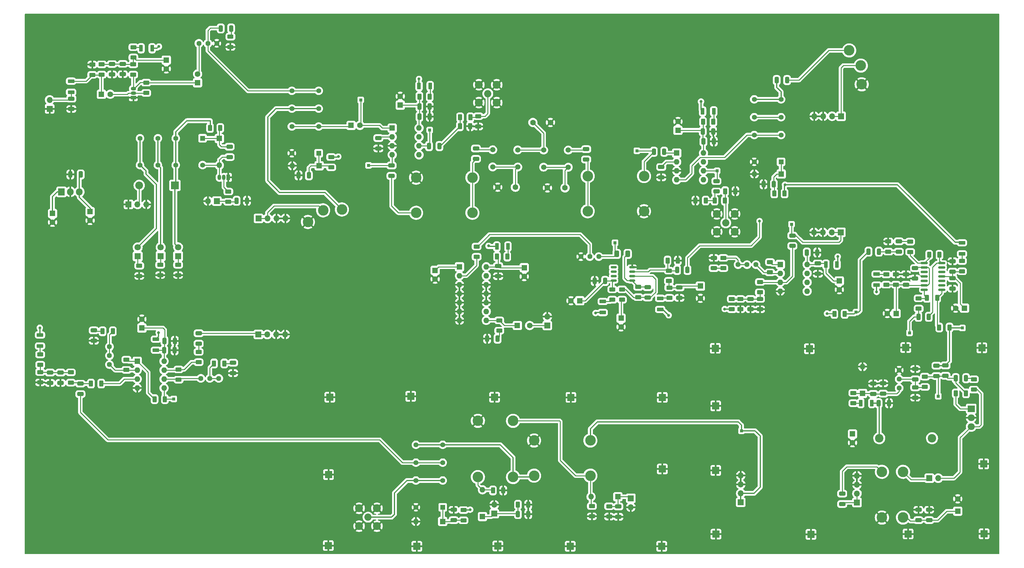
<source format=gbr>
%TF.GenerationSoftware,KiCad,Pcbnew,(6.0.7)*%
%TF.CreationDate,2023-02-22T17:07:51-05:00*%
%TF.ProjectId,Phoenix612 Complete v1,50686f65-6e69-4783-9631-3220436f6d70,rev?*%
%TF.SameCoordinates,Original*%
%TF.FileFunction,Copper,L1,Top*%
%TF.FilePolarity,Positive*%
%FSLAX46Y46*%
G04 Gerber Fmt 4.6, Leading zero omitted, Abs format (unit mm)*
G04 Created by KiCad (PCBNEW (6.0.7)) date 2023-02-22 17:07:51*
%MOMM*%
%LPD*%
G01*
G04 APERTURE LIST*
G04 Aperture macros list*
%AMRoundRect*
0 Rectangle with rounded corners*
0 $1 Rounding radius*
0 $2 $3 $4 $5 $6 $7 $8 $9 X,Y pos of 4 corners*
0 Add a 4 corners polygon primitive as box body*
4,1,4,$2,$3,$4,$5,$6,$7,$8,$9,$2,$3,0*
0 Add four circle primitives for the rounded corners*
1,1,$1+$1,$2,$3*
1,1,$1+$1,$4,$5*
1,1,$1+$1,$6,$7*
1,1,$1+$1,$8,$9*
0 Add four rect primitives between the rounded corners*
20,1,$1+$1,$2,$3,$4,$5,0*
20,1,$1+$1,$4,$5,$6,$7,0*
20,1,$1+$1,$6,$7,$8,$9,0*
20,1,$1+$1,$8,$9,$2,$3,0*%
G04 Aperture macros list end*
%TA.AperFunction,ComponentPad*%
%ADD10R,1.800000X1.800000*%
%TD*%
%TA.AperFunction,ComponentPad*%
%ADD11C,1.800000*%
%TD*%
%TA.AperFunction,SMDPad,CuDef*%
%ADD12RoundRect,0.250000X0.625000X-0.312500X0.625000X0.312500X-0.625000X0.312500X-0.625000X-0.312500X0*%
%TD*%
%TA.AperFunction,SMDPad,CuDef*%
%ADD13RoundRect,0.250000X0.325000X0.650000X-0.325000X0.650000X-0.325000X-0.650000X0.325000X-0.650000X0*%
%TD*%
%TA.AperFunction,SMDPad,CuDef*%
%ADD14RoundRect,0.250000X0.700000X-0.275000X0.700000X0.275000X-0.700000X0.275000X-0.700000X-0.275000X0*%
%TD*%
%TA.AperFunction,SMDPad,CuDef*%
%ADD15R,2.000000X2.000000*%
%TD*%
%TA.AperFunction,ComponentPad*%
%ADD16R,1.600000X1.600000*%
%TD*%
%TA.AperFunction,ComponentPad*%
%ADD17C,1.600000*%
%TD*%
%TA.AperFunction,SMDPad,CuDef*%
%ADD18RoundRect,0.250000X0.650000X-0.325000X0.650000X0.325000X-0.650000X0.325000X-0.650000X-0.325000X0*%
%TD*%
%TA.AperFunction,ComponentPad*%
%ADD19C,1.440000*%
%TD*%
%TA.AperFunction,SMDPad,CuDef*%
%ADD20RoundRect,0.150000X0.675000X0.150000X-0.675000X0.150000X-0.675000X-0.150000X0.675000X-0.150000X0*%
%TD*%
%TA.AperFunction,SMDPad,CuDef*%
%ADD21RoundRect,0.250000X-0.625000X0.312500X-0.625000X-0.312500X0.625000X-0.312500X0.625000X0.312500X0*%
%TD*%
%TA.AperFunction,SMDPad,CuDef*%
%ADD22RoundRect,0.150000X-0.825000X-0.150000X0.825000X-0.150000X0.825000X0.150000X-0.825000X0.150000X0*%
%TD*%
%TA.AperFunction,ComponentPad*%
%ADD23R,1.700000X1.700000*%
%TD*%
%TA.AperFunction,ComponentPad*%
%ADD24O,1.700000X1.700000*%
%TD*%
%TA.AperFunction,ComponentPad*%
%ADD25C,1.500000*%
%TD*%
%TA.AperFunction,ComponentPad*%
%ADD26R,0.850000X0.850000*%
%TD*%
%TA.AperFunction,SMDPad,CuDef*%
%ADD27RoundRect,0.250000X0.312500X0.625000X-0.312500X0.625000X-0.312500X-0.625000X0.312500X-0.625000X0*%
%TD*%
%TA.AperFunction,ComponentPad*%
%ADD28O,1.600000X1.600000*%
%TD*%
%TA.AperFunction,ComponentPad*%
%ADD29C,3.000000*%
%TD*%
%TA.AperFunction,SMDPad,CuDef*%
%ADD30RoundRect,0.250000X-0.650000X0.325000X-0.650000X-0.325000X0.650000X-0.325000X0.650000X0.325000X0*%
%TD*%
%TA.AperFunction,SMDPad,CuDef*%
%ADD31RoundRect,0.250000X-0.325000X-0.650000X0.325000X-0.650000X0.325000X0.650000X-0.325000X0.650000X0*%
%TD*%
%TA.AperFunction,SMDPad,CuDef*%
%ADD32RoundRect,0.250000X-0.275000X-0.700000X0.275000X-0.700000X0.275000X0.700000X-0.275000X0.700000X0*%
%TD*%
%TA.AperFunction,ComponentPad*%
%ADD33R,1.400000X1.400000*%
%TD*%
%TA.AperFunction,ComponentPad*%
%ADD34C,1.400000*%
%TD*%
%TA.AperFunction,SMDPad,CuDef*%
%ADD35RoundRect,0.250000X-0.312500X-0.625000X0.312500X-0.625000X0.312500X0.625000X-0.312500X0.625000X0*%
%TD*%
%TA.AperFunction,SMDPad,CuDef*%
%ADD36RoundRect,0.250000X0.275000X0.700000X-0.275000X0.700000X-0.275000X-0.700000X0.275000X-0.700000X0*%
%TD*%
%TA.AperFunction,SMDPad,CuDef*%
%ADD37RoundRect,0.250000X-0.700000X0.275000X-0.700000X-0.275000X0.700000X-0.275000X0.700000X0.275000X0*%
%TD*%
%TA.AperFunction,ComponentPad*%
%ADD38R,2.000000X1.905000*%
%TD*%
%TA.AperFunction,ComponentPad*%
%ADD39O,2.000000X1.905000*%
%TD*%
%TA.AperFunction,ComponentPad*%
%ADD40C,2.050000*%
%TD*%
%TA.AperFunction,ComponentPad*%
%ADD41C,2.250000*%
%TD*%
%TA.AperFunction,SMDPad,CuDef*%
%ADD42RoundRect,0.250000X0.412500X0.650000X-0.412500X0.650000X-0.412500X-0.650000X0.412500X-0.650000X0*%
%TD*%
%TA.AperFunction,ComponentPad*%
%ADD43R,1.050000X1.500000*%
%TD*%
%TA.AperFunction,ComponentPad*%
%ADD44O,1.050000X1.500000*%
%TD*%
%TA.AperFunction,ComponentPad*%
%ADD45R,1.905000X2.000000*%
%TD*%
%TA.AperFunction,ComponentPad*%
%ADD46O,1.905000X2.000000*%
%TD*%
%TA.AperFunction,ComponentPad*%
%ADD47R,2.200000X2.200000*%
%TD*%
%TA.AperFunction,ComponentPad*%
%ADD48O,2.200000X2.200000*%
%TD*%
%TA.AperFunction,ComponentPad*%
%ADD49C,2.400000*%
%TD*%
%TA.AperFunction,ComponentPad*%
%ADD50R,1.500000X1.050000*%
%TD*%
%TA.AperFunction,ComponentPad*%
%ADD51O,1.500000X1.050000*%
%TD*%
%TA.AperFunction,ViaPad*%
%ADD52C,0.800000*%
%TD*%
%TA.AperFunction,Conductor*%
%ADD53C,0.250000*%
%TD*%
%TA.AperFunction,Conductor*%
%ADD54C,0.200000*%
%TD*%
%TA.AperFunction,Conductor*%
%ADD55C,0.350000*%
%TD*%
G04 APERTURE END LIST*
D10*
%TO.P,D4,1,K*%
%TO.N,Net-(D4-Pad1)*%
X50863500Y-105024000D03*
D11*
%TO.P,D4,2,A*%
%TO.N,TX12V*%
X50863500Y-102484000D03*
%TD*%
D12*
%TO.P,R28,1*%
%TO.N,Net-(C41-Pad1)*%
X193125000Y-116651500D03*
%TO.P,R28,2*%
%TO.N,Net-(C38-Pad1)*%
X193125000Y-113726500D03*
%TD*%
D13*
%TO.P,C46,1*%
%TO.N,AF_12V*%
X183678000Y-112014000D03*
%TO.P,C46,2*%
%TO.N,GND*%
X180728000Y-112014000D03*
%TD*%
D14*
%TO.P,L6,1,1*%
%TO.N,RX12V*%
X183028500Y-121018500D03*
%TO.P,L6,2,2*%
%TO.N,Net-(L6-Pad2)*%
X183028500Y-117868500D03*
%TD*%
D15*
%TO.P,J26,1,Pin_1*%
%TO.N,GND*%
X291274500Y-164084000D03*
%TD*%
D16*
%TO.P,C43,1*%
%TO.N,Net-(C43-Pad1)*%
X210778000Y-113472849D03*
D17*
%TO.P,C43,2*%
%TO.N,GND*%
X210778000Y-116972849D03*
%TD*%
D18*
%TO.P,C80,1*%
%TO.N,Net-(C80-Pad1)*%
X259905500Y-144169500D03*
%TO.P,C80,2*%
%TO.N,GND*%
X259905500Y-141219500D03*
%TD*%
D19*
%TO.P,RV4,1,1*%
%TO.N,Net-(C50-Pad2)*%
X68262500Y-44426500D03*
%TO.P,RV4,2,2*%
%TO.N,IFMICIN*%
X70802500Y-44426500D03*
%TO.P,RV4,3,3*%
%TO.N,GND*%
X73342500Y-44426500D03*
%TD*%
D16*
%TO.P,C55,1*%
%TO.N,Net-(C54-Pad1)*%
X250253500Y-112014000D03*
D17*
%TO.P,C55,2*%
%TO.N,GND*%
X250253500Y-114514000D03*
%TD*%
D20*
%TO.P,U6,1*%
%TO.N,Net-(C38-Pad1)*%
X191368500Y-111950500D03*
%TO.P,U6,2,-*%
%TO.N,Net-(C41-Pad1)*%
X191368500Y-110680500D03*
%TO.P,U6,3,+*%
%TO.N,AF_BIAS*%
X191368500Y-109410500D03*
%TO.P,U6,4,V-*%
%TO.N,GND*%
X191368500Y-108140500D03*
%TO.P,U6,5,+*%
%TO.N,unconnected-(U6-Pad5)*%
X186118500Y-108140500D03*
%TO.P,U6,6,-*%
%TO.N,unconnected-(U6-Pad6)*%
X186118500Y-109410500D03*
%TO.P,U6,7*%
%TO.N,unconnected-(U6-Pad7)*%
X186118500Y-110680500D03*
%TO.P,U6,8,V+*%
%TO.N,AF_12V*%
X186118500Y-111950500D03*
%TD*%
D15*
%TO.P,J27,1,Pin_1*%
%TO.N,GND*%
X215138000Y-165925500D03*
%TD*%
D13*
%TO.P,C14,1*%
%TO.N,Net-(C14-Pad1)*%
X136603000Y-73660000D03*
%TO.P,C14,2*%
%TO.N,Net-(C14-Pad2)*%
X133653000Y-73660000D03*
%TD*%
D21*
%TO.P,R7,1*%
%TO.N,Net-(R5-Pad1)*%
X62474000Y-137209000D03*
%TO.P,R7,2*%
%TO.N,Net-(R7-Pad2)*%
X62474000Y-140134000D03*
%TD*%
%TO.P,R42,1*%
%TO.N,Net-(C60-Pad2)*%
X227711000Y-112329500D03*
%TO.P,R42,2*%
%TO.N,Net-(C57-Pad1)*%
X227711000Y-115254500D03*
%TD*%
D15*
%TO.P,J45,1,Pin_1*%
%TO.N,GND*%
X130175000Y-187515500D03*
%TD*%
%TO.P,J24,1,Pin_1*%
%TO.N,GND*%
X215201500Y-184086500D03*
%TD*%
D18*
%TO.P,C66,1*%
%TO.N,U1_12V*%
X282457651Y-109361500D03*
%TO.P,C66,2*%
%TO.N,GND*%
X282457651Y-106411500D03*
%TD*%
D22*
%TO.P,U10,1,-*%
%TO.N,Net-(R47-Pad2)*%
X274394651Y-106934000D03*
%TO.P,U10,2,+*%
%TO.N,U1_6V*%
X274394651Y-108204000D03*
%TO.P,U10,3,A0*%
%TO.N,unconnected-(U10-Pad3)*%
X274394651Y-109474000D03*
%TO.P,U10,4,V-*%
%TO.N,GND*%
X274394651Y-110744000D03*
%TO.P,U10,5,A1*%
%TO.N,unconnected-(U10-Pad5)*%
X274394651Y-112014000D03*
%TO.P,U10,6,+*%
%TO.N,U1_6V*%
X274394651Y-113284000D03*
%TO.P,U10,7,-*%
%TO.N,Net-(R48-Pad2)*%
X274394651Y-114554000D03*
%TO.P,U10,8*%
%TO.N,Net-(R46-Pad1)*%
X279344651Y-114554000D03*
%TO.P,U10,9,NC*%
%TO.N,unconnected-(U10-Pad9)*%
X279344651Y-113284000D03*
%TO.P,U10,10,NC*%
%TO.N,unconnected-(U10-Pad10)*%
X279344651Y-112014000D03*
%TO.P,U10,11,V+*%
%TO.N,U1_12V*%
X279344651Y-110744000D03*
%TO.P,U10,12,NC*%
%TO.N,unconnected-(U10-Pad12)*%
X279344651Y-109474000D03*
%TO.P,U10,13,NC*%
%TO.N,unconnected-(U10-Pad13)*%
X279344651Y-108204000D03*
%TO.P,U10,14*%
%TO.N,Net-(C62-Pad1)*%
X279344651Y-106934000D03*
%TD*%
D21*
%TO.P,R29,1*%
%TO.N,Net-(C41-Pad1)*%
X188489500Y-114425000D03*
%TO.P,R29,2*%
%TO.N,Net-(C42-Pad1)*%
X188489500Y-117350000D03*
%TD*%
D23*
%TO.P,U11,1,IN*%
%TO.N,Net-(C76-Pad2)*%
X255270000Y-175052000D03*
D24*
%TO.P,U11,2,IN*%
X255270000Y-172512000D03*
%TO.P,U11,3,GND*%
%TO.N,GND*%
X255270000Y-169972000D03*
%TO.P,U11,4,GND*%
X255270000Y-167432000D03*
%TO.P,U11,5,GND*%
X222250000Y-167386000D03*
%TO.P,U11,6,GND*%
X222250000Y-169926000D03*
%TO.P,U11,7,OUT*%
%TO.N,PA_OUT*%
X222250000Y-172466000D03*
D23*
%TO.P,U11,8,OUT*%
X222250000Y-175006000D03*
%TD*%
D25*
%TO.P,Y3,1,1*%
%TO.N,Net-(C27-Pad1)*%
X166243000Y-74766000D03*
%TO.P,Y3,2,2*%
%TO.N,Net-(C25-Pad1)*%
X166243000Y-79646000D03*
%TD*%
D17*
%TO.P,C27,1*%
%TO.N,Net-(C27-Pad1)*%
X163171500Y-66929000D03*
%TO.P,C27,2*%
%TO.N,GND*%
X168171500Y-66929000D03*
%TD*%
D26*
%TO.P,J7,1,Pin_1*%
%TO.N,Net-(C31-Pad2)*%
X215519000Y-80708500D03*
%TD*%
D15*
%TO.P,J36,1,Pin_1*%
%TO.N,GND*%
X105092500Y-167132000D03*
%TD*%
D27*
%TO.P,R13,1*%
%TO.N,Net-(C12-Pad1)*%
X74337651Y-68500500D03*
%TO.P,R13,2*%
%TO.N,12V*%
X71412651Y-68500500D03*
%TD*%
D15*
%TO.P,J37,1,Pin_1*%
%TO.N,GND*%
X199961500Y-145161000D03*
%TD*%
D23*
%TO.P,U2,1,IN*%
%TO.N,Net-(U2-Pad1)*%
X85171000Y-127254000D03*
D24*
%TO.P,U2,2,IN*%
X87711000Y-127254000D03*
%TO.P,U2,3,GND*%
%TO.N,GND*%
X90251000Y-127254000D03*
%TO.P,U2,4,GND*%
X92791000Y-127254000D03*
%TO.P,U2,5,GND*%
X92837000Y-94234000D03*
%TO.P,U2,6,GND*%
X90297000Y-94234000D03*
%TO.P,U2,7,OUT*%
%TO.N,Net-(U2-Pad7)*%
X87757000Y-94234000D03*
D23*
%TO.P,U2,8,OUT*%
X85217000Y-94234000D03*
%TD*%
D16*
%TO.P,D9,1,K*%
%TO.N,Net-(C85-Pad1)*%
X137541000Y-180467000D03*
D28*
%TO.P,D9,2,A*%
%TO.N,GND*%
X129921000Y-180467000D03*
%TD*%
D18*
%TO.P,C78,1*%
%TO.N,Net-(C77-Pad2)*%
X277876000Y-139079500D03*
%TO.P,C78,2*%
%TO.N,PA_IN*%
X277876000Y-136129500D03*
%TD*%
D15*
%TO.P,J23,1,Pin_1*%
%TO.N,GND*%
X290766500Y-131064000D03*
%TD*%
D29*
%TO.P,T5,1,AA*%
%TO.N,PA_OUT*%
X179513500Y-157433000D03*
%TO.P,T5,2,AB*%
%TO.N,GND*%
X163513500Y-157433000D03*
%TO.P,T5,3,SA*%
%TO.N,Net-(D11-Pad2)*%
X179513500Y-167433000D03*
%TO.P,T5,4,SB*%
%TO.N,ANT_OUT*%
X163513500Y-167433000D03*
%TD*%
D26*
%TO.P,J4,1,Pin_1*%
%TO.N,Net-(C14-Pad2)*%
X133858000Y-69088000D03*
%TD*%
D30*
%TO.P,C35,1*%
%TO.N,Net-(C34-Pad1)*%
X153299000Y-107740000D03*
%TO.P,C35,2*%
%TO.N,GND*%
X153299000Y-110690000D03*
%TD*%
D18*
%TO.P,C87,1*%
%TO.N,Net-(R5-Pad2)*%
X68199000Y-129872000D03*
%TO.P,C87,2*%
%TO.N,Net-(U2-Pad1)*%
X68199000Y-126922000D03*
%TD*%
D15*
%TO.P,J25,1,Pin_1*%
%TO.N,GND*%
X215138000Y-147574000D03*
%TD*%
D23*
%TO.P,J3,1,Pin_1*%
%TO.N,Net-(C13-Pad2)*%
X73378500Y-89281000D03*
D24*
%TO.P,J3,2,Pin_2*%
%TO.N,GND*%
X70838500Y-89281000D03*
%TD*%
D12*
%TO.P,R23,1*%
%TO.N,Net-(C30-Pad1)*%
X105854500Y-79694500D03*
%TO.P,R23,2*%
%TO.N,TX12V*%
X105854500Y-76769500D03*
%TD*%
D15*
%TO.P,J46,1,Pin_1*%
%TO.N,GND*%
X105029000Y-187325000D03*
%TD*%
D25*
%TO.P,Y4,1,1*%
%TO.N,Net-(C25-Pad1)*%
X173228000Y-79666000D03*
%TO.P,Y4,2,2*%
%TO.N,Net-(C22-Pad1)*%
X173228000Y-74786000D03*
%TD*%
D30*
%TO.P,C23,1*%
%TO.N,Net-(C23-Pad1)*%
X119253000Y-71359500D03*
%TO.P,C23,2*%
%TO.N,GND*%
X119253000Y-74309500D03*
%TD*%
D21*
%TO.P,R41,1*%
%TO.N,Net-(C57-Pad1)*%
X222123000Y-117155500D03*
%TO.P,R41,2*%
%TO.N,GND*%
X222123000Y-120080500D03*
%TD*%
D27*
%TO.P,R60,1*%
%TO.N,GND*%
X154751500Y-171640500D03*
%TO.P,R60,2*%
%TO.N,Net-(D10-Pad2)*%
X151826500Y-171640500D03*
%TD*%
D31*
%TO.P,C17,1*%
%TO.N,Net-(C15-Pad1)*%
X130922500Y-62420500D03*
%TO.P,C17,2*%
%TO.N,GND*%
X133872500Y-62420500D03*
%TD*%
D18*
%TO.P,C61,1*%
%TO.N,Net-(C61-Pad1)*%
X214566500Y-108409000D03*
%TO.P,C61,2*%
%TO.N,GND*%
X214566500Y-105459000D03*
%TD*%
D27*
%TO.P,R8,1*%
%TO.N,Net-(R8-Pad1)*%
X43807000Y-126352500D03*
%TO.P,R8,2*%
%TO.N,Net-(C7-Pad1)*%
X40882000Y-126352500D03*
%TD*%
D16*
%TO.P,D6,1,K*%
%TO.N,Net-(C30-Pad1)*%
X102425500Y-79248000D03*
D28*
%TO.P,D6,2,A*%
%TO.N,GND*%
X94805500Y-79248000D03*
%TD*%
D32*
%TO.P,L13,1,1*%
%TO.N,Net-(L13-Pad1)*%
X256362000Y-146812000D03*
%TO.P,L13,2,2*%
%TO.N,TX12V*%
X259512000Y-146812000D03*
%TD*%
D18*
%TO.P,C64,1*%
%TO.N,Net-(C63-Pad2)*%
X267154151Y-103710000D03*
%TO.P,C64,2*%
%TO.N,Net-(C64-Pad2)*%
X267154151Y-100760000D03*
%TD*%
D29*
%TO.P,T4,1,AA*%
%TO.N,M2_12V*%
X268366500Y-179347000D03*
%TO.P,T4,2,AB*%
%TO.N,Net-(J20-Pad1)*%
X268366500Y-166347000D03*
%TO.P,T4,3,SB*%
%TO.N,GND*%
X262366500Y-179347000D03*
%TO.P,T4,4,SA*%
%TO.N,Net-(C76-Pad1)*%
X262366500Y-166347000D03*
%TD*%
D12*
%TO.P,R3,1*%
%TO.N,Net-(C6-Pad2)*%
X31867000Y-140959500D03*
%TO.P,R3,2*%
%TO.N,Net-(C4-Pad1)*%
X31867000Y-138034500D03*
%TD*%
D32*
%TO.P,L4,1,1*%
%TO.N,RX12V*%
X152930500Y-102230000D03*
%TO.P,L4,2,2*%
%TO.N,Net-(L4-Pad2)*%
X156080500Y-102230000D03*
%TD*%
D33*
%TO.P,K4,1*%
%TO.N,Net-(C85-Pad1)*%
X137557000Y-176434000D03*
D34*
%TO.P,K4,4*%
%TO.N,ANT*%
X137557000Y-168814000D03*
%TO.P,K4,6*%
%TO.N,ANT_IN*%
X137557000Y-163734000D03*
%TO.P,K4,8*%
%TO.N,ANT_OUT*%
X137557000Y-158654000D03*
%TO.P,K4,9*%
X129937000Y-158654000D03*
%TO.P,K4,11*%
%TO.N,ANT_IN*%
X129937000Y-163734000D03*
%TO.P,K4,13*%
%TO.N,ANT*%
X129937000Y-168814000D03*
%TO.P,K4,16*%
%TO.N,GND*%
X129937000Y-176434000D03*
%TD*%
D25*
%TO.P,Y1,1,1*%
%TO.N,Net-(C24-Pad2)*%
X151765000Y-74702500D03*
%TO.P,Y1,2,2*%
%TO.N,Net-(C26-Pad1)*%
X151765000Y-79582500D03*
%TD*%
D30*
%TO.P,C67,1*%
%TO.N,U1_12V*%
X282394151Y-111237500D03*
%TO.P,C67,2*%
%TO.N,GND*%
X282394151Y-114187500D03*
%TD*%
D16*
%TO.P,C71,1*%
%TO.N,TX12V*%
X254000000Y-155565349D03*
D17*
%TO.P,C71,2*%
%TO.N,GND*%
X254000000Y-158065349D03*
%TD*%
D31*
%TO.P,C15,1*%
%TO.N,Net-(C15-Pad1)*%
X130922500Y-65278000D03*
%TO.P,C15,2*%
%TO.N,GND*%
X133872500Y-65278000D03*
%TD*%
D35*
%TO.P,R50,1*%
%TO.N,Net-(R48-Pad2)*%
X275153151Y-116840000D03*
%TO.P,R50,2*%
%TO.N,Net-(R46-Pad1)*%
X278078151Y-116840000D03*
%TD*%
D36*
%TO.P,L7,1,1*%
%TO.N,TX12V*%
X54978500Y-45823500D03*
%TO.P,L7,2,2*%
%TO.N,Net-(L7-Pad2)*%
X51828500Y-45823500D03*
%TD*%
D30*
%TO.P,C81,1*%
%TO.N,Net-(C81-Pad1)*%
X271843500Y-142299000D03*
%TO.P,C81,2*%
%TO.N,GND*%
X271843500Y-145249000D03*
%TD*%
D26*
%TO.P,J14,1,Pin_1*%
%TO.N,Net-(C60-Pad1)*%
X236664500Y-95885000D03*
%TD*%
D23*
%TO.P,J20,1,Pin_1*%
%TO.N,Net-(J20-Pad1)*%
X275839000Y-168148000D03*
D24*
%TO.P,J20,2,Pin_2*%
%TO.N,Net-(J20-Pad2)*%
X278379000Y-168148000D03*
%TD*%
D12*
%TO.P,R54,1*%
%TO.N,U1_6V*%
X266328651Y-113095500D03*
%TO.P,R54,2*%
%TO.N,GND*%
X266328651Y-110170500D03*
%TD*%
D16*
%TO.P,C49,1*%
%TO.N,Net-(C47-Pad1)*%
X58991500Y-49189000D03*
D17*
%TO.P,C49,2*%
%TO.N,GND*%
X58991500Y-51689000D03*
%TD*%
D31*
%TO.P,C29,1*%
%TO.N,Net-(C29-Pad1)*%
X197544000Y-75257500D03*
%TO.P,C29,2*%
%TO.N,Net-(C29-Pad2)*%
X200494000Y-75257500D03*
%TD*%
D35*
%TO.P,R20,1*%
%TO.N,Net-(C31-Pad1)*%
X214818500Y-89154000D03*
%TO.P,R20,2*%
%TO.N,Net-(J9-Pad1)*%
X217743500Y-89154000D03*
%TD*%
D23*
%TO.P,J34,1,Pin_1*%
%TO.N,Net-(C86-Pad1)*%
X191008000Y-173863000D03*
D24*
%TO.P,J34,2,Pin_2*%
%TO.N,GND*%
X191008000Y-176403000D03*
%TD*%
D37*
%TO.P,L11,1,1*%
%TO.N,Net-(L11-Pad1)*%
X260867651Y-110058000D03*
%TO.P,L11,2,2*%
%TO.N,TX12V*%
X260867651Y-113208000D03*
%TD*%
D31*
%TO.P,C54,1*%
%TO.N,Net-(C54-Pad1)*%
X241031500Y-103949500D03*
%TO.P,C54,2*%
%TO.N,GND*%
X243981500Y-103949500D03*
%TD*%
D30*
%TO.P,C60,1*%
%TO.N,Net-(C60-Pad1)*%
X236918500Y-99109000D03*
%TO.P,C60,2*%
%TO.N,Net-(C60-Pad2)*%
X236918500Y-102059000D03*
%TD*%
D27*
%TO.P,R19,1*%
%TO.N,Net-(L3-Pad2)*%
X214451500Y-66748500D03*
%TO.P,R19,2*%
%TO.N,Net-(C19-Pad1)*%
X211526500Y-66748500D03*
%TD*%
D38*
%TO.P,Q3,1*%
%TO.N,Net-(Q3-Pad1)*%
X287726000Y-148399500D03*
D39*
%TO.P,Q3,2*%
%TO.N,GND*%
X287726000Y-150939500D03*
%TO.P,Q3,3*%
%TO.N,Net-(J20-Pad2)*%
X287726000Y-153479500D03*
%TD*%
D15*
%TO.P,J29,1,Pin_1*%
%TO.N,GND*%
X269113000Y-131000500D03*
%TD*%
D16*
%TO.P,D10,1,K*%
%TO.N,Net-(C84-Pad1)*%
X148844000Y-179070000D03*
D28*
%TO.P,D10,2,A*%
%TO.N,Net-(D10-Pad2)*%
X148844000Y-171450000D03*
%TD*%
D21*
%TO.P,R2,1*%
%TO.N,Net-(C4-Pad1)*%
X23167500Y-137971000D03*
%TO.P,R2,2*%
%TO.N,GND*%
X23167500Y-140896000D03*
%TD*%
D16*
%TO.P,U8,1,OutA*%
%TO.N,Net-(R43-Pad1)*%
X233489500Y-107315000D03*
D28*
%TO.P,U8,2,InA-*%
%TO.N,Net-(R44-Pad1)*%
X233489500Y-109855000D03*
%TO.P,U8,3,InA+*%
%TO.N,Net-(C60-Pad2)*%
X233489500Y-112395000D03*
%TO.P,U8,4,V-*%
%TO.N,GND*%
X233489500Y-114935000D03*
%TO.P,U8,5,InB+*%
%TO.N,unconnected-(U8-Pad5)*%
X241109500Y-114935000D03*
%TO.P,U8,6,InB-*%
%TO.N,unconnected-(U8-Pad6)*%
X241109500Y-112395000D03*
%TO.P,U8,7,OutB*%
%TO.N,unconnected-(U8-Pad7)*%
X241109500Y-109855000D03*
%TO.P,U8,8,V+*%
%TO.N,Net-(C54-Pad1)*%
X241109500Y-107315000D03*
%TD*%
D35*
%TO.P,R22,1*%
%TO.N,Net-(J9-Pad1)*%
X217803000Y-86487000D03*
%TO.P,R22,2*%
%TO.N,GND*%
X220728000Y-86487000D03*
%TD*%
D15*
%TO.P,J21,1,Pin_1*%
%TO.N,GND*%
X241744500Y-131318000D03*
%TD*%
D19*
%TO.P,RV5,1,1*%
%TO.N,Net-(R44-Pad1)*%
X226568000Y-107378500D03*
%TO.P,RV5,2,2*%
%TO.N,Net-(R45-Pad1)*%
X224028000Y-107378500D03*
%TO.P,RV5,3,3*%
X221488000Y-107378500D03*
%TD*%
D13*
%TO.P,C77,1*%
%TO.N,Net-(C77-Pad1)*%
X286272500Y-139700000D03*
%TO.P,C77,2*%
%TO.N,Net-(C77-Pad2)*%
X283322500Y-139700000D03*
%TD*%
D12*
%TO.P,R44,1*%
%TO.N,Net-(R44-Pad1)*%
X230558500Y-109593000D03*
%TO.P,R44,2*%
%TO.N,Net-(R43-Pad1)*%
X230558500Y-106668000D03*
%TD*%
D30*
%TO.P,C57,1*%
%TO.N,Net-(C57-Pad1)*%
X227711000Y-117143000D03*
%TO.P,C57,2*%
%TO.N,GND*%
X227711000Y-120093000D03*
%TD*%
D16*
%TO.P,U7,1,BYPASS*%
%TO.N,Net-(C36-Pad1)*%
X142313500Y-108008500D03*
D28*
%TO.P,U7,2,+*%
%TO.N,Net-(R26-Pad2)*%
X142313500Y-110548500D03*
%TO.P,U7,3,GND*%
%TO.N,GND*%
X142313500Y-113088500D03*
%TO.P,U7,4,GND*%
X142313500Y-115628500D03*
%TO.P,U7,5,GND*%
X142313500Y-118168500D03*
%TO.P,U7,6,-*%
X142313500Y-120708500D03*
%TO.P,U7,7,GND*%
X142313500Y-123248500D03*
%TO.P,U7,8*%
%TO.N,Net-(C39-Pad1)*%
X149933500Y-123248500D03*
%TO.P,U7,9,NC*%
%TO.N,unconnected-(U7-Pad9)*%
X149933500Y-120708500D03*
%TO.P,U7,10,GND*%
%TO.N,GND*%
X149933500Y-118168500D03*
%TO.P,U7,11,GND*%
X149933500Y-115628500D03*
%TO.P,U7,12,GND*%
X149933500Y-113088500D03*
%TO.P,U7,13,NC*%
%TO.N,unconnected-(U7-Pad13)*%
X149933500Y-110548500D03*
%TO.P,U7,14,VS*%
%TO.N,Net-(C34-Pad1)*%
X149933500Y-108008500D03*
%TD*%
D12*
%TO.P,R40,1*%
%TO.N,TX12V*%
X219710000Y-120080500D03*
%TO.P,R40,2*%
%TO.N,Net-(C57-Pad1)*%
X219710000Y-117155500D03*
%TD*%
D21*
%TO.P,R47,1*%
%TO.N,Net-(C64-Pad2)*%
X270392651Y-100836000D03*
%TO.P,R47,2*%
%TO.N,Net-(R47-Pad2)*%
X270392651Y-103761000D03*
%TD*%
%TO.P,R11,1*%
%TO.N,Net-(D3-Pad1)*%
X62357000Y-107435000D03*
%TO.P,R11,2*%
%TO.N,GND*%
X62357000Y-110360000D03*
%TD*%
D14*
%TO.P,L10,1,1*%
%TO.N,Net-(L10-Pad1)*%
X285124651Y-104318000D03*
%TO.P,L10,2,2*%
%TO.N,TX12V*%
X285124651Y-101168000D03*
%TD*%
D15*
%TO.P,J38,1,Pin_1*%
%TO.N,GND*%
X173990000Y-145161000D03*
%TD*%
D23*
%TO.P,U9,1,IN*%
%TO.N,Net-(U9-Pad1)*%
X250744000Y-65151000D03*
D24*
%TO.P,U9,2,IN*%
X248204000Y-65151000D03*
%TO.P,U9,3,GND*%
%TO.N,GND*%
X245664000Y-65151000D03*
%TO.P,U9,4,GND*%
X243124000Y-65151000D03*
%TO.P,U9,5,GND*%
X243078000Y-98171000D03*
%TO.P,U9,6,GND*%
X245618000Y-98171000D03*
%TO.P,U9,7,OUT*%
%TO.N,Net-(C60-Pad1)*%
X248158000Y-98171000D03*
D23*
%TO.P,U9,8,OUT*%
X250698000Y-98171000D03*
%TD*%
D30*
%TO.P,C32,1*%
%TO.N,Net-(C32-Pad1)*%
X199644000Y-79614500D03*
%TO.P,C32,2*%
%TO.N,GND*%
X199644000Y-82564500D03*
%TD*%
D12*
%TO.P,R58,1*%
%TO.N,Net-(L13-Pad1)*%
X254254000Y-146814000D03*
%TO.P,R58,2*%
%TO.N,Net-(C80-Pad1)*%
X254254000Y-143889000D03*
%TD*%
D19*
%TO.P,RV3,1,1*%
%TO.N,Net-(C38-Pad2)*%
X181895500Y-105092500D03*
%TO.P,RV3,2,2*%
%TO.N,Net-(R26-Pad1)*%
X179355500Y-105092500D03*
%TO.P,RV3,3,3*%
%TO.N,GND*%
X176815500Y-105092500D03*
%TD*%
D16*
%TO.P,D11,1,K*%
%TO.N,Net-(C86-Pad1)*%
X187325000Y-173418500D03*
D28*
%TO.P,D11,2,A*%
%TO.N,Net-(D11-Pad2)*%
X179705000Y-173418500D03*
%TD*%
D16*
%TO.P,C16,1*%
%TO.N,Net-(C15-Pad1)*%
X125476000Y-61985651D03*
D17*
%TO.P,C16,2*%
%TO.N,GND*%
X125476000Y-59485651D03*
%TD*%
D23*
%TO.P,J2,1,Pin_1*%
%TO.N,GND*%
X48275000Y-90233500D03*
D24*
%TO.P,J2,2,Pin_2*%
%TO.N,Net-(D1-Pad2)*%
X50815000Y-90233500D03*
%TO.P,J2,3,Pin_3*%
%TO.N,GND*%
X53355000Y-90233500D03*
%TD*%
D18*
%TO.P,C83,1*%
%TO.N,Net-(C80-Pad1)*%
X262699500Y-144106000D03*
%TO.P,C83,2*%
%TO.N,GND*%
X262699500Y-141156000D03*
%TD*%
D12*
%TO.P,R63,1*%
%TO.N,GND*%
X184848500Y-179072000D03*
%TO.P,R63,2*%
%TO.N,Net-(C86-Pad1)*%
X184848500Y-176147000D03*
%TD*%
D21*
%TO.P,R53,1*%
%TO.N,Net-(L11-Pad1)*%
X263598151Y-110170500D03*
%TO.P,R53,2*%
%TO.N,U1_6V*%
X263598151Y-113095500D03*
%TD*%
D40*
%TO.P,J32,1,In*%
%TO.N,ANT*%
X116332000Y-179260500D03*
D41*
%TO.P,J32,2,Ext*%
%TO.N,GND*%
X113792000Y-176720500D03*
X118872000Y-181800500D03*
X113792000Y-181800500D03*
X118872000Y-176720500D03*
%TD*%
D13*
%TO.P,C37,1*%
%TO.N,IFAFOUT*%
X207109500Y-108902500D03*
%TO.P,C37,2*%
%TO.N,AF_BIAS*%
X204159500Y-108902500D03*
%TD*%
D16*
%TO.P,C10,1*%
%TO.N,5V*%
X37338000Y-92321500D03*
D17*
%TO.P,C10,2*%
%TO.N,GND*%
X37338000Y-94821500D03*
%TD*%
D30*
%TO.P,C56,1*%
%TO.N,Net-(C54-Pad1)*%
X244157500Y-107046500D03*
%TO.P,C56,2*%
%TO.N,GND*%
X244157500Y-109996500D03*
%TD*%
D40*
%TO.P,J5,1,In*%
%TO.N,Net-(J5-Pad1)*%
X150368000Y-58737500D03*
D41*
%TO.P,J5,2,Ext*%
%TO.N,GND*%
X147828000Y-61277500D03*
X152908000Y-56197500D03*
X147828000Y-56197500D03*
X152908000Y-61277500D03*
%TD*%
D15*
%TO.P,J44,1,Pin_1*%
%TO.N,GND*%
X199961500Y-165544500D03*
%TD*%
D21*
%TO.P,R1,1*%
%TO.N,Net-(R1-Pad1)*%
X23167500Y-132954500D03*
%TO.P,R1,2*%
%TO.N,Net-(C4-Pad1)*%
X23167500Y-135879500D03*
%TD*%
%TO.P,R12,1*%
%TO.N,Net-(D4-Pad1)*%
X51308000Y-107689000D03*
%TO.P,R12,2*%
%TO.N,GND*%
X51308000Y-110614000D03*
%TD*%
D31*
%TO.P,C72,1*%
%TO.N,TX12V*%
X261415000Y-146812000D03*
%TO.P,C72,2*%
%TO.N,GND*%
X264365000Y-146812000D03*
%TD*%
D35*
%TO.P,R17,1*%
%TO.N,Net-(C14-Pad1)*%
X142428500Y-68008500D03*
%TO.P,R17,2*%
%TO.N,GND*%
X145353500Y-68008500D03*
%TD*%
D16*
%TO.P,D8,1,K*%
%TO.N,Net-(C80-Pad1)*%
X256857500Y-144028000D03*
D28*
%TO.P,D8,2,A*%
%TO.N,GND*%
X256857500Y-136408000D03*
%TD*%
D21*
%TO.P,R34,1*%
%TO.N,Net-(L7-Pad2)*%
X49657000Y-45504000D03*
%TO.P,R34,2*%
%TO.N,Net-(C47-Pad1)*%
X49657000Y-48429000D03*
%TD*%
D18*
%TO.P,C82,1*%
%TO.N,Net-(C81-Pad1)*%
X271843500Y-140042000D03*
%TO.P,C82,2*%
%TO.N,GND*%
X271843500Y-137092000D03*
%TD*%
D26*
%TO.P,J15,1,Pin_1*%
%TO.N,PA_DRIVER_IN*%
X255016000Y-120904000D03*
%TD*%
D16*
%TO.P,U5,1,IN_A*%
%TO.N,Net-(C29-Pad2)*%
X204035500Y-75638500D03*
D28*
%TO.P,U5,2,IN_B*%
%TO.N,Net-(C32-Pad1)*%
X204035500Y-78178500D03*
%TO.P,U5,3,GND*%
%TO.N,GND*%
X204035500Y-80718500D03*
%TO.P,U5,4,OUT_A*%
%TO.N,Net-(K3-Pad13)*%
X204035500Y-83258500D03*
%TO.P,U5,5,OUT_B*%
%TO.N,unconnected-(U5-Pad5)*%
X211655500Y-83258500D03*
%TO.P,U5,6,OSC_B*%
%TO.N,Net-(C31-Pad2)*%
X211655500Y-80718500D03*
%TO.P,U5,7,OSC_E*%
%TO.N,unconnected-(U5-Pad7)*%
X211655500Y-78178500D03*
%TO.P,U5,8,Vcc*%
%TO.N,Net-(C19-Pad1)*%
X211655500Y-75638500D03*
%TD*%
D15*
%TO.P,J43,1,Pin_1*%
%TO.N,GND*%
X199771000Y-187515500D03*
%TD*%
D13*
%TO.P,C30,1*%
%TO.N,Net-(C30-Pad1)*%
X99519000Y-81978500D03*
%TO.P,C30,2*%
%TO.N,GND*%
X96569000Y-81978500D03*
%TD*%
D31*
%TO.P,C63,1*%
%TO.N,PA_DRIVER_IN*%
X258557500Y-103695500D03*
%TO.P,C63,2*%
%TO.N,Net-(C63-Pad2)*%
X261507500Y-103695500D03*
%TD*%
D26*
%TO.P,J16,1,Pin_1*%
%TO.N,Net-(C62-Pad2)*%
X270192500Y-126809500D03*
%TD*%
D23*
%TO.P,J13,1,Pin_1*%
%TO.N,GND*%
X25844500Y-63037000D03*
D24*
%TO.P,J13,2,Pin_2*%
%TO.N,Net-(C53-Pad1)*%
X25844500Y-60497000D03*
%TD*%
D31*
%TO.P,C21,1*%
%TO.N,Net-(C19-Pad1)*%
X211450500Y-69479000D03*
%TO.P,C21,2*%
%TO.N,GND*%
X214400500Y-69479000D03*
%TD*%
D16*
%TO.P,C45,1*%
%TO.N,AF_12V*%
X176497651Y-117665500D03*
D17*
%TO.P,C45,2*%
%TO.N,GND*%
X173997651Y-117665500D03*
%TD*%
D23*
%TO.P,J33,1,Pin_1*%
%TO.N,Net-(C84-Pad1)*%
X152209500Y-178249500D03*
D24*
%TO.P,J33,2,Pin_2*%
%TO.N,GND*%
X152209500Y-175709500D03*
%TD*%
D21*
%TO.P,R35,1*%
%TO.N,Net-(C47-Pad1)*%
X40640000Y-50393500D03*
%TO.P,R35,2*%
%TO.N,Net-(C52-Pad1)*%
X40640000Y-53318500D03*
%TD*%
D30*
%TO.P,C4,1*%
%TO.N,Net-(C4-Pad1)*%
X28946000Y-138085500D03*
%TO.P,C4,2*%
%TO.N,GND*%
X28946000Y-141035500D03*
%TD*%
D16*
%TO.P,C50,1*%
%TO.N,Net-(C50-Pad1)*%
X67881500Y-55626000D03*
D17*
%TO.P,C50,2*%
%TO.N,Net-(C50-Pad2)*%
X67881500Y-53126000D03*
%TD*%
D18*
%TO.P,C79,1*%
%TO.N,Net-(C77-Pad2)*%
X280416000Y-139016000D03*
%TO.P,C79,2*%
%TO.N,PA_IN*%
X280416000Y-136066000D03*
%TD*%
D31*
%TO.P,C1,1*%
%TO.N,Net-(C1-Pad1)*%
X58459000Y-129083000D03*
%TO.P,C1,2*%
%TO.N,GND*%
X61409000Y-129083000D03*
%TD*%
D35*
%TO.P,R43,1*%
%TO.N,Net-(R43-Pad1)*%
X248854500Y-121412000D03*
%TO.P,R43,2*%
%TO.N,PA_DRIVER_IN*%
X251779500Y-121412000D03*
%TD*%
D15*
%TO.P,J35,1,Pin_1*%
%TO.N,GND*%
X152273000Y-145097500D03*
%TD*%
D14*
%TO.P,L5,1,1*%
%TO.N,RX12V*%
X199348000Y-120129500D03*
%TO.P,L5,2,2*%
%TO.N,Net-(L5-Pad2)*%
X199348000Y-116979500D03*
%TD*%
D37*
%TO.P,L14,1,1*%
%TO.N,RX12V*%
X23114000Y-127393500D03*
%TO.P,L14,2,2*%
%TO.N,Net-(R1-Pad1)*%
X23114000Y-130543500D03*
%TD*%
D17*
%TO.P,C26,1*%
%TO.N,Net-(C26-Pad1)*%
X158202000Y-85344000D03*
%TO.P,C26,2*%
%TO.N,GND*%
X153202000Y-85344000D03*
%TD*%
D21*
%TO.P,R36,1*%
%TO.N,Net-(C47-Pad1)*%
X49593500Y-50393500D03*
%TO.P,R36,2*%
%TO.N,Net-(C50-Pad1)*%
X49593500Y-53318500D03*
%TD*%
D19*
%TO.P,RV1,1,1*%
%TO.N,Net-(R6-Pad1)*%
X42852500Y-135814000D03*
%TO.P,RV1,2,2*%
%TO.N,Net-(R8-Pad1)*%
X42852500Y-133274000D03*
%TO.P,RV1,3,3*%
X42852500Y-130734000D03*
%TD*%
D12*
%TO.P,R48,1*%
%TO.N,Net-(C62-Pad2)*%
X272805651Y-119890000D03*
%TO.P,R48,2*%
%TO.N,Net-(R48-Pad2)*%
X272805651Y-116965000D03*
%TD*%
D13*
%TO.P,C62,1*%
%TO.N,Net-(C62-Pad1)*%
X275677651Y-122237500D03*
%TO.P,C62,2*%
%TO.N,Net-(C62-Pad2)*%
X272727651Y-122237500D03*
%TD*%
D16*
%TO.P,C65,1*%
%TO.N,U1_12V*%
X285823151Y-119761000D03*
D17*
%TO.P,C65,2*%
%TO.N,GND*%
X283323151Y-119761000D03*
%TD*%
D13*
%TO.P,C11,1*%
%TO.N,5V*%
X34685500Y-81724500D03*
%TO.P,C11,2*%
%TO.N,GND*%
X31735500Y-81724500D03*
%TD*%
D33*
%TO.P,K1,1*%
%TO.N,Net-(C12-Pad1)*%
X69309500Y-71421500D03*
D34*
%TO.P,K1,4*%
%TO.N,12V*%
X61689500Y-71421500D03*
%TO.P,K1,6*%
%TO.N,RX12V*%
X56609500Y-71421500D03*
%TO.P,K1,8*%
%TO.N,TX12V*%
X51529500Y-71421500D03*
%TO.P,K1,9*%
X51529500Y-79041500D03*
%TO.P,K1,11*%
%TO.N,RX12V*%
X56609500Y-79041500D03*
%TO.P,K1,13*%
%TO.N,12V*%
X61689500Y-79041500D03*
%TO.P,K1,16*%
%TO.N,Net-(C12-Pad2)*%
X69309500Y-79041500D03*
%TD*%
D35*
%TO.P,R24,1*%
%TO.N,Net-(C33-Pad1)*%
X231773000Y-87122000D03*
%TO.P,R24,2*%
%TO.N,TX12V*%
X234698000Y-87122000D03*
%TD*%
D14*
%TO.P,L8,1,1*%
%TO.N,Net-(C53-Pad1)*%
X31940500Y-58320500D03*
%TO.P,L8,2,2*%
%TO.N,Net-(C52-Pad1)*%
X31940500Y-55170500D03*
%TD*%
D26*
%TO.P,J8,1,Pin_1*%
%TO.N,Net-(C28-Pad1)*%
X116459000Y-79121000D03*
%TD*%
D18*
%TO.P,C6,1*%
%TO.N,ANT_IN*%
X34597500Y-144210500D03*
%TO.P,C6,2*%
%TO.N,Net-(C6-Pad2)*%
X34597500Y-141260500D03*
%TD*%
D26*
%TO.P,J6,1,Pin_1*%
%TO.N,Net-(C18-Pad2)*%
X114236500Y-60515500D03*
%TD*%
D18*
%TO.P,C73,1*%
%TO.N,M2_12V*%
X272732500Y-180100500D03*
%TO.P,C73,2*%
%TO.N,GND*%
X272732500Y-177150500D03*
%TD*%
D23*
%TO.P,J12,1,Pin_1*%
%TO.N,Net-(C39-Pad2)*%
X167269000Y-124714000D03*
D24*
%TO.P,J12,2,Pin_2*%
%TO.N,GND*%
X167269000Y-122174000D03*
%TD*%
D40*
%TO.P,J9,1,In*%
%TO.N,Net-(J9-Pad1)*%
X217995500Y-95504000D03*
D41*
%TO.P,J9,2,Ext*%
%TO.N,GND*%
X220535500Y-92964000D03*
X215455500Y-92964000D03*
X220535500Y-98044000D03*
X215455500Y-98044000D03*
%TD*%
D31*
%TO.P,C59,1*%
%TO.N,IFPAOUT*%
X232459000Y-54864000D03*
%TO.P,C59,2*%
%TO.N,Net-(C59-Pad2)*%
X235409000Y-54864000D03*
%TD*%
D21*
%TO.P,R32,1*%
%TO.N,AF_BIAS*%
X201824500Y-109091000D03*
%TO.P,R32,2*%
%TO.N,Net-(C43-Pad1)*%
X201824500Y-112016000D03*
%TD*%
D12*
%TO.P,R6,1*%
%TO.N,Net-(R6-Pad1)*%
X47678500Y-137340000D03*
%TO.P,R6,2*%
%TO.N,Net-(R4-Pad1)*%
X47678500Y-134415000D03*
%TD*%
D26*
%TO.P,J19,1,Pin_1*%
%TO.N,Net-(C77-Pad2)*%
X278384000Y-144843500D03*
%TD*%
D27*
%TO.P,R15,1*%
%TO.N,Net-(L2-Pad2)*%
X133860000Y-59563000D03*
%TO.P,R15,2*%
%TO.N,Net-(C15-Pad1)*%
X130935000Y-59563000D03*
%TD*%
D13*
%TO.P,C40,1*%
%TO.N,Net-(C40-Pad1)*%
X153123000Y-128455500D03*
%TO.P,C40,2*%
%TO.N,GND*%
X150173000Y-128455500D03*
%TD*%
D30*
%TO.P,C58,1*%
%TO.N,Net-(C57-Pad1)*%
X225044000Y-117143000D03*
%TO.P,C58,2*%
%TO.N,GND*%
X225044000Y-120093000D03*
%TD*%
D31*
%TO.P,C3,1*%
%TO.N,Net-(C1-Pad1)*%
X58395500Y-131750000D03*
%TO.P,C3,2*%
%TO.N,GND*%
X61345500Y-131750000D03*
%TD*%
D32*
%TO.P,L2,1,1*%
%TO.N,5V*%
X130822500Y-56578500D03*
%TO.P,L2,2,2*%
%TO.N,Net-(L2-Pad2)*%
X133972500Y-56578500D03*
%TD*%
D16*
%TO.P,C74,1*%
%TO.N,M2_12V*%
X283908500Y-177547651D03*
D17*
%TO.P,C74,2*%
%TO.N,GND*%
X283908500Y-174047651D03*
%TD*%
D42*
%TO.P,C38,1*%
%TO.N,Net-(C38-Pad1)*%
X190115500Y-104330500D03*
%TO.P,C38,2*%
%TO.N,Net-(C38-Pad2)*%
X186990500Y-104330500D03*
%TD*%
D43*
%TO.P,Q1,1,E*%
%TO.N,GND*%
X76612000Y-82555000D03*
D44*
%TO.P,Q1,2,B*%
%TO.N,Net-(Q1-Pad2)*%
X75342000Y-82555000D03*
%TO.P,Q1,3,C*%
%TO.N,Net-(C12-Pad2)*%
X74072000Y-82555000D03*
%TD*%
D30*
%TO.P,C22,1*%
%TO.N,Net-(C22-Pad1)*%
X178308000Y-74517500D03*
%TO.P,C22,2*%
%TO.N,Net-(C22-Pad2)*%
X178308000Y-77467500D03*
%TD*%
D15*
%TO.P,J22,1,Pin_1*%
%TO.N,GND*%
X269811500Y-184023000D03*
%TD*%
D27*
%TO.P,R61,1*%
%TO.N,GND*%
X161849000Y-175704500D03*
%TO.P,R61,2*%
%TO.N,Net-(C84-Pad1)*%
X158924000Y-175704500D03*
%TD*%
D26*
%TO.P,J18,1,Pin_1*%
%TO.N,PA_OUT*%
X222440500Y-154686000D03*
%TD*%
D35*
%TO.P,R16,1*%
%TO.N,Net-(C14-Pad1)*%
X142492000Y-65468500D03*
%TO.P,R16,2*%
%TO.N,Net-(J5-Pad1)*%
X145417000Y-65468500D03*
%TD*%
D16*
%TO.P,C52,1*%
%TO.N,Net-(C52-Pad1)*%
X40566849Y-58904500D03*
D17*
%TO.P,C52,2*%
%TO.N,Net-(C52-Pad2)*%
X43066849Y-58904500D03*
%TD*%
D30*
%TO.P,C5,1*%
%TO.N,Net-(C4-Pad1)*%
X25961500Y-138085500D03*
%TO.P,C5,2*%
%TO.N,GND*%
X25961500Y-141035500D03*
%TD*%
D29*
%TO.P,TR1,1*%
%TO.N,GND*%
X99250500Y-95236000D03*
%TO.P,TR1,2*%
%TO.N,Net-(U2-Pad7)*%
X103568500Y-91934000D03*
%TO.P,TR1,3*%
%TO.N,IFRFIN*%
X108902500Y-91680000D03*
%TD*%
D35*
%TO.P,R9,1*%
%TO.N,Net-(R9-Pad1)*%
X72568500Y-135509000D03*
%TO.P,R9,2*%
%TO.N,Net-(C8-Pad1)*%
X75493500Y-135509000D03*
%TD*%
D12*
%TO.P,R38,1*%
%TO.N,GND*%
X77216000Y-45444500D03*
%TO.P,R38,2*%
%TO.N,Net-(C51-Pad2)*%
X77216000Y-42519500D03*
%TD*%
D29*
%TO.P,T1,1,AA*%
%TO.N,Net-(C28-Pad2)*%
X129985500Y-92630000D03*
%TO.P,T1,2,AB*%
%TO.N,Net-(C24-Pad1)*%
X145985500Y-92630000D03*
%TO.P,T1,3,SA*%
%TO.N,GND*%
X129985500Y-82630000D03*
%TO.P,T1,4,SB*%
%TO.N,Net-(C24-Pad1)*%
X145985500Y-82630000D03*
%TD*%
D16*
%TO.P,C18,1*%
%TO.N,Net-(C18-Pad1)*%
X111506000Y-67754500D03*
D17*
%TO.P,C18,2*%
%TO.N,Net-(C18-Pad2)*%
X114006000Y-67754500D03*
%TD*%
D35*
%TO.P,R4,1*%
%TO.N,Net-(R4-Pad1)*%
X55677500Y-145669000D03*
%TO.P,R4,2*%
%TO.N,Net-(J1-Pad1)*%
X58602500Y-145669000D03*
%TD*%
D15*
%TO.P,J31,1,Pin_1*%
%TO.N,GND*%
X291401500Y-183959500D03*
%TD*%
%TO.P,J30,1,Pin_1*%
%TO.N,GND*%
X215011000Y-131191000D03*
%TD*%
%TO.P,J42,1,Pin_1*%
%TO.N,GND*%
X173799500Y-187515500D03*
%TD*%
D16*
%TO.P,C20,1*%
%TO.N,Net-(C19-Pad1)*%
X204416500Y-69161500D03*
D17*
%TO.P,C20,2*%
%TO.N,GND*%
X204416500Y-66661500D03*
%TD*%
D30*
%TO.P,C28,1*%
%TO.N,Net-(C28-Pad1)*%
X122999500Y-79170000D03*
%TO.P,C28,2*%
%TO.N,Net-(C28-Pad2)*%
X122999500Y-82120000D03*
%TD*%
D21*
%TO.P,R52,1*%
%TO.N,Net-(L10-Pad1)*%
X285124651Y-106360500D03*
%TO.P,R52,2*%
%TO.N,U1_12V*%
X285124651Y-109285500D03*
%TD*%
D30*
%TO.P,C53,1*%
%TO.N,Net-(C53-Pad1)*%
X32004000Y-60160000D03*
%TO.P,C53,2*%
%TO.N,GND*%
X32004000Y-63110000D03*
%TD*%
D21*
%TO.P,R10,1*%
%TO.N,Net-(D2-Pad1)*%
X57277000Y-107435000D03*
%TO.P,R10,2*%
%TO.N,GND*%
X57277000Y-110360000D03*
%TD*%
D30*
%TO.P,C44,1*%
%TO.N,Net-(C43-Pad1)*%
X204809000Y-113904500D03*
%TO.P,C44,2*%
%TO.N,GND*%
X204809000Y-116854500D03*
%TD*%
D31*
%TO.P,C51,1*%
%TO.N,IFMICIN*%
X74471000Y-40181651D03*
%TO.P,C51,2*%
%TO.N,Net-(C51-Pad2)*%
X77421000Y-40181651D03*
%TD*%
D35*
%TO.P,R64,1*%
%TO.N,Net-(C6-Pad2)*%
X37592000Y-141224000D03*
%TO.P,R64,2*%
%TO.N,Net-(U1-Pad3)*%
X40517000Y-141224000D03*
%TD*%
%TO.P,R51,1*%
%TO.N,Net-(R47-Pad2)*%
X275788151Y-104584500D03*
%TO.P,R51,2*%
%TO.N,Net-(C62-Pad1)*%
X278713151Y-104584500D03*
%TD*%
D16*
%TO.P,D5,1,K*%
%TO.N,Net-(C12-Pad1)*%
X74072000Y-71485000D03*
D28*
%TO.P,D5,2,A*%
%TO.N,Net-(C12-Pad2)*%
X74072000Y-79105000D03*
%TD*%
D26*
%TO.P,J1,1,Pin_1*%
%TO.N,Net-(J1-Pad1)*%
X61140500Y-145605500D03*
%TD*%
D35*
%TO.P,R46,1*%
%TO.N,Net-(R46-Pad1)*%
X278645651Y-125285500D03*
%TO.P,R46,2*%
%TO.N,PA_IN*%
X281570651Y-125285500D03*
%TD*%
D12*
%TO.P,R57,1*%
%TO.N,Net-(C81-Pad1)*%
X274574000Y-142188500D03*
%TO.P,R57,2*%
%TO.N,Net-(C77-Pad2)*%
X274574000Y-139263500D03*
%TD*%
D25*
%TO.P,Y2,1,1*%
%TO.N,Net-(C26-Pad1)*%
X158877000Y-79602500D03*
%TO.P,Y2,2,2*%
%TO.N,Net-(C27-Pad1)*%
X158877000Y-74722500D03*
%TD*%
D30*
%TO.P,C8,1*%
%TO.N,Net-(C8-Pad1)*%
X77968000Y-135304000D03*
%TO.P,C8,2*%
%TO.N,GND*%
X77968000Y-138254000D03*
%TD*%
%TO.P,C76,1*%
%TO.N,Net-(C76-Pad1)*%
X251079000Y-172564000D03*
%TO.P,C76,2*%
%TO.N,Net-(C76-Pad2)*%
X251079000Y-175514000D03*
%TD*%
D16*
%TO.P,C9,1*%
%TO.N,12V*%
X26670000Y-92827349D03*
D17*
%TO.P,C9,2*%
%TO.N,GND*%
X26670000Y-95327349D03*
%TD*%
D18*
%TO.P,C70,1*%
%TO.N,U1_6V*%
X269186151Y-113108000D03*
%TO.P,C70,2*%
%TO.N,GND*%
X269186151Y-110158000D03*
%TD*%
D10*
%TO.P,D3,1,K*%
%TO.N,Net-(D3-Pad1)*%
X62357000Y-104965500D03*
D11*
%TO.P,D3,2,A*%
%TO.N,12V*%
X62357000Y-102425500D03*
%TD*%
D33*
%TO.P,K3,1*%
%TO.N,Net-(C33-Pad1)*%
X233696000Y-78136000D03*
D34*
%TO.P,K3,4*%
%TO.N,Net-(K3-Pad13)*%
X233696000Y-70516000D03*
%TO.P,K3,6*%
%TO.N,IFAFOUT*%
X233696000Y-65436000D03*
%TO.P,K3,8*%
%TO.N,IFPAOUT*%
X233696000Y-60356000D03*
%TO.P,K3,9*%
X226076000Y-60356000D03*
%TO.P,K3,11*%
%TO.N,IFAFOUT*%
X226076000Y-65436000D03*
%TO.P,K3,13*%
%TO.N,Net-(K3-Pad13)*%
X226076000Y-70516000D03*
%TO.P,K3,16*%
%TO.N,GND*%
X226076000Y-78136000D03*
%TD*%
D21*
%TO.P,R45,1*%
%TO.N,Net-(R45-Pad1)*%
X217297000Y-105471500D03*
%TO.P,R45,2*%
%TO.N,Net-(C61-Pad1)*%
X217297000Y-108396500D03*
%TD*%
D45*
%TO.P,U3,1,VI*%
%TO.N,12V*%
X29210000Y-86670000D03*
D46*
%TO.P,U3,2,GND*%
%TO.N,GND*%
X31750000Y-86670000D03*
%TO.P,U3,3,VO*%
%TO.N,5V*%
X34290000Y-86670000D03*
%TD*%
D12*
%TO.P,R62,1*%
%TO.N,GND*%
X179959000Y-179010500D03*
%TO.P,R62,2*%
%TO.N,Net-(D11-Pad2)*%
X179959000Y-176085500D03*
%TD*%
D18*
%TO.P,C75,1*%
%TO.N,M2_12V*%
X275780500Y-180100500D03*
%TO.P,C75,2*%
%TO.N,GND*%
X275780500Y-177150500D03*
%TD*%
D30*
%TO.P,C86,1*%
%TO.N,Net-(C86-Pad1)*%
X187452000Y-176198000D03*
%TO.P,C86,2*%
%TO.N,GND*%
X187452000Y-179148000D03*
%TD*%
D13*
%TO.P,C33,1*%
%TO.N,Net-(C33-Pad1)*%
X231662500Y-84518500D03*
%TO.P,C33,2*%
%TO.N,GND*%
X228712500Y-84518500D03*
%TD*%
D16*
%TO.P,U1,1,OutA*%
%TO.N,Net-(R4-Pad1)*%
X50736500Y-134871500D03*
D28*
%TO.P,U1,2,InA-*%
%TO.N,Net-(R6-Pad1)*%
X50736500Y-137411500D03*
%TO.P,U1,3,InA+*%
%TO.N,Net-(U1-Pad3)*%
X50736500Y-139951500D03*
%TO.P,U1,4,V-*%
%TO.N,GND*%
X50736500Y-142491500D03*
%TO.P,U1,5,InB+*%
%TO.N,Net-(J1-Pad1)*%
X58356500Y-142491500D03*
%TO.P,U1,6,InB-*%
%TO.N,Net-(R7-Pad2)*%
X58356500Y-139951500D03*
%TO.P,U1,7,OutB*%
%TO.N,Net-(R5-Pad1)*%
X58356500Y-137411500D03*
%TO.P,U1,8,V+*%
%TO.N,Net-(C1-Pad1)*%
X58356500Y-134871500D03*
%TD*%
D21*
%TO.P,R14,1*%
%TO.N,Net-(Q1-Pad2)*%
X76612000Y-86596000D03*
%TO.P,R14,2*%
%TO.N,Net-(C13-Pad2)*%
X76612000Y-89521000D03*
%TD*%
D15*
%TO.P,J28,1,Pin_1*%
%TO.N,GND*%
X242189000Y-184150000D03*
%TD*%
D29*
%TO.P,T2,1,AA*%
%TO.N,Net-(C22-Pad2)*%
X178753500Y-92185500D03*
%TO.P,T2,2,AB*%
%TO.N,GND*%
X194753500Y-92185500D03*
%TO.P,T2,3,SA*%
%TO.N,Net-(C22-Pad2)*%
X178753500Y-82185500D03*
%TO.P,T2,4,SB*%
%TO.N,Net-(C29-Pad1)*%
X194753500Y-82185500D03*
%TD*%
D21*
%TO.P,R49,1*%
%TO.N,GND*%
X264169651Y-100772500D03*
%TO.P,R49,2*%
%TO.N,Net-(C63-Pad2)*%
X264169651Y-103697500D03*
%TD*%
D32*
%TO.P,L3,1,1*%
%TO.N,5V*%
X211414000Y-63764000D03*
%TO.P,L3,2,2*%
%TO.N,Net-(L3-Pad2)*%
X214564000Y-63764000D03*
%TD*%
D18*
%TO.P,C31,1*%
%TO.N,Net-(C31-Pad1)*%
X215328500Y-86565000D03*
%TO.P,C31,2*%
%TO.N,Net-(C31-Pad2)*%
X215328500Y-83615000D03*
%TD*%
D26*
%TO.P,J10,1,Pin_1*%
%TO.N,Net-(C29-Pad1)*%
X192722500Y-74993500D03*
%TD*%
D21*
%TO.P,R27,1*%
%TO.N,Net-(C39-Pad1)*%
X153616500Y-123246500D03*
%TO.P,R27,2*%
%TO.N,Net-(C40-Pad1)*%
X153616500Y-126171500D03*
%TD*%
D29*
%TO.P,TR2,1*%
%TO.N,Net-(C59-Pad2)*%
X253061500Y-46418500D03*
%TO.P,TR2,2*%
%TO.N,Net-(U9-Pad1)*%
X256363500Y-50736500D03*
%TO.P,TR2,3*%
%TO.N,GND*%
X256617500Y-56070500D03*
%TD*%
D18*
%TO.P,C41,1*%
%TO.N,Net-(C41-Pad1)*%
X195792000Y-116727500D03*
%TO.P,C41,2*%
%TO.N,Net-(C38-Pad1)*%
X195792000Y-113777500D03*
%TD*%
D15*
%TO.P,J41,1,Pin_1*%
%TO.N,GND*%
X128460500Y-144843500D03*
%TD*%
D27*
%TO.P,R25,1*%
%TO.N,Net-(L4-Pad2)*%
X155906500Y-105087500D03*
%TO.P,R25,2*%
%TO.N,Net-(C34-Pad1)*%
X152981500Y-105087500D03*
%TD*%
D26*
%TO.P,J17,1,Pin_1*%
%TO.N,PA_IN*%
X285251651Y-125412500D03*
%TD*%
D16*
%TO.P,C68,1*%
%TO.N,U1_6V*%
X266392151Y-121285000D03*
D17*
%TO.P,C68,2*%
%TO.N,GND*%
X263892151Y-121285000D03*
%TD*%
D13*
%TO.P,C13,1*%
%TO.N,GND*%
X81929500Y-89217500D03*
%TO.P,C13,2*%
%TO.N,Net-(C13-Pad2)*%
X78979500Y-89217500D03*
%TD*%
D16*
%TO.P,C36,1*%
%TO.N,Net-(C36-Pad1)*%
X135392000Y-109014849D03*
D17*
%TO.P,C36,2*%
%TO.N,GND*%
X135392000Y-111514849D03*
%TD*%
D12*
%TO.P,R39,1*%
%TO.N,Net-(C52-Pad1)*%
X37973000Y-53382000D03*
%TO.P,R39,2*%
%TO.N,GND*%
X37973000Y-50457000D03*
%TD*%
D15*
%TO.P,J39,1,Pin_1*%
%TO.N,GND*%
X105473500Y-145097500D03*
%TD*%
D16*
%TO.P,C39,1*%
%TO.N,Net-(C39-Pad1)*%
X158758349Y-124709000D03*
D17*
%TO.P,C39,2*%
%TO.N,Net-(C39-Pad2)*%
X162258349Y-124709000D03*
%TD*%
D12*
%TO.P,R55,1*%
%TO.N,Net-(J20-Pad2)*%
X288480500Y-142940500D03*
%TO.P,R55,2*%
%TO.N,Net-(C77-Pad1)*%
X288480500Y-140015500D03*
%TD*%
%TO.P,R59,1*%
%TO.N,Net-(C85-Pad1)*%
X143446500Y-180151500D03*
%TO.P,R59,2*%
%TO.N,TX12V*%
X143446500Y-177226500D03*
%TD*%
D31*
%TO.P,C19,1*%
%TO.N,Net-(C19-Pad1)*%
X211641000Y-72336500D03*
%TO.P,C19,2*%
%TO.N,GND*%
X214591000Y-72336500D03*
%TD*%
D16*
%TO.P,U4,1,IN_A*%
%TO.N,Net-(C18-Pad2)*%
X123200000Y-68526500D03*
D28*
%TO.P,U4,2,IN_B*%
%TO.N,Net-(C23-Pad1)*%
X123200000Y-71066500D03*
%TO.P,U4,3,GND*%
%TO.N,GND*%
X123200000Y-73606500D03*
%TO.P,U4,4,OUT_A*%
%TO.N,Net-(C28-Pad1)*%
X123200000Y-76146500D03*
%TO.P,U4,5,OUT_B*%
%TO.N,unconnected-(U4-Pad5)*%
X130820000Y-76146500D03*
%TO.P,U4,6,OSC_B*%
%TO.N,Net-(C14-Pad2)*%
X130820000Y-73606500D03*
%TO.P,U4,7,OSC_E*%
%TO.N,unconnected-(U4-Pad7)*%
X130820000Y-71066500D03*
%TO.P,U4,8,Vcc*%
%TO.N,Net-(C15-Pad1)*%
X130820000Y-68526500D03*
%TD*%
D33*
%TO.P,K2,1*%
%TO.N,Net-(C30-Pad1)*%
X102298500Y-75692000D03*
D34*
%TO.P,K2,4*%
%TO.N,Net-(C18-Pad1)*%
X102298500Y-68072000D03*
%TO.P,K2,6*%
%TO.N,IFRFIN*%
X102298500Y-62992000D03*
%TO.P,K2,8*%
%TO.N,IFMICIN*%
X102298500Y-57912000D03*
%TO.P,K2,9*%
X94678500Y-57912000D03*
%TO.P,K2,11*%
%TO.N,IFRFIN*%
X94678500Y-62992000D03*
%TO.P,K2,13*%
%TO.N,Net-(C18-Pad1)*%
X94678500Y-68072000D03*
%TO.P,K2,16*%
%TO.N,GND*%
X94678500Y-75692000D03*
%TD*%
D19*
%TO.P,RV6,1,1*%
%TO.N,GND*%
X267271500Y-137414000D03*
%TO.P,RV6,2,2*%
%TO.N,Net-(C81-Pad1)*%
X267271500Y-139954000D03*
%TO.P,RV6,3,3*%
%TO.N,Net-(C80-Pad1)*%
X267271500Y-142494000D03*
%TD*%
D12*
%TO.P,R31,1*%
%TO.N,Net-(L6-Pad2)*%
X185759000Y-117350000D03*
%TO.P,R31,2*%
%TO.N,AF_12V*%
X185759000Y-114425000D03*
%TD*%
D30*
%TO.P,C12,1*%
%TO.N,Net-(C12-Pad1)*%
X76993000Y-73820000D03*
%TO.P,C12,2*%
%TO.N,Net-(C12-Pad2)*%
X76993000Y-76770000D03*
%TD*%
%TO.P,C69,1*%
%TO.N,U1_6V*%
X271789651Y-108380000D03*
%TO.P,C69,2*%
%TO.N,GND*%
X271789651Y-111330000D03*
%TD*%
%TO.P,C7,1*%
%TO.N,Net-(C7-Pad1)*%
X38407500Y-126084000D03*
%TO.P,C7,2*%
%TO.N,GND*%
X38407500Y-129034000D03*
%TD*%
D16*
%TO.P,C2,1*%
%TO.N,Net-(C1-Pad1)*%
X52060000Y-125409651D03*
D17*
%TO.P,C2,2*%
%TO.N,GND*%
X52060000Y-122909651D03*
%TD*%
D19*
%TO.P,RV2,1,1*%
%TO.N,Net-(R7-Pad2)*%
X68824000Y-139763500D03*
%TO.P,RV2,2,2*%
%TO.N,Net-(R9-Pad1)*%
X71364000Y-139763500D03*
%TO.P,RV2,3,3*%
X73904000Y-139763500D03*
%TD*%
D47*
%TO.P,D1,1,K*%
%TO.N,12V*%
X61468000Y-84836000D03*
D48*
%TO.P,D1,2,A*%
%TO.N,Net-(D1-Pad2)*%
X51308000Y-84836000D03*
%TD*%
D30*
%TO.P,C48,1*%
%TO.N,Net-(C47-Pad1)*%
X46609000Y-50254000D03*
%TO.P,C48,2*%
%TO.N,GND*%
X46609000Y-53204000D03*
%TD*%
D26*
%TO.P,J11,1,Pin_1*%
%TO.N,Net-(C38-Pad2)*%
X186521000Y-101155500D03*
%TD*%
D49*
%TO.P,L12,1,1*%
%TO.N,TX12V*%
X261613000Y-156781500D03*
%TO.P,L12,2,2*%
%TO.N,M2_12V*%
X276613000Y-156781500D03*
%TD*%
D36*
%TO.P,L9,1,1*%
%TO.N,TX12V*%
X249606000Y-107378500D03*
%TO.P,L9,2,2*%
%TO.N,Net-(C54-Pad1)*%
X246456000Y-107378500D03*
%TD*%
D21*
%TO.P,R18,1*%
%TO.N,Net-(J5-Pad1)*%
X147637500Y-65149000D03*
%TO.P,R18,2*%
%TO.N,GND*%
X147637500Y-68074000D03*
%TD*%
D37*
%TO.P,L1,1,1*%
%TO.N,RX12V*%
X56060500Y-128587500D03*
%TO.P,L1,2,2*%
%TO.N,Net-(C1-Pad1)*%
X56060500Y-131737500D03*
%TD*%
D17*
%TO.P,C25,1*%
%TO.N,Net-(C25-Pad1)*%
X172299000Y-85534500D03*
%TO.P,C25,2*%
%TO.N,GND*%
X167299000Y-85534500D03*
%TD*%
D31*
%TO.P,C84,1*%
%TO.N,Net-(C84-Pad1)*%
X158926000Y-178371500D03*
%TO.P,C84,2*%
%TO.N,GND*%
X161876000Y-178371500D03*
%TD*%
D12*
%TO.P,R5,1*%
%TO.N,Net-(R5-Pad1)*%
X68189000Y-135130000D03*
%TO.P,R5,2*%
%TO.N,Net-(R5-Pad2)*%
X68189000Y-132205000D03*
%TD*%
D16*
%TO.P,C34,1*%
%TO.N,Net-(C34-Pad1)*%
X160728500Y-108262500D03*
D17*
%TO.P,C34,2*%
%TO.N,GND*%
X160728500Y-110762500D03*
%TD*%
D35*
%TO.P,R33,1*%
%TO.N,AF_BIAS*%
X201441500Y-106235500D03*
%TO.P,R33,2*%
%TO.N,GND*%
X204366500Y-106235500D03*
%TD*%
D15*
%TO.P,J40,1,Pin_1*%
%TO.N,GND*%
X153225500Y-187452000D03*
%TD*%
D12*
%TO.P,R37,1*%
%TO.N,Net-(C52-Pad2)*%
X53276500Y-58525500D03*
%TO.P,R37,2*%
%TO.N,Net-(C50-Pad1)*%
X53276500Y-55600500D03*
%TD*%
D18*
%TO.P,C24,1*%
%TO.N,Net-(C24-Pad1)*%
X147002500Y-77291500D03*
%TO.P,C24,2*%
%TO.N,Net-(C24-Pad2)*%
X147002500Y-74341500D03*
%TD*%
D10*
%TO.P,D2,1,K*%
%TO.N,Net-(D2-Pad1)*%
X57394349Y-104960500D03*
D11*
%TO.P,D2,2,A*%
%TO.N,RX12V*%
X57394349Y-102420500D03*
%TD*%
D27*
%TO.P,R21,1*%
%TO.N,Net-(C31-Pad1)*%
X212282500Y-89154000D03*
%TO.P,R21,2*%
%TO.N,GND*%
X209357500Y-89154000D03*
%TD*%
D12*
%TO.P,R30,1*%
%TO.N,Net-(L5-Pad2)*%
X201951500Y-116842000D03*
%TO.P,R30,2*%
%TO.N,Net-(C43-Pad1)*%
X201951500Y-113917000D03*
%TD*%
D50*
%TO.P,Q2,1,E*%
%TO.N,GND*%
X49636000Y-59857000D03*
D51*
%TO.P,Q2,2,B*%
%TO.N,Net-(C52-Pad2)*%
X49636000Y-58587000D03*
%TO.P,Q2,3,C*%
%TO.N,Net-(C50-Pad1)*%
X49636000Y-57317000D03*
%TD*%
D30*
%TO.P,C47,1*%
%TO.N,Net-(C47-Pad1)*%
X43561000Y-50317500D03*
%TO.P,C47,2*%
%TO.N,GND*%
X43561000Y-53267500D03*
%TD*%
D21*
%TO.P,R26,1*%
%TO.N,Net-(R26-Pad1)*%
X147193000Y-102233000D03*
%TO.P,R26,2*%
%TO.N,Net-(R26-Pad2)*%
X147193000Y-105158000D03*
%TD*%
D16*
%TO.P,D7,1,K*%
%TO.N,Net-(C33-Pad1)*%
X233743500Y-81597500D03*
D28*
%TO.P,D7,2,A*%
%TO.N,GND*%
X226123500Y-81597500D03*
%TD*%
D16*
%TO.P,C42,1*%
%TO.N,Net-(C42-Pad1)*%
X188235500Y-122608849D03*
D17*
%TO.P,C42,2*%
%TO.N,GND*%
X188235500Y-125108849D03*
%TD*%
D29*
%TO.P,T6,1,AA*%
%TO.N,ANT_OUT*%
X157543500Y-167830500D03*
%TO.P,T6,2,AB*%
%TO.N,Net-(D11-Pad2)*%
X157543500Y-151830500D03*
%TO.P,T6,3,SA*%
%TO.N,Net-(D10-Pad2)*%
X147543500Y-167830500D03*
%TO.P,T6,4,SB*%
%TO.N,GND*%
X147543500Y-151830500D03*
%TD*%
D35*
%TO.P,R56,1*%
%TO.N,Net-(Q3-Pad1)*%
X283335000Y-144018000D03*
%TO.P,R56,2*%
%TO.N,Net-(C77-Pad2)*%
X286260000Y-144018000D03*
%TD*%
D18*
%TO.P,C85,1*%
%TO.N,Net-(C85-Pad1)*%
X140652500Y-180100500D03*
%TO.P,C85,2*%
%TO.N,GND*%
X140652500Y-177150500D03*
%TD*%
D52*
%TO.N,RX12V*%
X150568500Y-102039500D03*
X56822500Y-126733500D03*
X201761000Y-121793000D03*
X180975000Y-121158000D03*
X23050500Y-125349000D03*
%TO.N,5V*%
X210957000Y-60970000D03*
X130810000Y-54546500D03*
%TO.N,TX12V*%
X217678000Y-120015000D03*
X145351500Y-177101500D03*
X234823000Y-84645500D03*
X107886500Y-76644500D03*
X249809000Y-105092500D03*
X260858000Y-115125500D03*
X56896000Y-45315500D03*
%TO.N,IFAFOUT*%
X227584000Y-94996000D03*
%TO.N,Net-(R43-Pad1)*%
X246761000Y-121285000D03*
%TD*%
D53*
%TO.N,Net-(C4-Pad1)*%
X23167500Y-135879500D02*
X23167500Y-137971000D01*
X25847000Y-137971000D02*
X25961500Y-138085500D01*
X31816000Y-138085500D02*
X31867000Y-138034500D01*
X23167500Y-137971000D02*
X25847000Y-137971000D01*
X25961500Y-138085500D02*
X28946000Y-138085500D01*
X28946000Y-138085500D02*
X31816000Y-138085500D01*
D54*
%TO.N,GND*%
X274394651Y-110744000D02*
X273494500Y-110744000D01*
X273494500Y-110744000D02*
X272796000Y-110045500D01*
X272796000Y-110045500D02*
X269298651Y-110045500D01*
X269298651Y-110045500D02*
X269186151Y-110158000D01*
D53*
%TO.N,Net-(C1-Pad1)*%
X58036151Y-125409651D02*
X58547000Y-125920500D01*
X58383000Y-131737500D02*
X58395500Y-131750000D01*
X58547000Y-125920500D02*
X58547000Y-128995000D01*
X56060500Y-131737500D02*
X58383000Y-131737500D01*
X58395500Y-131750000D02*
X58356500Y-131789000D01*
X52060000Y-125409651D02*
X58036151Y-125409651D01*
X58395500Y-131750000D02*
X58459000Y-131686500D01*
X58356500Y-131789000D02*
X58356500Y-134871500D01*
X58547000Y-128995000D02*
X58459000Y-129083000D01*
X58459000Y-131686500D02*
X58459000Y-129083000D01*
%TO.N,Net-(C18-Pad1)*%
X102298500Y-68072000D02*
X111188500Y-68072000D01*
X94678500Y-68072000D02*
X102298500Y-68072000D01*
X111188500Y-68072000D02*
X111506000Y-67754500D01*
%TO.N,Net-(C6-Pad2)*%
X31867000Y-140959500D02*
X34296500Y-140959500D01*
X34296500Y-140959500D02*
X34597500Y-141260500D01*
X37555500Y-141260500D02*
X37592000Y-141224000D01*
X34597500Y-141260500D02*
X37555500Y-141260500D01*
%TO.N,Net-(C7-Pad1)*%
X38676000Y-126352500D02*
X38407500Y-126084000D01*
X40882000Y-126352500D02*
X38676000Y-126352500D01*
%TO.N,Net-(C8-Pad1)*%
X75493500Y-135509000D02*
X77763000Y-135509000D01*
X77763000Y-135509000D02*
X77968000Y-135304000D01*
%TO.N,Net-(R5-Pad1)*%
X62271500Y-137411500D02*
X62474000Y-137209000D01*
X62474000Y-137209000D02*
X64086000Y-137209000D01*
X66165000Y-135130000D02*
X68189000Y-135130000D01*
X58356500Y-137411500D02*
X62271500Y-137411500D01*
X64086000Y-137209000D02*
X66165000Y-135130000D01*
%TO.N,Net-(R5-Pad2)*%
X68189000Y-129882000D02*
X68199000Y-129872000D01*
X68189000Y-132205000D02*
X68189000Y-129882000D01*
%TO.N,Net-(J1-Pad1)*%
X58356500Y-145423000D02*
X58602500Y-145669000D01*
X58666000Y-145605500D02*
X61140500Y-145605500D01*
X58356500Y-142491500D02*
X58356500Y-145423000D01*
X58602500Y-145669000D02*
X58666000Y-145605500D01*
%TO.N,Net-(R4-Pad1)*%
X53848000Y-143839500D02*
X55677500Y-145669000D01*
X53848000Y-137983000D02*
X53848000Y-143839500D01*
X50736500Y-134871500D02*
X53848000Y-137983000D01*
X47678500Y-134415000D02*
X48135000Y-134871500D01*
X48135000Y-134871500D02*
X50736500Y-134871500D01*
%TO.N,Net-(R8-Pad1)*%
X42852500Y-130734000D02*
X42852500Y-127307000D01*
X42852500Y-127307000D02*
X43807000Y-126352500D01*
X42852500Y-130734000D02*
X42852500Y-133274000D01*
%TO.N,Net-(R6-Pad1)*%
X47678500Y-137340000D02*
X47750000Y-137411500D01*
X42852500Y-135814000D02*
X44452500Y-137414000D01*
X47750000Y-137411500D02*
X50736500Y-137411500D01*
X44452500Y-137414000D02*
X47604500Y-137414000D01*
X47604500Y-137414000D02*
X47678500Y-137340000D01*
%TO.N,Net-(R7-Pad2)*%
X62844500Y-139763500D02*
X68824000Y-139763500D01*
X58356500Y-139951500D02*
X62291500Y-139951500D01*
X62291500Y-139951500D02*
X62474000Y-140134000D01*
X62474000Y-140134000D02*
X62844500Y-139763500D01*
%TO.N,Net-(R9-Pad1)*%
X71364000Y-139763500D02*
X73904000Y-139763500D01*
X71364000Y-136713500D02*
X72568500Y-135509000D01*
X71364000Y-139763500D02*
X71364000Y-136713500D01*
D55*
%TO.N,IFRFIN*%
X87820500Y-83502500D02*
X87820500Y-65341500D01*
X91186000Y-86868000D02*
X87820500Y-83502500D01*
X90170000Y-62992000D02*
X94678500Y-62992000D01*
X108902500Y-91680000D02*
X104090500Y-86868000D01*
X87820500Y-65341500D02*
X90170000Y-62992000D01*
X94678500Y-62992000D02*
X102298500Y-62992000D01*
X104090500Y-86868000D02*
X91186000Y-86868000D01*
%TO.N,RX12V*%
X199348000Y-120129500D02*
X200097500Y-120129500D01*
X23114000Y-127393500D02*
X23114000Y-125412500D01*
X23114000Y-125412500D02*
X23050500Y-125349000D01*
X56609500Y-79041500D02*
X56609500Y-71421500D01*
X152930500Y-102230000D02*
X150759000Y-102230000D01*
X57394349Y-79826349D02*
X56609500Y-79041500D01*
X150759000Y-102230000D02*
X150568500Y-102039500D01*
X57394349Y-102420500D02*
X57394349Y-79826349D01*
X200097500Y-120129500D02*
X201761000Y-121793000D01*
X183028500Y-121018500D02*
X181114500Y-121018500D01*
X181114500Y-121018500D02*
X180975000Y-121158000D01*
X56822500Y-127825500D02*
X56060500Y-128587500D01*
X56822500Y-126733500D02*
X56822500Y-127825500D01*
%TO.N,12V*%
X71501000Y-66421000D02*
X71501000Y-68412151D01*
X64833500Y-66421000D02*
X71501000Y-66421000D01*
X61468000Y-101536500D02*
X62357000Y-102425500D01*
X61689500Y-79041500D02*
X61689500Y-84614500D01*
X61468000Y-84836000D02*
X61468000Y-101536500D01*
X71501000Y-68412151D02*
X71412651Y-68500500D01*
X28011000Y-86670000D02*
X26670000Y-88011000D01*
X61689500Y-71421500D02*
X61689500Y-79041500D01*
X61689500Y-69565000D02*
X64833500Y-66421000D01*
X26670000Y-88011000D02*
X26670000Y-92827349D01*
X61689500Y-84614500D02*
X61468000Y-84836000D01*
X29210000Y-86670000D02*
X28011000Y-86670000D01*
X61689500Y-71421500D02*
X61689500Y-69565000D01*
%TO.N,5V*%
X130822500Y-56578500D02*
X130822500Y-54559000D01*
X37401500Y-92258000D02*
X37338000Y-92321500D01*
X34290000Y-88201500D02*
X37401500Y-91313000D01*
X34685500Y-81724500D02*
X34290000Y-82120000D01*
X34290000Y-82120000D02*
X34290000Y-86670000D01*
X37401500Y-91313000D02*
X37401500Y-92258000D01*
X34290000Y-86670000D02*
X34290000Y-88201500D01*
X210957000Y-63307000D02*
X211414000Y-63764000D01*
X130822500Y-54559000D02*
X130810000Y-54546500D01*
X210957000Y-60970000D02*
X210957000Y-63307000D01*
D53*
%TO.N,Net-(C12-Pad1)*%
X74008500Y-71421500D02*
X74072000Y-71485000D01*
X74072000Y-68766151D02*
X74072000Y-71485000D01*
X74072000Y-73246500D02*
X74072000Y-71485000D01*
X74337651Y-68500500D02*
X74072000Y-68766151D01*
X76993000Y-73820000D02*
X74645500Y-73820000D01*
X74645500Y-73820000D02*
X74072000Y-73246500D01*
X69309500Y-71421500D02*
X74008500Y-71421500D01*
%TO.N,Net-(C12-Pad2)*%
X69309500Y-79041500D02*
X74008500Y-79041500D01*
X74008500Y-79041500D02*
X74072000Y-79105000D01*
X74072000Y-79105000D02*
X74072000Y-82555000D01*
X74868000Y-76770000D02*
X74072000Y-77566000D01*
X74072000Y-77566000D02*
X74072000Y-79105000D01*
X76993000Y-76770000D02*
X74868000Y-76770000D01*
D55*
%TO.N,TX12V*%
X219710000Y-120080500D02*
X217743500Y-120080500D01*
X143446500Y-177226500D02*
X145226500Y-177226500D01*
X259512000Y-146812000D02*
X261415000Y-146812000D01*
X249809000Y-107175500D02*
X249606000Y-107378500D01*
X50863500Y-102484000D02*
X56197500Y-97150000D01*
X56197500Y-97150000D02*
X56197500Y-84582000D01*
X249809000Y-105092500D02*
X249809000Y-107175500D01*
X54978500Y-45823500D02*
X56388000Y-45823500D01*
X56197500Y-84582000D02*
X53213000Y-81597500D01*
X261415000Y-146812000D02*
X261613000Y-147010000D01*
X261613000Y-147010000D02*
X261613000Y-156781500D01*
X53213000Y-80725000D02*
X51529500Y-79041500D01*
X266773151Y-84645500D02*
X234823000Y-84645500D01*
X107761500Y-76769500D02*
X107886500Y-76644500D01*
X234698000Y-87122000D02*
X234698000Y-84770500D01*
X145226500Y-177226500D02*
X145351500Y-177101500D01*
X56388000Y-45823500D02*
X56896000Y-45315500D01*
X234698000Y-84770500D02*
X234823000Y-84645500D01*
X283156151Y-101028500D02*
X266773151Y-84645500D01*
X284985151Y-101028500D02*
X285124651Y-101168000D01*
X217743500Y-120080500D02*
X217678000Y-120015000D01*
X283156151Y-101028500D02*
X284985151Y-101028500D01*
X105854500Y-76769500D02*
X107761500Y-76769500D01*
X260867651Y-115115849D02*
X260867651Y-113208000D01*
X53213000Y-81597500D02*
X53213000Y-80725000D01*
X51529500Y-79041500D02*
X51529500Y-71421500D01*
X260858000Y-115125500D02*
X260867651Y-115115849D01*
D53*
%TO.N,Net-(C13-Pad2)*%
X78676000Y-89521000D02*
X78979500Y-89217500D01*
X73378500Y-89281000D02*
X76372000Y-89281000D01*
X76372000Y-89281000D02*
X76612000Y-89521000D01*
X76612000Y-89521000D02*
X78676000Y-89521000D01*
%TO.N,Net-(C14-Pad2)*%
X130820000Y-73606500D02*
X133599500Y-73606500D01*
X133599500Y-73606500D02*
X133653000Y-73660000D01*
X133858000Y-69088000D02*
X133858000Y-73455000D01*
X133858000Y-73455000D02*
X133653000Y-73660000D01*
%TO.N,Net-(C15-Pad1)*%
X125476000Y-61985651D02*
X130487651Y-61985651D01*
X130935000Y-59563000D02*
X130935000Y-62408000D01*
X130922500Y-62420500D02*
X130922500Y-65278000D01*
X130922500Y-65278000D02*
X130820000Y-65380500D01*
X130935000Y-62408000D02*
X130922500Y-62420500D01*
X130487651Y-61985651D02*
X130922500Y-62420500D01*
X130820000Y-65380500D02*
X130820000Y-68526500D01*
%TO.N,Net-(C22-Pad2)*%
X178753500Y-82185500D02*
X178753500Y-92185500D01*
X178308000Y-77467500D02*
X178753500Y-77913000D01*
X178753500Y-77913000D02*
X178753500Y-82185500D01*
%TO.N,Net-(C28-Pad2)*%
X122999500Y-82120000D02*
X122999500Y-90678000D01*
X122999500Y-90678000D02*
X124951500Y-92630000D01*
X124951500Y-92630000D02*
X129985500Y-92630000D01*
%TO.N,Net-(C29-Pad2)*%
X200875000Y-75638500D02*
X204035500Y-75638500D01*
X200494000Y-75257500D02*
X200875000Y-75638500D01*
%TO.N,Net-(C29-Pad1)*%
X194753500Y-78048000D02*
X194753500Y-82185500D01*
X192722500Y-74993500D02*
X197280000Y-74993500D01*
X197280000Y-74993500D02*
X197544000Y-75257500D01*
X197544000Y-75257500D02*
X194753500Y-78048000D01*
%TO.N,Net-(C30-Pad1)*%
X102425500Y-79248000D02*
X100076000Y-79248000D01*
X100076000Y-79248000D02*
X99519000Y-79805000D01*
X102425500Y-79248000D02*
X105408000Y-79248000D01*
X102298500Y-79121000D02*
X102425500Y-79248000D01*
X99519000Y-79805000D02*
X99519000Y-81978500D01*
X102298500Y-75692000D02*
X102298500Y-79121000D01*
X105408000Y-79248000D02*
X105854500Y-79694500D01*
%TO.N,Net-(C31-Pad2)*%
X215519000Y-83424500D02*
X215328500Y-83615000D01*
X215519000Y-80708500D02*
X215519000Y-83424500D01*
X215509000Y-80718500D02*
X215519000Y-80708500D01*
X211655500Y-80718500D02*
X215509000Y-80718500D01*
%TO.N,Net-(C32-Pad1)*%
X199644000Y-79614500D02*
X201080000Y-78178500D01*
X201080000Y-78178500D02*
X204035500Y-78178500D01*
%TO.N,Net-(C34-Pad1)*%
X153821500Y-108262500D02*
X160728500Y-108262500D01*
X153299000Y-105405000D02*
X152981500Y-105087500D01*
X153030500Y-108008500D02*
X153299000Y-107740000D01*
X153299000Y-107740000D02*
X153299000Y-105405000D01*
X149933500Y-108008500D02*
X153030500Y-108008500D01*
X153299000Y-107740000D02*
X153821500Y-108262500D01*
%TO.N,Net-(C14-Pad1)*%
X142428500Y-65532000D02*
X142492000Y-65468500D01*
X136777000Y-73660000D02*
X142428500Y-68008500D01*
X142428500Y-68008500D02*
X142428500Y-65532000D01*
X136603000Y-73660000D02*
X136777000Y-73660000D01*
%TO.N,Net-(C38-Pad2)*%
X186521000Y-101155500D02*
X186521000Y-103861000D01*
X181895500Y-105092500D02*
X186228500Y-105092500D01*
X186521000Y-103861000D02*
X186990500Y-104330500D01*
X186228500Y-105092500D02*
X186990500Y-104330500D01*
%TO.N,Net-(C39-Pad2)*%
X162258349Y-124709000D02*
X167264000Y-124709000D01*
X167264000Y-124709000D02*
X167269000Y-124714000D01*
%TO.N,Net-(C41-Pad1)*%
X193125000Y-116651500D02*
X195716000Y-116651500D01*
X193063500Y-116713000D02*
X193125000Y-116651500D01*
X191833500Y-116713000D02*
X193063500Y-116713000D01*
X188489500Y-114425000D02*
X189545500Y-114425000D01*
X198056500Y-111569500D02*
X197167500Y-110680500D01*
X197167500Y-110680500D02*
X191368500Y-110680500D01*
X198056500Y-115189000D02*
X198056500Y-111569500D01*
X189545500Y-114425000D02*
X191833500Y-116713000D01*
X196518000Y-116727500D02*
X198056500Y-115189000D01*
X195716000Y-116651500D02*
X195792000Y-116727500D01*
X195792000Y-116727500D02*
X196518000Y-116727500D01*
%TO.N,Net-(C19-Pad1)*%
X204416500Y-69161500D02*
X211133000Y-69161500D01*
X211526500Y-69403000D02*
X211450500Y-69479000D01*
X211641000Y-72336500D02*
X211655500Y-72351000D01*
X211526500Y-66748500D02*
X211526500Y-69403000D01*
X211133000Y-69161500D02*
X211450500Y-69479000D01*
X211450500Y-69479000D02*
X211450500Y-72146000D01*
X211450500Y-72146000D02*
X211641000Y-72336500D01*
X211655500Y-72351000D02*
X211655500Y-75638500D01*
%TO.N,Net-(C42-Pad1)*%
X188489500Y-117350000D02*
X188235500Y-117604000D01*
X188235500Y-117604000D02*
X188235500Y-122608849D01*
%TO.N,Net-(C43-Pad1)*%
X204809000Y-113904500D02*
X205240651Y-113472849D01*
X201824500Y-112016000D02*
X201824500Y-113790000D01*
X201951500Y-113917000D02*
X204796500Y-113917000D01*
X205240651Y-113472849D02*
X210778000Y-113472849D01*
X204796500Y-113917000D02*
X204809000Y-113904500D01*
X201824500Y-113790000D02*
X201951500Y-113917000D01*
%TO.N,Net-(C47-Pad1)*%
X46609000Y-50254000D02*
X46748500Y-50393500D01*
X40640000Y-50393500D02*
X43485000Y-50393500D01*
X49593500Y-50393500D02*
X49593500Y-48492500D01*
X46748500Y-50393500D02*
X49593500Y-50393500D01*
X46545500Y-50317500D02*
X46609000Y-50254000D01*
X43561000Y-50317500D02*
X46545500Y-50317500D01*
X49593500Y-48492500D02*
X49657000Y-48429000D01*
X49657000Y-48429000D02*
X50417000Y-49189000D01*
X43485000Y-50393500D02*
X43561000Y-50317500D01*
X50417000Y-49189000D02*
X58991500Y-49189000D01*
%TO.N,Net-(C22-Pad1)*%
X178039500Y-74786000D02*
X178308000Y-74517500D01*
X173228000Y-74786000D02*
X178039500Y-74786000D01*
%TO.N,Net-(C23-Pad1)*%
X119253000Y-71359500D02*
X119546000Y-71066500D01*
X119546000Y-71066500D02*
X123200000Y-71066500D01*
%TO.N,Net-(C50-Pad1)*%
X51625500Y-55499000D02*
X53175000Y-55499000D01*
X49636000Y-53361000D02*
X49636000Y-57317000D01*
X49636000Y-57317000D02*
X49807500Y-57317000D01*
X53276500Y-55600500D02*
X53302000Y-55626000D01*
X49807500Y-57317000D02*
X51625500Y-55499000D01*
X53302000Y-55626000D02*
X67881500Y-55626000D01*
X49593500Y-53318500D02*
X49636000Y-53361000D01*
X53175000Y-55499000D02*
X53276500Y-55600500D01*
%TO.N,Net-(C24-Pad1)*%
X145985500Y-82630000D02*
X145985500Y-92630000D01*
X147002500Y-77291500D02*
X145985500Y-78308500D01*
X145985500Y-78308500D02*
X145985500Y-82630000D01*
%TO.N,Net-(C24-Pad2)*%
X151765000Y-74702500D02*
X147363500Y-74702500D01*
X147363500Y-74702500D02*
X147002500Y-74341500D01*
%TO.N,Net-(C25-Pad1)*%
X173208000Y-79646000D02*
X173228000Y-79666000D01*
X166243000Y-79646000D02*
X173208000Y-79646000D01*
X172299000Y-85534500D02*
X172299000Y-80595000D01*
X172299000Y-80595000D02*
X173228000Y-79666000D01*
%TO.N,Net-(C26-Pad1)*%
X151765000Y-79582500D02*
X158857000Y-79582500D01*
X158202000Y-80277500D02*
X158877000Y-79602500D01*
X158857000Y-79582500D02*
X158877000Y-79602500D01*
X158202000Y-85344000D02*
X158202000Y-80277500D01*
%TO.N,Net-(C50-Pad2)*%
X68262500Y-52745000D02*
X67881500Y-53126000D01*
X68262500Y-44426500D02*
X68262500Y-52745000D01*
%TO.N,Net-(C27-Pad1)*%
X166243000Y-70000500D02*
X163171500Y-66929000D01*
X166243000Y-74766000D02*
X166243000Y-70000500D01*
X158877000Y-74722500D02*
X166199500Y-74722500D01*
X166199500Y-74722500D02*
X166243000Y-74766000D01*
%TO.N,Net-(C28-Pad1)*%
X123200000Y-78969500D02*
X122999500Y-79170000D01*
X122950500Y-79121000D02*
X122999500Y-79170000D01*
X116459000Y-79121000D02*
X122950500Y-79121000D01*
X123200000Y-76146500D02*
X123200000Y-78969500D01*
%TO.N,IFAFOUT*%
X210566000Y-101981000D02*
X225171000Y-101981000D01*
X225171000Y-101981000D02*
X227584000Y-99568000D01*
X226076000Y-65436000D02*
X233696000Y-65436000D01*
X207109500Y-108902500D02*
X207109500Y-105437500D01*
X227584000Y-99568000D02*
X227584000Y-94996000D01*
X207109500Y-105437500D02*
X210566000Y-101981000D01*
D55*
%TO.N,IFPAOUT*%
X232459000Y-54864000D02*
X232459000Y-56945000D01*
X232459000Y-56945000D02*
X233696000Y-58182000D01*
X233696000Y-58182000D02*
X233696000Y-60356000D01*
X226076000Y-60356000D02*
X233696000Y-60356000D01*
D53*
%TO.N,Net-(C51-Pad2)*%
X77421000Y-40181651D02*
X77421000Y-42314500D01*
X77421000Y-42314500D02*
X77216000Y-42519500D01*
%TO.N,Net-(C18-Pad2)*%
X114236500Y-67524000D02*
X114006000Y-67754500D01*
X119570500Y-67754500D02*
X120342500Y-68526500D01*
X114006000Y-67754500D02*
X119570500Y-67754500D01*
X114236500Y-60515500D02*
X114236500Y-67524000D01*
X120342500Y-68526500D02*
X123200000Y-68526500D01*
%TO.N,IFMICIN*%
X74357849Y-40068500D02*
X74471000Y-40181651D01*
X70802500Y-40767000D02*
X71501000Y-40068500D01*
X71501000Y-40068500D02*
X74357849Y-40068500D01*
X70802500Y-46545500D02*
X82169000Y-57912000D01*
X70802500Y-44426500D02*
X70802500Y-46545500D01*
X82169000Y-57912000D02*
X94678500Y-57912000D01*
X94678500Y-57912000D02*
X102298500Y-57912000D01*
X70802500Y-44426500D02*
X70802500Y-40767000D01*
%TO.N,Net-(J5-Pad1)*%
X149544500Y-65149000D02*
X150368000Y-64325500D01*
X147318000Y-65468500D02*
X147637500Y-65149000D01*
X145417000Y-65468500D02*
X147318000Y-65468500D01*
X147637500Y-65149000D02*
X149544500Y-65149000D01*
X150368000Y-64325500D02*
X150368000Y-58737500D01*
%TO.N,Net-(L2-Pad2)*%
X133972500Y-56578500D02*
X133972500Y-59450500D01*
X133972500Y-59450500D02*
X133860000Y-59563000D01*
%TO.N,Net-(L3-Pad2)*%
X214564000Y-66636000D02*
X214451500Y-66748500D01*
X214564000Y-63764000D02*
X214564000Y-66636000D01*
%TO.N,Net-(C52-Pad1)*%
X37973000Y-53382000D02*
X40576500Y-53382000D01*
X31940500Y-55170500D02*
X36184500Y-55170500D01*
X40640000Y-53318500D02*
X40566849Y-53391651D01*
X40566849Y-53391651D02*
X40566849Y-58904500D01*
X36184500Y-55170500D02*
X37973000Y-53382000D01*
X40576500Y-53382000D02*
X40640000Y-53318500D01*
%TO.N,Net-(C52-Pad2)*%
X43066849Y-58904500D02*
X47902500Y-58904500D01*
X47902500Y-58904500D02*
X48220000Y-58587000D01*
X48220000Y-58587000D02*
X49636000Y-58587000D01*
X49636000Y-58587000D02*
X53215000Y-58587000D01*
X53215000Y-58587000D02*
X53276500Y-58525500D01*
%TO.N,Net-(C31-Pad1)*%
X212282500Y-89154000D02*
X214818500Y-89154000D01*
X214818500Y-87075000D02*
X214818500Y-89154000D01*
X215328500Y-86565000D02*
X214818500Y-87075000D01*
%TO.N,Net-(C33-Pad1)*%
X233743500Y-81597500D02*
X232473500Y-81597500D01*
X232473500Y-81597500D02*
X231584500Y-82486500D01*
X233696000Y-81550000D02*
X233743500Y-81597500D01*
X233696000Y-78136000D02*
X233696000Y-81550000D01*
X231584500Y-82486500D02*
X231584500Y-84440500D01*
X231584500Y-84440500D02*
X231662500Y-84518500D01*
X231662500Y-84518500D02*
X231773000Y-84629000D01*
X231773000Y-84629000D02*
X231773000Y-87122000D01*
%TO.N,AF_BIAS*%
X201824500Y-109091000D02*
X203971000Y-109091000D01*
X201636000Y-108902500D02*
X201824500Y-109091000D01*
X201441500Y-108708000D02*
X201824500Y-109091000D01*
X196469000Y-108902500D02*
X201636000Y-108902500D01*
X191368500Y-109410500D02*
X195961000Y-109410500D01*
X195961000Y-109410500D02*
X196469000Y-108902500D01*
X201441500Y-106235500D02*
X201441500Y-108708000D01*
X203971000Y-109091000D02*
X204159500Y-108902500D01*
%TO.N,Net-(C53-Pad1)*%
X32004000Y-60160000D02*
X32004000Y-58384000D01*
X31667000Y-60497000D02*
X32004000Y-60160000D01*
X25844500Y-60497000D02*
X31667000Y-60497000D01*
X32004000Y-58384000D02*
X31940500Y-58320500D01*
%TO.N,Net-(C54-Pad1)*%
X246124000Y-107046500D02*
X246456000Y-107378500D01*
X243889000Y-107315000D02*
X244157500Y-107046500D01*
X248666000Y-112014000D02*
X246456000Y-109804000D01*
X246456000Y-109804000D02*
X246456000Y-107378500D01*
X241031500Y-103949500D02*
X241109500Y-104027500D01*
X244157500Y-107046500D02*
X246124000Y-107046500D01*
X241109500Y-104027500D02*
X241109500Y-107315000D01*
X250253500Y-112014000D02*
X248666000Y-112014000D01*
X241109500Y-107315000D02*
X243889000Y-107315000D01*
%TO.N,Net-(C36-Pad1)*%
X136398349Y-108008500D02*
X135392000Y-109014849D01*
X142313500Y-108008500D02*
X136398349Y-108008500D01*
%TO.N,Net-(C57-Pad1)*%
X222123000Y-117155500D02*
X225031500Y-117155500D01*
X219710000Y-117155500D02*
X222123000Y-117155500D01*
X227711000Y-117143000D02*
X227711000Y-115254500D01*
X225044000Y-117143000D02*
X227711000Y-117143000D01*
X225031500Y-117155500D02*
X225044000Y-117143000D01*
%TO.N,Net-(C60-Pad1)*%
X236918500Y-99109000D02*
X237920000Y-99109000D01*
X236664500Y-98855000D02*
X236918500Y-99109000D01*
X239839500Y-101028500D02*
X250126500Y-101028500D01*
X250698000Y-100457000D02*
X250698000Y-98171000D01*
X237920000Y-99109000D02*
X239839500Y-101028500D01*
X236664500Y-95885000D02*
X236664500Y-98855000D01*
X248158000Y-98171000D02*
X250698000Y-98171000D01*
X250126500Y-101028500D02*
X250698000Y-100457000D01*
%TO.N,Net-(C38-Pad1)*%
X193125000Y-113726500D02*
X195741000Y-113726500D01*
X191368500Y-111970000D02*
X193125000Y-113726500D01*
X189230000Y-111188500D02*
X189992000Y-111950500D01*
X195741000Y-113726500D02*
X195792000Y-113777500D01*
X190115500Y-104330500D02*
X189230000Y-105216000D01*
X189992000Y-111950500D02*
X191368500Y-111950500D01*
X189230000Y-105216000D02*
X189230000Y-111188500D01*
X191368500Y-111950500D02*
X191368500Y-111970000D01*
%TO.N,Net-(C39-Pad1)*%
X153616500Y-123246500D02*
X155079000Y-124709000D01*
X153614500Y-123248500D02*
X153616500Y-123246500D01*
X155079000Y-124709000D02*
X158758349Y-124709000D01*
X149933500Y-123248500D02*
X153614500Y-123248500D01*
%TO.N,Net-(C40-Pad1)*%
X153616500Y-127962000D02*
X153123000Y-128455500D01*
X153616500Y-126171500D02*
X153616500Y-127962000D01*
%TO.N,AF_12V*%
X183678000Y-112014000D02*
X186055000Y-112014000D01*
X185759000Y-112310000D02*
X185759000Y-114425000D01*
X186118500Y-111950500D02*
X185759000Y-112310000D01*
X178026500Y-117665500D02*
X183678000Y-112014000D01*
X176497651Y-117665500D02*
X178026500Y-117665500D01*
X186055000Y-112014000D02*
X186118500Y-111950500D01*
%TO.N,Net-(L4-Pad2)*%
X156080500Y-104913500D02*
X155906500Y-105087500D01*
X156080500Y-102230000D02*
X156080500Y-104913500D01*
%TO.N,Net-(L5-Pad2)*%
X199485500Y-116842000D02*
X199348000Y-116979500D01*
X201951500Y-116842000D02*
X199485500Y-116842000D01*
%TO.N,Net-(C62-Pad2)*%
X270192500Y-123507500D02*
X271462500Y-122237500D01*
X270192500Y-126809500D02*
X270192500Y-123507500D01*
X272805651Y-122159500D02*
X272727651Y-122237500D01*
X272805651Y-119890000D02*
X272805651Y-122159500D01*
X271462500Y-122237500D02*
X272727651Y-122237500D01*
%TO.N,Net-(C63-Pad2)*%
X264167651Y-103695500D02*
X264169651Y-103697500D01*
X267141651Y-103697500D02*
X267154151Y-103710000D01*
X261507500Y-103695500D02*
X264167651Y-103695500D01*
X264169651Y-103697500D02*
X267141651Y-103697500D01*
%TO.N,Net-(C64-Pad2)*%
X267154151Y-100760000D02*
X270316651Y-100760000D01*
X270316651Y-100760000D02*
X270392651Y-100836000D01*
%TO.N,Net-(C76-Pad2)*%
X251541000Y-175052000D02*
X251079000Y-175514000D01*
X255270000Y-172512000D02*
X255270000Y-175052000D01*
X255270000Y-175052000D02*
X251541000Y-175052000D01*
%TO.N,Net-(C77-Pad1)*%
X288165000Y-139700000D02*
X288480500Y-140015500D01*
X286272500Y-139700000D02*
X288165000Y-139700000D01*
%TO.N,Net-(C59-Pad2)*%
X247269000Y-46418500D02*
X253061500Y-46418500D01*
X235409000Y-54864000D02*
X238823500Y-54864000D01*
X238823500Y-54864000D02*
X247269000Y-46418500D01*
%TO.N,Net-(C60-Pad2)*%
X227776500Y-112395000D02*
X233489500Y-112395000D01*
X235204000Y-112395000D02*
X233489500Y-112395000D01*
X236918500Y-110680500D02*
X235204000Y-112395000D01*
X236918500Y-102059000D02*
X236918500Y-110680500D01*
X227711000Y-112329500D02*
X227776500Y-112395000D01*
%TO.N,Net-(C61-Pad1)*%
X214566500Y-108409000D02*
X217284500Y-108409000D01*
X217284500Y-108409000D02*
X217297000Y-108396500D01*
%TO.N,Net-(C77-Pad2)*%
X278384000Y-144843500D02*
X278384000Y-139509500D01*
X281100000Y-139700000D02*
X283322500Y-139700000D01*
X278384000Y-139509500D02*
X278814000Y-139079500D01*
X274574000Y-139263500D02*
X277692000Y-139263500D01*
X277876000Y-139079500D02*
X278814000Y-139079500D01*
X278814000Y-139079500D02*
X280352500Y-139079500D01*
X286260000Y-143956500D02*
X283322500Y-141019000D01*
X286260000Y-144018000D02*
X286260000Y-143956500D01*
X283322500Y-141019000D02*
X283322500Y-139700000D01*
X280352500Y-139079500D02*
X280416000Y-139016000D01*
X277692000Y-139263500D02*
X277876000Y-139079500D01*
X280416000Y-139016000D02*
X281100000Y-139700000D01*
%TO.N,Net-(C62-Pad1)*%
X276733000Y-120904000D02*
X276733000Y-108140500D01*
X278713151Y-104584500D02*
X278713151Y-106302500D01*
X276040651Y-121874500D02*
X276040651Y-121596349D01*
X278713151Y-106302500D02*
X279344651Y-106934000D01*
X276040651Y-121596349D02*
X276733000Y-120904000D01*
X277939500Y-106934000D02*
X279344651Y-106934000D01*
X276733000Y-108140500D02*
X277939500Y-106934000D01*
X275677651Y-122237500D02*
X276040651Y-121874500D01*
%TO.N,Net-(L6-Pad2)*%
X185240500Y-117868500D02*
X185759000Y-117350000D01*
X183028500Y-117868500D02*
X185240500Y-117868500D01*
%TO.N,Net-(C81-Pad1)*%
X271843500Y-142299000D02*
X274463500Y-142299000D01*
X274463500Y-142299000D02*
X274574000Y-142188500D01*
X267271500Y-139954000D02*
X271755500Y-139954000D01*
X271843500Y-140042000D02*
X271843500Y-142299000D01*
X271755500Y-139954000D02*
X271843500Y-140042000D01*
%TO.N,Net-(C84-Pad1)*%
X158926000Y-178371500D02*
X158924000Y-178369500D01*
X158804000Y-178249500D02*
X158926000Y-178371500D01*
X152209500Y-178249500D02*
X158804000Y-178249500D01*
X158924000Y-178369500D02*
X158924000Y-175704500D01*
X151389000Y-179070000D02*
X152209500Y-178249500D01*
X148844000Y-179070000D02*
X151389000Y-179070000D01*
%TO.N,Net-(C76-Pad1)*%
X260929000Y-164909500D02*
X262366500Y-166347000D01*
X251079000Y-166179500D02*
X252349000Y-164909500D01*
X251079000Y-172564000D02*
X251079000Y-166179500D01*
X252349000Y-164909500D02*
X260929000Y-164909500D01*
%TO.N,Net-(C85-Pad1)*%
X143395500Y-180100500D02*
X143446500Y-180151500D01*
X140286000Y-180467000D02*
X140652500Y-180100500D01*
X137557000Y-176434000D02*
X137557000Y-180451000D01*
X137541000Y-180467000D02*
X140286000Y-180467000D01*
X137557000Y-180451000D02*
X137541000Y-180467000D01*
X140652500Y-180100500D02*
X143395500Y-180100500D01*
%TO.N,Net-(D1-Pad2)*%
X51308000Y-89740500D02*
X50815000Y-90233500D01*
X51308000Y-84836000D02*
X51308000Y-89740500D01*
%TO.N,Net-(D2-Pad1)*%
X57394349Y-107317651D02*
X57277000Y-107435000D01*
X57394349Y-104960500D02*
X57394349Y-107317651D01*
%TO.N,Net-(C80-Pad1)*%
X262636000Y-144169500D02*
X262699500Y-144106000D01*
X267271500Y-143446500D02*
X266612000Y-144106000D01*
X254254000Y-143889000D02*
X254393000Y-144028000D01*
X267271500Y-142494000D02*
X267271500Y-143446500D01*
X266612000Y-144106000D02*
X262699500Y-144106000D01*
X254393000Y-144028000D02*
X256857500Y-144028000D01*
X259764000Y-144028000D02*
X259905500Y-144169500D01*
X259905500Y-144169500D02*
X262636000Y-144169500D01*
X256857500Y-144028000D02*
X259764000Y-144028000D01*
D55*
%TO.N,PA_IN*%
X281570651Y-125285500D02*
X281697651Y-125412500D01*
X281570651Y-134911349D02*
X280416000Y-136066000D01*
X281697651Y-125412500D02*
X285251651Y-125412500D01*
X277876000Y-136129500D02*
X280352500Y-136129500D01*
X281570651Y-125285500D02*
X281570651Y-134911349D01*
X280352500Y-136129500D02*
X280416000Y-136066000D01*
D53*
%TO.N,Net-(D3-Pad1)*%
X62357000Y-104965500D02*
X62357000Y-107435000D01*
%TO.N,Net-(D4-Pad1)*%
X50863500Y-105024000D02*
X50863500Y-107244500D01*
X50863500Y-107244500D02*
X51308000Y-107689000D01*
%TO.N,Net-(D10-Pad2)*%
X148844000Y-171450000D02*
X151636000Y-171450000D01*
X147543500Y-167830500D02*
X147543500Y-170149500D01*
X147543500Y-170149500D02*
X148844000Y-171450000D01*
X151636000Y-171450000D02*
X151826500Y-171640500D01*
%TO.N,Net-(D11-Pad2)*%
X179705000Y-175831500D02*
X179959000Y-176085500D01*
X179513500Y-167433000D02*
X175307000Y-167433000D01*
X179513500Y-173227000D02*
X179705000Y-173418500D01*
X179705000Y-173418500D02*
X179705000Y-175831500D01*
X170753500Y-151830500D02*
X157543500Y-151830500D01*
X179513500Y-167433000D02*
X179513500Y-173227000D01*
X170942000Y-163068000D02*
X170942000Y-152019000D01*
X175307000Y-167433000D02*
X170942000Y-163068000D01*
X170942000Y-152019000D02*
X170753500Y-151830500D01*
%TO.N,Net-(J9-Pad1)*%
X217803000Y-89094500D02*
X217743500Y-89154000D01*
X217803000Y-86487000D02*
X217803000Y-89094500D01*
X217995500Y-89406000D02*
X217995500Y-95504000D01*
X217743500Y-89154000D02*
X217995500Y-89406000D01*
%TO.N,Net-(J20-Pad1)*%
X268366500Y-166347000D02*
X270612000Y-168592500D01*
X275394500Y-168592500D02*
X275839000Y-168148000D01*
X270612000Y-168592500D02*
X275394500Y-168592500D01*
D55*
%TO.N,PA_DRIVER_IN*%
X255714500Y-120904000D02*
X255016000Y-120904000D01*
X258557500Y-103695500D02*
X256159000Y-106094000D01*
X256159000Y-106094000D02*
X256159000Y-120459500D01*
X256159000Y-120459500D02*
X255714500Y-120904000D01*
X254508000Y-121412000D02*
X255016000Y-120904000D01*
X251779500Y-121412000D02*
X254508000Y-121412000D01*
D53*
%TO.N,Net-(J20-Pad2)*%
X288480500Y-142940500D02*
X289435000Y-142940500D01*
X284543500Y-156662000D02*
X284543500Y-166433500D01*
X289435000Y-142940500D02*
X290576000Y-144081500D01*
X290004500Y-153479500D02*
X287726000Y-153479500D01*
X290576000Y-144081500D02*
X290576000Y-152908000D01*
X290576000Y-152908000D02*
X290004500Y-153479500D01*
X284543500Y-166433500D02*
X282829000Y-168148000D01*
X287726000Y-153479500D02*
X284543500Y-156662000D01*
X282829000Y-168148000D02*
X278379000Y-168148000D01*
%TO.N,ANT_IN*%
X42354500Y-157226000D02*
X34597500Y-149469000D01*
X34597500Y-149469000D02*
X34597500Y-144210500D01*
X129937000Y-163734000D02*
X126142000Y-163734000D01*
X119634000Y-157226000D02*
X42354500Y-157226000D01*
X137557000Y-163734000D02*
X129937000Y-163734000D01*
X126142000Y-163734000D02*
X119634000Y-157226000D01*
%TO.N,U1_12V*%
X279344651Y-110744000D02*
X281900651Y-110744000D01*
X284607000Y-118544849D02*
X285823151Y-119761000D01*
X285048651Y-109361500D02*
X285124651Y-109285500D01*
X284607000Y-112712500D02*
X284607000Y-118544849D01*
X282457651Y-109361500D02*
X285048651Y-109361500D01*
X282457651Y-111174000D02*
X282394151Y-111237500D01*
X282394151Y-111237500D02*
X283132000Y-111237500D01*
X283132000Y-111237500D02*
X284607000Y-112712500D01*
X281900651Y-110744000D02*
X282394151Y-111237500D01*
X282457651Y-109361500D02*
X282457651Y-111174000D01*
%TO.N,U1_6V*%
X266328651Y-113095500D02*
X263598151Y-113095500D01*
X271789651Y-108380000D02*
X272029151Y-108140500D01*
X266341151Y-113108000D02*
X266328651Y-113095500D01*
X275844000Y-112776000D02*
X275336000Y-113284000D01*
X266392151Y-113159000D02*
X266328651Y-113095500D01*
X274331151Y-108140500D02*
X274394651Y-108204000D01*
X266392151Y-121285000D02*
X266392151Y-113159000D01*
X275844000Y-108521500D02*
X275844000Y-112776000D01*
X269186151Y-113108000D02*
X266341151Y-113108000D01*
X272029151Y-108140500D02*
X274331151Y-108140500D01*
X269362151Y-113284000D02*
X274394651Y-113284000D01*
X275526500Y-108204000D02*
X275844000Y-108521500D01*
X275336000Y-113284000D02*
X274394651Y-113284000D01*
X274394651Y-108204000D02*
X275526500Y-108204000D01*
X269186151Y-113108000D02*
X269362151Y-113284000D01*
%TO.N,Net-(L13-Pad1)*%
X256362000Y-146812000D02*
X254256000Y-146812000D01*
X254256000Y-146812000D02*
X254254000Y-146814000D01*
D55*
%TO.N,ANT_OUT*%
X137557000Y-158654000D02*
X153891500Y-158654000D01*
X153891500Y-158654000D02*
X157543500Y-162306000D01*
X157543500Y-167830500D02*
X163116000Y-167830500D01*
X157543500Y-162306000D02*
X157543500Y-167830500D01*
X163116000Y-167830500D02*
X163513500Y-167433000D01*
X129937000Y-158654000D02*
X137557000Y-158654000D01*
D53*
%TO.N,Net-(U1-Pad3)*%
X47056000Y-139951500D02*
X50736500Y-139951500D01*
X45783500Y-141224000D02*
X47056000Y-139951500D01*
X40517000Y-141224000D02*
X45783500Y-141224000D01*
D55*
%TO.N,ANT*%
X129937000Y-168814000D02*
X137557000Y-168814000D01*
X123825000Y-178435000D02*
X122999500Y-179260500D01*
X122999500Y-179260500D02*
X116332000Y-179260500D01*
X129937000Y-168814000D02*
X127413500Y-168814000D01*
X123825000Y-172402500D02*
X123825000Y-178435000D01*
X127413500Y-168814000D02*
X123825000Y-172402500D01*
D53*
%TO.N,Net-(K3-Pad13)*%
X204035500Y-83258500D02*
X206555500Y-83258500D01*
X226076000Y-70516000D02*
X233696000Y-70516000D01*
X217614500Y-76898500D02*
X223997000Y-70516000D01*
X206555500Y-83258500D02*
X208343500Y-81470500D01*
X208343500Y-79241898D02*
X210686898Y-76898500D01*
X223997000Y-70516000D02*
X226076000Y-70516000D01*
X210686898Y-76898500D02*
X217614500Y-76898500D01*
X208343500Y-81470500D02*
X208343500Y-79241898D01*
%TO.N,Net-(L7-Pad2)*%
X51509000Y-45504000D02*
X51828500Y-45823500D01*
X49657000Y-45504000D02*
X51509000Y-45504000D01*
%TO.N,Net-(L10-Pad1)*%
X285124651Y-104318000D02*
X285124651Y-106360500D01*
%TO.N,Net-(L11-Pad1)*%
X263598151Y-110170500D02*
X260980151Y-110170500D01*
X260980151Y-110170500D02*
X260867651Y-110058000D01*
%TO.N,Net-(Q1-Pad2)*%
X75342000Y-82555000D02*
X75342000Y-85326000D01*
X75342000Y-85326000D02*
X76612000Y-86596000D01*
%TO.N,Net-(R26-Pad1)*%
X150876000Y-98806000D02*
X176593500Y-98806000D01*
X147449000Y-102233000D02*
X150876000Y-98806000D01*
X176593500Y-98806000D02*
X179355500Y-101568000D01*
X147193000Y-102233000D02*
X147449000Y-102233000D01*
X179355500Y-101568000D02*
X179355500Y-105092500D01*
%TO.N,M2_12V*%
X270383000Y-180340000D02*
X272493000Y-180340000D01*
X278242500Y-180100500D02*
X280795349Y-177547651D01*
X272732500Y-180100500D02*
X275780500Y-180100500D01*
X272493000Y-180340000D02*
X272732500Y-180100500D01*
X275780500Y-180100500D02*
X278242500Y-180100500D01*
X268366500Y-179347000D02*
X269390000Y-179347000D01*
X269390000Y-179347000D02*
X270383000Y-180340000D01*
X280795349Y-177547651D02*
X283908500Y-177547651D01*
%TO.N,Net-(C86-Pad1)*%
X184848500Y-176147000D02*
X187401000Y-176147000D01*
X187325000Y-173418500D02*
X190563500Y-173418500D01*
X187401000Y-176147000D02*
X187452000Y-176198000D01*
X190563500Y-173418500D02*
X191008000Y-173863000D01*
X187325000Y-176071000D02*
X187452000Y-176198000D01*
X187325000Y-173418500D02*
X187325000Y-176071000D01*
%TO.N,Net-(R26-Pad2)*%
X144213500Y-110548500D02*
X142313500Y-110548500D01*
X147193000Y-107569000D02*
X144213500Y-110548500D01*
X147193000Y-105158000D02*
X147193000Y-107569000D01*
%TO.N,Net-(R43-Pad1)*%
X248727500Y-121285000D02*
X248854500Y-121412000D01*
X246761000Y-121285000D02*
X248727500Y-121285000D01*
X230558500Y-106668000D02*
X231205500Y-107315000D01*
X231205500Y-107315000D02*
X233489500Y-107315000D01*
%TO.N,Net-(R44-Pad1)*%
X226568000Y-107378500D02*
X228727000Y-109537500D01*
X230820500Y-109855000D02*
X233489500Y-109855000D01*
X228727000Y-109537500D02*
X228727000Y-109601000D01*
X228727000Y-109601000D02*
X230550500Y-109601000D01*
X230550500Y-109601000D02*
X230558500Y-109593000D01*
X230558500Y-109593000D02*
X230820500Y-109855000D01*
%TO.N,Net-(R45-Pad1)*%
X221488000Y-107378500D02*
X224028000Y-107378500D01*
X220851000Y-105471500D02*
X221488000Y-106108500D01*
X221488000Y-106108500D02*
X221488000Y-107378500D01*
X217297000Y-105471500D02*
X220851000Y-105471500D01*
%TO.N,Net-(R46-Pad1)*%
X278078151Y-116840000D02*
X278078151Y-124718000D01*
X279344651Y-114554000D02*
X279344651Y-115573500D01*
X278078151Y-124718000D02*
X278645651Y-125285500D01*
X279344651Y-115573500D02*
X278078151Y-116840000D01*
D55*
%TO.N,PA_OUT*%
X225996500Y-172466000D02*
X227774500Y-170688000D01*
X227774500Y-156146500D02*
X226314000Y-154686000D01*
X179513500Y-157433000D02*
X179513500Y-154115500D01*
X222250000Y-175006000D02*
X222250000Y-172466000D01*
X222250000Y-172466000D02*
X225996500Y-172466000D01*
X222440500Y-153035000D02*
X222440500Y-154686000D01*
X181483000Y-152146000D02*
X221551500Y-152146000D01*
X226314000Y-154686000D02*
X222440500Y-154686000D01*
X227774500Y-170688000D02*
X227774500Y-156146500D01*
X179513500Y-154115500D02*
X181483000Y-152146000D01*
X221551500Y-152146000D02*
X222440500Y-153035000D01*
D53*
%TO.N,Net-(R47-Pad2)*%
X270392651Y-103761000D02*
X270392651Y-104848151D01*
X275788151Y-105540500D02*
X274394651Y-106934000D01*
X270392651Y-104848151D02*
X272478500Y-106934000D01*
X272478500Y-106934000D02*
X274394651Y-106934000D01*
X275788151Y-104584500D02*
X275788151Y-105540500D01*
%TO.N,Net-(R48-Pad2)*%
X272805651Y-116965000D02*
X275028151Y-116965000D01*
X274394651Y-116081500D02*
X275153151Y-116840000D01*
X274394651Y-114554000D02*
X274394651Y-116081500D01*
X275028151Y-116965000D02*
X275153151Y-116840000D01*
%TO.N,Net-(Q3-Pad1)*%
X283335000Y-144018000D02*
X283335000Y-147127500D01*
X284607000Y-148399500D02*
X287726000Y-148399500D01*
X283335000Y-147127500D02*
X284607000Y-148399500D01*
%TO.N,Net-(R1-Pad1)*%
X23114000Y-132901000D02*
X23167500Y-132954500D01*
X23114000Y-130543500D02*
X23114000Y-132901000D01*
%TO.N,Net-(U2-Pad1)*%
X85171000Y-127254000D02*
X87711000Y-127254000D01*
X68199000Y-126922000D02*
X84839000Y-126922000D01*
X84839000Y-126922000D02*
X85171000Y-127254000D01*
%TO.N,Net-(U2-Pad7)*%
X87757000Y-92519500D02*
X89598500Y-90678000D01*
X89598500Y-90678000D02*
X102312500Y-90678000D01*
X102312500Y-90678000D02*
X103568500Y-91934000D01*
X87757000Y-94234000D02*
X87757000Y-92519500D01*
X85217000Y-94234000D02*
X87757000Y-94234000D01*
%TO.N,Net-(U9-Pad1)*%
X250744000Y-51389000D02*
X250744000Y-65151000D01*
X250744000Y-65151000D02*
X248204000Y-65151000D01*
X251396500Y-50736500D02*
X250744000Y-51389000D01*
X256363500Y-50736500D02*
X251396500Y-50736500D01*
%TD*%
%TA.AperFunction,Conductor*%
%TO.N,GND*%
G36*
X295661121Y-36025002D02*
G01*
X295707614Y-36078658D01*
X295719000Y-36131000D01*
X295719000Y-189611500D01*
X295698998Y-189679621D01*
X295645342Y-189726114D01*
X295593000Y-189737500D01*
X18922500Y-189737500D01*
X18854379Y-189717498D01*
X18807886Y-189663842D01*
X18796500Y-189611500D01*
X18796500Y-188369669D01*
X103521001Y-188369669D01*
X103521371Y-188376490D01*
X103526895Y-188427352D01*
X103530521Y-188442604D01*
X103575676Y-188563054D01*
X103584214Y-188578649D01*
X103660715Y-188680724D01*
X103673276Y-188693285D01*
X103775351Y-188769786D01*
X103790946Y-188778324D01*
X103911394Y-188823478D01*
X103926649Y-188827105D01*
X103977514Y-188832631D01*
X103984328Y-188833000D01*
X104756885Y-188833000D01*
X104772124Y-188828525D01*
X104773329Y-188827135D01*
X104775000Y-188819452D01*
X104775000Y-188814884D01*
X105283000Y-188814884D01*
X105287475Y-188830123D01*
X105288865Y-188831328D01*
X105296548Y-188832999D01*
X106073669Y-188832999D01*
X106080490Y-188832629D01*
X106131352Y-188827105D01*
X106146604Y-188823479D01*
X106267054Y-188778324D01*
X106282649Y-188769786D01*
X106384724Y-188693285D01*
X106397285Y-188680724D01*
X106473786Y-188578649D01*
X106482324Y-188563054D01*
X106483406Y-188560169D01*
X128667001Y-188560169D01*
X128667371Y-188566990D01*
X128672895Y-188617852D01*
X128676521Y-188633104D01*
X128721676Y-188753554D01*
X128730214Y-188769149D01*
X128806715Y-188871224D01*
X128819276Y-188883785D01*
X128921351Y-188960286D01*
X128936946Y-188968824D01*
X129057394Y-189013978D01*
X129072649Y-189017605D01*
X129123514Y-189023131D01*
X129130328Y-189023500D01*
X129902885Y-189023500D01*
X129918124Y-189019025D01*
X129919329Y-189017635D01*
X129921000Y-189009952D01*
X129921000Y-189005384D01*
X130429000Y-189005384D01*
X130433475Y-189020623D01*
X130434865Y-189021828D01*
X130442548Y-189023499D01*
X131219669Y-189023499D01*
X131226490Y-189023129D01*
X131277352Y-189017605D01*
X131292604Y-189013979D01*
X131413054Y-188968824D01*
X131428649Y-188960286D01*
X131530724Y-188883785D01*
X131543285Y-188871224D01*
X131619786Y-188769149D01*
X131628324Y-188753554D01*
X131673478Y-188633106D01*
X131677105Y-188617851D01*
X131682631Y-188566986D01*
X131683000Y-188560172D01*
X131683000Y-188496669D01*
X151717501Y-188496669D01*
X151717871Y-188503490D01*
X151723395Y-188554352D01*
X151727021Y-188569604D01*
X151772176Y-188690054D01*
X151780714Y-188705649D01*
X151857215Y-188807724D01*
X151869776Y-188820285D01*
X151971851Y-188896786D01*
X151987446Y-188905324D01*
X152107894Y-188950478D01*
X152123149Y-188954105D01*
X152174014Y-188959631D01*
X152180828Y-188960000D01*
X152953385Y-188960000D01*
X152968624Y-188955525D01*
X152969829Y-188954135D01*
X152971500Y-188946452D01*
X152971500Y-188941884D01*
X153479500Y-188941884D01*
X153483975Y-188957123D01*
X153485365Y-188958328D01*
X153493048Y-188959999D01*
X154270169Y-188959999D01*
X154276990Y-188959629D01*
X154327852Y-188954105D01*
X154343104Y-188950479D01*
X154463554Y-188905324D01*
X154479149Y-188896786D01*
X154581224Y-188820285D01*
X154593785Y-188807724D01*
X154670286Y-188705649D01*
X154678824Y-188690054D01*
X154723978Y-188569606D01*
X154726222Y-188560169D01*
X172291501Y-188560169D01*
X172291871Y-188566990D01*
X172297395Y-188617852D01*
X172301021Y-188633104D01*
X172346176Y-188753554D01*
X172354714Y-188769149D01*
X172431215Y-188871224D01*
X172443776Y-188883785D01*
X172545851Y-188960286D01*
X172561446Y-188968824D01*
X172681894Y-189013978D01*
X172697149Y-189017605D01*
X172748014Y-189023131D01*
X172754828Y-189023500D01*
X173527385Y-189023500D01*
X173542624Y-189019025D01*
X173543829Y-189017635D01*
X173545500Y-189009952D01*
X173545500Y-189005384D01*
X174053500Y-189005384D01*
X174057975Y-189020623D01*
X174059365Y-189021828D01*
X174067048Y-189023499D01*
X174844169Y-189023499D01*
X174850990Y-189023129D01*
X174901852Y-189017605D01*
X174917104Y-189013979D01*
X175037554Y-188968824D01*
X175053149Y-188960286D01*
X175155224Y-188883785D01*
X175167785Y-188871224D01*
X175244286Y-188769149D01*
X175252824Y-188753554D01*
X175297978Y-188633106D01*
X175301605Y-188617851D01*
X175307131Y-188566986D01*
X175307500Y-188560172D01*
X175307500Y-188560169D01*
X198263001Y-188560169D01*
X198263371Y-188566990D01*
X198268895Y-188617852D01*
X198272521Y-188633104D01*
X198317676Y-188753554D01*
X198326214Y-188769149D01*
X198402715Y-188871224D01*
X198415276Y-188883785D01*
X198517351Y-188960286D01*
X198532946Y-188968824D01*
X198653394Y-189013978D01*
X198668649Y-189017605D01*
X198719514Y-189023131D01*
X198726328Y-189023500D01*
X199498885Y-189023500D01*
X199514124Y-189019025D01*
X199515329Y-189017635D01*
X199517000Y-189009952D01*
X199517000Y-189005384D01*
X200025000Y-189005384D01*
X200029475Y-189020623D01*
X200030865Y-189021828D01*
X200038548Y-189023499D01*
X200815669Y-189023499D01*
X200822490Y-189023129D01*
X200873352Y-189017605D01*
X200888604Y-189013979D01*
X201009054Y-188968824D01*
X201024649Y-188960286D01*
X201126724Y-188883785D01*
X201139285Y-188871224D01*
X201215786Y-188769149D01*
X201224324Y-188753554D01*
X201269478Y-188633106D01*
X201273105Y-188617851D01*
X201278631Y-188566986D01*
X201279000Y-188560172D01*
X201279000Y-187787615D01*
X201274525Y-187772376D01*
X201273135Y-187771171D01*
X201265452Y-187769500D01*
X200043115Y-187769500D01*
X200027876Y-187773975D01*
X200026671Y-187775365D01*
X200025000Y-187783048D01*
X200025000Y-189005384D01*
X199517000Y-189005384D01*
X199517000Y-187787615D01*
X199512525Y-187772376D01*
X199511135Y-187771171D01*
X199503452Y-187769500D01*
X198281116Y-187769500D01*
X198265877Y-187773975D01*
X198264672Y-187775365D01*
X198263001Y-187783048D01*
X198263001Y-188560169D01*
X175307500Y-188560169D01*
X175307500Y-187787615D01*
X175303025Y-187772376D01*
X175301635Y-187771171D01*
X175293952Y-187769500D01*
X174071615Y-187769500D01*
X174056376Y-187773975D01*
X174055171Y-187775365D01*
X174053500Y-187783048D01*
X174053500Y-189005384D01*
X173545500Y-189005384D01*
X173545500Y-187787615D01*
X173541025Y-187772376D01*
X173539635Y-187771171D01*
X173531952Y-187769500D01*
X172309616Y-187769500D01*
X172294377Y-187773975D01*
X172293172Y-187775365D01*
X172291501Y-187783048D01*
X172291501Y-188560169D01*
X154726222Y-188560169D01*
X154727605Y-188554351D01*
X154733131Y-188503486D01*
X154733500Y-188496672D01*
X154733500Y-187724115D01*
X154729025Y-187708876D01*
X154727635Y-187707671D01*
X154719952Y-187706000D01*
X153497615Y-187706000D01*
X153482376Y-187710475D01*
X153481171Y-187711865D01*
X153479500Y-187719548D01*
X153479500Y-188941884D01*
X152971500Y-188941884D01*
X152971500Y-187724115D01*
X152967025Y-187708876D01*
X152965635Y-187707671D01*
X152957952Y-187706000D01*
X151735616Y-187706000D01*
X151720377Y-187710475D01*
X151719172Y-187711865D01*
X151717501Y-187719548D01*
X151717501Y-188496669D01*
X131683000Y-188496669D01*
X131683000Y-187787615D01*
X131678525Y-187772376D01*
X131677135Y-187771171D01*
X131669452Y-187769500D01*
X130447115Y-187769500D01*
X130431876Y-187773975D01*
X130430671Y-187775365D01*
X130429000Y-187783048D01*
X130429000Y-189005384D01*
X129921000Y-189005384D01*
X129921000Y-187787615D01*
X129916525Y-187772376D01*
X129915135Y-187771171D01*
X129907452Y-187769500D01*
X128685116Y-187769500D01*
X128669877Y-187773975D01*
X128668672Y-187775365D01*
X128667001Y-187783048D01*
X128667001Y-188560169D01*
X106483406Y-188560169D01*
X106527478Y-188442606D01*
X106531105Y-188427351D01*
X106536631Y-188376486D01*
X106537000Y-188369672D01*
X106537000Y-187597115D01*
X106532525Y-187581876D01*
X106531135Y-187580671D01*
X106523452Y-187579000D01*
X105301115Y-187579000D01*
X105285876Y-187583475D01*
X105284671Y-187584865D01*
X105283000Y-187592548D01*
X105283000Y-188814884D01*
X104775000Y-188814884D01*
X104775000Y-187597115D01*
X104770525Y-187581876D01*
X104769135Y-187580671D01*
X104761452Y-187579000D01*
X103539116Y-187579000D01*
X103523877Y-187583475D01*
X103522672Y-187584865D01*
X103521001Y-187592548D01*
X103521001Y-188369669D01*
X18796500Y-188369669D01*
X18796500Y-187243385D01*
X128667000Y-187243385D01*
X128671475Y-187258624D01*
X128672865Y-187259829D01*
X128680548Y-187261500D01*
X129902885Y-187261500D01*
X129918124Y-187257025D01*
X129919329Y-187255635D01*
X129921000Y-187247952D01*
X129921000Y-187243385D01*
X130429000Y-187243385D01*
X130433475Y-187258624D01*
X130434865Y-187259829D01*
X130442548Y-187261500D01*
X131664884Y-187261500D01*
X131680123Y-187257025D01*
X131681328Y-187255635D01*
X131682999Y-187247952D01*
X131682999Y-187243385D01*
X172291500Y-187243385D01*
X172295975Y-187258624D01*
X172297365Y-187259829D01*
X172305048Y-187261500D01*
X173527385Y-187261500D01*
X173542624Y-187257025D01*
X173543829Y-187255635D01*
X173545500Y-187247952D01*
X173545500Y-187243385D01*
X174053500Y-187243385D01*
X174057975Y-187258624D01*
X174059365Y-187259829D01*
X174067048Y-187261500D01*
X175289384Y-187261500D01*
X175304623Y-187257025D01*
X175305828Y-187255635D01*
X175307499Y-187247952D01*
X175307499Y-187243385D01*
X198263000Y-187243385D01*
X198267475Y-187258624D01*
X198268865Y-187259829D01*
X198276548Y-187261500D01*
X199498885Y-187261500D01*
X199514124Y-187257025D01*
X199515329Y-187255635D01*
X199517000Y-187247952D01*
X199517000Y-187243385D01*
X200025000Y-187243385D01*
X200029475Y-187258624D01*
X200030865Y-187259829D01*
X200038548Y-187261500D01*
X201260884Y-187261500D01*
X201276123Y-187257025D01*
X201277328Y-187255635D01*
X201278999Y-187247952D01*
X201278999Y-186470831D01*
X201278629Y-186464010D01*
X201273105Y-186413148D01*
X201269479Y-186397896D01*
X201224324Y-186277446D01*
X201215786Y-186261851D01*
X201139285Y-186159776D01*
X201126724Y-186147215D01*
X201024649Y-186070714D01*
X201009054Y-186062176D01*
X200888606Y-186017022D01*
X200873351Y-186013395D01*
X200822486Y-186007869D01*
X200815672Y-186007500D01*
X200043115Y-186007500D01*
X200027876Y-186011975D01*
X200026671Y-186013365D01*
X200025000Y-186021048D01*
X200025000Y-187243385D01*
X199517000Y-187243385D01*
X199517000Y-186025616D01*
X199512525Y-186010377D01*
X199511135Y-186009172D01*
X199503452Y-186007501D01*
X198726331Y-186007501D01*
X198719510Y-186007871D01*
X198668648Y-186013395D01*
X198653396Y-186017021D01*
X198532946Y-186062176D01*
X198517351Y-186070714D01*
X198415276Y-186147215D01*
X198402715Y-186159776D01*
X198326214Y-186261851D01*
X198317676Y-186277446D01*
X198272522Y-186397894D01*
X198268895Y-186413149D01*
X198263369Y-186464014D01*
X198263000Y-186470828D01*
X198263000Y-187243385D01*
X175307499Y-187243385D01*
X175307499Y-186470831D01*
X175307129Y-186464010D01*
X175301605Y-186413148D01*
X175297979Y-186397896D01*
X175252824Y-186277446D01*
X175244286Y-186261851D01*
X175167785Y-186159776D01*
X175155224Y-186147215D01*
X175053149Y-186070714D01*
X175037554Y-186062176D01*
X174917106Y-186017022D01*
X174901851Y-186013395D01*
X174850986Y-186007869D01*
X174844172Y-186007500D01*
X174071615Y-186007500D01*
X174056376Y-186011975D01*
X174055171Y-186013365D01*
X174053500Y-186021048D01*
X174053500Y-187243385D01*
X173545500Y-187243385D01*
X173545500Y-186025616D01*
X173541025Y-186010377D01*
X173539635Y-186009172D01*
X173531952Y-186007501D01*
X172754831Y-186007501D01*
X172748010Y-186007871D01*
X172697148Y-186013395D01*
X172681896Y-186017021D01*
X172561446Y-186062176D01*
X172545851Y-186070714D01*
X172443776Y-186147215D01*
X172431215Y-186159776D01*
X172354714Y-186261851D01*
X172346176Y-186277446D01*
X172301022Y-186397894D01*
X172297395Y-186413149D01*
X172291869Y-186464014D01*
X172291500Y-186470828D01*
X172291500Y-187243385D01*
X131682999Y-187243385D01*
X131682999Y-187179885D01*
X151717500Y-187179885D01*
X151721975Y-187195124D01*
X151723365Y-187196329D01*
X151731048Y-187198000D01*
X152953385Y-187198000D01*
X152968624Y-187193525D01*
X152969829Y-187192135D01*
X152971500Y-187184452D01*
X152971500Y-187179885D01*
X153479500Y-187179885D01*
X153483975Y-187195124D01*
X153485365Y-187196329D01*
X153493048Y-187198000D01*
X154715384Y-187198000D01*
X154730623Y-187193525D01*
X154731828Y-187192135D01*
X154733499Y-187184452D01*
X154733499Y-186407331D01*
X154733129Y-186400510D01*
X154727605Y-186349648D01*
X154723979Y-186334396D01*
X154678824Y-186213946D01*
X154670286Y-186198351D01*
X154593785Y-186096276D01*
X154581224Y-186083715D01*
X154479149Y-186007214D01*
X154463554Y-185998676D01*
X154343106Y-185953522D01*
X154327851Y-185949895D01*
X154276986Y-185944369D01*
X154270172Y-185944000D01*
X153497615Y-185944000D01*
X153482376Y-185948475D01*
X153481171Y-185949865D01*
X153479500Y-185957548D01*
X153479500Y-187179885D01*
X152971500Y-187179885D01*
X152971500Y-185962116D01*
X152967025Y-185946877D01*
X152965635Y-185945672D01*
X152957952Y-185944001D01*
X152180831Y-185944001D01*
X152174010Y-185944371D01*
X152123148Y-185949895D01*
X152107896Y-185953521D01*
X151987446Y-185998676D01*
X151971851Y-186007214D01*
X151869776Y-186083715D01*
X151857215Y-186096276D01*
X151780714Y-186198351D01*
X151772176Y-186213946D01*
X151727022Y-186334394D01*
X151723395Y-186349649D01*
X151717869Y-186400514D01*
X151717500Y-186407328D01*
X151717500Y-187179885D01*
X131682999Y-187179885D01*
X131682999Y-186470831D01*
X131682629Y-186464010D01*
X131677105Y-186413148D01*
X131673479Y-186397896D01*
X131628324Y-186277446D01*
X131619786Y-186261851D01*
X131543285Y-186159776D01*
X131530724Y-186147215D01*
X131428649Y-186070714D01*
X131413054Y-186062176D01*
X131292606Y-186017022D01*
X131277351Y-186013395D01*
X131226486Y-186007869D01*
X131219672Y-186007500D01*
X130447115Y-186007500D01*
X130431876Y-186011975D01*
X130430671Y-186013365D01*
X130429000Y-186021048D01*
X130429000Y-187243385D01*
X129921000Y-187243385D01*
X129921000Y-186025616D01*
X129916525Y-186010377D01*
X129915135Y-186009172D01*
X129907452Y-186007501D01*
X129130331Y-186007501D01*
X129123510Y-186007871D01*
X129072648Y-186013395D01*
X129057396Y-186017021D01*
X128936946Y-186062176D01*
X128921351Y-186070714D01*
X128819276Y-186147215D01*
X128806715Y-186159776D01*
X128730214Y-186261851D01*
X128721676Y-186277446D01*
X128676522Y-186397894D01*
X128672895Y-186413149D01*
X128667369Y-186464014D01*
X128667000Y-186470828D01*
X128667000Y-187243385D01*
X18796500Y-187243385D01*
X18796500Y-187052885D01*
X103521000Y-187052885D01*
X103525475Y-187068124D01*
X103526865Y-187069329D01*
X103534548Y-187071000D01*
X104756885Y-187071000D01*
X104772124Y-187066525D01*
X104773329Y-187065135D01*
X104775000Y-187057452D01*
X104775000Y-187052885D01*
X105283000Y-187052885D01*
X105287475Y-187068124D01*
X105288865Y-187069329D01*
X105296548Y-187071000D01*
X106518884Y-187071000D01*
X106534123Y-187066525D01*
X106535328Y-187065135D01*
X106536999Y-187057452D01*
X106536999Y-186280331D01*
X106536629Y-186273510D01*
X106531105Y-186222648D01*
X106527479Y-186207396D01*
X106482324Y-186086946D01*
X106473786Y-186071351D01*
X106397285Y-185969276D01*
X106384724Y-185956715D01*
X106282649Y-185880214D01*
X106267054Y-185871676D01*
X106146606Y-185826522D01*
X106131351Y-185822895D01*
X106080486Y-185817369D01*
X106073672Y-185817000D01*
X105301115Y-185817000D01*
X105285876Y-185821475D01*
X105284671Y-185822865D01*
X105283000Y-185830548D01*
X105283000Y-187052885D01*
X104775000Y-187052885D01*
X104775000Y-185835116D01*
X104770525Y-185819877D01*
X104769135Y-185818672D01*
X104761452Y-185817001D01*
X103984331Y-185817001D01*
X103977510Y-185817371D01*
X103926648Y-185822895D01*
X103911396Y-185826521D01*
X103790946Y-185871676D01*
X103775351Y-185880214D01*
X103673276Y-185956715D01*
X103660715Y-185969276D01*
X103584214Y-186071351D01*
X103575676Y-186086946D01*
X103530522Y-186207394D01*
X103526895Y-186222649D01*
X103521369Y-186273514D01*
X103521000Y-186280328D01*
X103521000Y-187052885D01*
X18796500Y-187052885D01*
X18796500Y-185131169D01*
X213693501Y-185131169D01*
X213693871Y-185137990D01*
X213699395Y-185188852D01*
X213703021Y-185204104D01*
X213748176Y-185324554D01*
X213756714Y-185340149D01*
X213833215Y-185442224D01*
X213845776Y-185454785D01*
X213947851Y-185531286D01*
X213963446Y-185539824D01*
X214083894Y-185584978D01*
X214099149Y-185588605D01*
X214150014Y-185594131D01*
X214156828Y-185594500D01*
X214929385Y-185594500D01*
X214944624Y-185590025D01*
X214945829Y-185588635D01*
X214947500Y-185580952D01*
X214947500Y-185576384D01*
X215455500Y-185576384D01*
X215459975Y-185591623D01*
X215461365Y-185592828D01*
X215469048Y-185594499D01*
X216246169Y-185594499D01*
X216252990Y-185594129D01*
X216303852Y-185588605D01*
X216319104Y-185584979D01*
X216439554Y-185539824D01*
X216455149Y-185531286D01*
X216557224Y-185454785D01*
X216569785Y-185442224D01*
X216646286Y-185340149D01*
X216654824Y-185324554D01*
X216699978Y-185204106D01*
X216702222Y-185194669D01*
X240681001Y-185194669D01*
X240681371Y-185201490D01*
X240686895Y-185252352D01*
X240690521Y-185267604D01*
X240735676Y-185388054D01*
X240744214Y-185403649D01*
X240820715Y-185505724D01*
X240833276Y-185518285D01*
X240935351Y-185594786D01*
X240950946Y-185603324D01*
X241071394Y-185648478D01*
X241086649Y-185652105D01*
X241137514Y-185657631D01*
X241144328Y-185658000D01*
X241916885Y-185658000D01*
X241932124Y-185653525D01*
X241933329Y-185652135D01*
X241935000Y-185644452D01*
X241935000Y-185639884D01*
X242443000Y-185639884D01*
X242447475Y-185655123D01*
X242448865Y-185656328D01*
X242456548Y-185657999D01*
X243233669Y-185657999D01*
X243240490Y-185657629D01*
X243291352Y-185652105D01*
X243306604Y-185648479D01*
X243427054Y-185603324D01*
X243442649Y-185594786D01*
X243544724Y-185518285D01*
X243557285Y-185505724D01*
X243633786Y-185403649D01*
X243642324Y-185388054D01*
X243687478Y-185267606D01*
X243691105Y-185252351D01*
X243696631Y-185201486D01*
X243697000Y-185194672D01*
X243697000Y-185067669D01*
X268303501Y-185067669D01*
X268303871Y-185074490D01*
X268309395Y-185125352D01*
X268313021Y-185140604D01*
X268358176Y-185261054D01*
X268366714Y-185276649D01*
X268443215Y-185378724D01*
X268455776Y-185391285D01*
X268557851Y-185467786D01*
X268573446Y-185476324D01*
X268693894Y-185521478D01*
X268709149Y-185525105D01*
X268760014Y-185530631D01*
X268766828Y-185531000D01*
X269539385Y-185531000D01*
X269554624Y-185526525D01*
X269555829Y-185525135D01*
X269557500Y-185517452D01*
X269557500Y-185512884D01*
X270065500Y-185512884D01*
X270069975Y-185528123D01*
X270071365Y-185529328D01*
X270079048Y-185530999D01*
X270856169Y-185530999D01*
X270862990Y-185530629D01*
X270913852Y-185525105D01*
X270929104Y-185521479D01*
X271049554Y-185476324D01*
X271065149Y-185467786D01*
X271167224Y-185391285D01*
X271179785Y-185378724D01*
X271256286Y-185276649D01*
X271264824Y-185261054D01*
X271309978Y-185140606D01*
X271313605Y-185125351D01*
X271319131Y-185074486D01*
X271319500Y-185067672D01*
X271319500Y-185004169D01*
X289893501Y-185004169D01*
X289893871Y-185010990D01*
X289899395Y-185061852D01*
X289903021Y-185077104D01*
X289948176Y-185197554D01*
X289956714Y-185213149D01*
X290033215Y-185315224D01*
X290045776Y-185327785D01*
X290147851Y-185404286D01*
X290163446Y-185412824D01*
X290283894Y-185457978D01*
X290299149Y-185461605D01*
X290350014Y-185467131D01*
X290356828Y-185467500D01*
X291129385Y-185467500D01*
X291144624Y-185463025D01*
X291145829Y-185461635D01*
X291147500Y-185453952D01*
X291147500Y-185449384D01*
X291655500Y-185449384D01*
X291659975Y-185464623D01*
X291661365Y-185465828D01*
X291669048Y-185467499D01*
X292446169Y-185467499D01*
X292452990Y-185467129D01*
X292503852Y-185461605D01*
X292519104Y-185457979D01*
X292639554Y-185412824D01*
X292655149Y-185404286D01*
X292757224Y-185327785D01*
X292769785Y-185315224D01*
X292846286Y-185213149D01*
X292854824Y-185197554D01*
X292899978Y-185077106D01*
X292903605Y-185061851D01*
X292909131Y-185010986D01*
X292909500Y-185004172D01*
X292909500Y-184231615D01*
X292905025Y-184216376D01*
X292903635Y-184215171D01*
X292895952Y-184213500D01*
X291673615Y-184213500D01*
X291658376Y-184217975D01*
X291657171Y-184219365D01*
X291655500Y-184227048D01*
X291655500Y-185449384D01*
X291147500Y-185449384D01*
X291147500Y-184231615D01*
X291143025Y-184216376D01*
X291141635Y-184215171D01*
X291133952Y-184213500D01*
X289911616Y-184213500D01*
X289896377Y-184217975D01*
X289895172Y-184219365D01*
X289893501Y-184227048D01*
X289893501Y-185004169D01*
X271319500Y-185004169D01*
X271319500Y-184295115D01*
X271315025Y-184279876D01*
X271313635Y-184278671D01*
X271305952Y-184277000D01*
X270083615Y-184277000D01*
X270068376Y-184281475D01*
X270067171Y-184282865D01*
X270065500Y-184290548D01*
X270065500Y-185512884D01*
X269557500Y-185512884D01*
X269557500Y-184295115D01*
X269553025Y-184279876D01*
X269551635Y-184278671D01*
X269543952Y-184277000D01*
X268321616Y-184277000D01*
X268306377Y-184281475D01*
X268305172Y-184282865D01*
X268303501Y-184290548D01*
X268303501Y-185067669D01*
X243697000Y-185067669D01*
X243697000Y-184422115D01*
X243692525Y-184406876D01*
X243691135Y-184405671D01*
X243683452Y-184404000D01*
X242461115Y-184404000D01*
X242445876Y-184408475D01*
X242444671Y-184409865D01*
X242443000Y-184417548D01*
X242443000Y-185639884D01*
X241935000Y-185639884D01*
X241935000Y-184422115D01*
X241930525Y-184406876D01*
X241929135Y-184405671D01*
X241921452Y-184404000D01*
X240699116Y-184404000D01*
X240683877Y-184408475D01*
X240682672Y-184409865D01*
X240681001Y-184417548D01*
X240681001Y-185194669D01*
X216702222Y-185194669D01*
X216703605Y-185188851D01*
X216709131Y-185137986D01*
X216709500Y-185131172D01*
X216709500Y-184358615D01*
X216705025Y-184343376D01*
X216703635Y-184342171D01*
X216695952Y-184340500D01*
X215473615Y-184340500D01*
X215458376Y-184344975D01*
X215457171Y-184346365D01*
X215455500Y-184354048D01*
X215455500Y-185576384D01*
X214947500Y-185576384D01*
X214947500Y-184358615D01*
X214943025Y-184343376D01*
X214941635Y-184342171D01*
X214933952Y-184340500D01*
X213711616Y-184340500D01*
X213696377Y-184344975D01*
X213695172Y-184346365D01*
X213693501Y-184354048D01*
X213693501Y-185131169D01*
X18796500Y-185131169D01*
X18796500Y-183877885D01*
X240681000Y-183877885D01*
X240685475Y-183893124D01*
X240686865Y-183894329D01*
X240694548Y-183896000D01*
X241916885Y-183896000D01*
X241932124Y-183891525D01*
X241933329Y-183890135D01*
X241935000Y-183882452D01*
X241935000Y-183877885D01*
X242443000Y-183877885D01*
X242447475Y-183893124D01*
X242448865Y-183894329D01*
X242456548Y-183896000D01*
X243678884Y-183896000D01*
X243694123Y-183891525D01*
X243695328Y-183890135D01*
X243696999Y-183882452D01*
X243696999Y-183750885D01*
X268303500Y-183750885D01*
X268307975Y-183766124D01*
X268309365Y-183767329D01*
X268317048Y-183769000D01*
X269539385Y-183769000D01*
X269554624Y-183764525D01*
X269555829Y-183763135D01*
X269557500Y-183755452D01*
X269557500Y-183750885D01*
X270065500Y-183750885D01*
X270069975Y-183766124D01*
X270071365Y-183767329D01*
X270079048Y-183769000D01*
X271301384Y-183769000D01*
X271316623Y-183764525D01*
X271317828Y-183763135D01*
X271319499Y-183755452D01*
X271319499Y-183687385D01*
X289893500Y-183687385D01*
X289897975Y-183702624D01*
X289899365Y-183703829D01*
X289907048Y-183705500D01*
X291129385Y-183705500D01*
X291144624Y-183701025D01*
X291145829Y-183699635D01*
X291147500Y-183691952D01*
X291147500Y-183687385D01*
X291655500Y-183687385D01*
X291659975Y-183702624D01*
X291661365Y-183703829D01*
X291669048Y-183705500D01*
X292891384Y-183705500D01*
X292906623Y-183701025D01*
X292907828Y-183699635D01*
X292909499Y-183691952D01*
X292909499Y-182914831D01*
X292909129Y-182908010D01*
X292903605Y-182857148D01*
X292899979Y-182841896D01*
X292854824Y-182721446D01*
X292846286Y-182705851D01*
X292769785Y-182603776D01*
X292757224Y-182591215D01*
X292655149Y-182514714D01*
X292639554Y-182506176D01*
X292519106Y-182461022D01*
X292503851Y-182457395D01*
X292452986Y-182451869D01*
X292446172Y-182451500D01*
X291673615Y-182451500D01*
X291658376Y-182455975D01*
X291657171Y-182457365D01*
X291655500Y-182465048D01*
X291655500Y-183687385D01*
X291147500Y-183687385D01*
X291147500Y-182469616D01*
X291143025Y-182454377D01*
X291141635Y-182453172D01*
X291133952Y-182451501D01*
X290356831Y-182451501D01*
X290350010Y-182451871D01*
X290299148Y-182457395D01*
X290283896Y-182461021D01*
X290163446Y-182506176D01*
X290147851Y-182514714D01*
X290045776Y-182591215D01*
X290033215Y-182603776D01*
X289956714Y-182705851D01*
X289948176Y-182721446D01*
X289903022Y-182841894D01*
X289899395Y-182857149D01*
X289893869Y-182908014D01*
X289893500Y-182914828D01*
X289893500Y-183687385D01*
X271319499Y-183687385D01*
X271319499Y-182978331D01*
X271319129Y-182971510D01*
X271313605Y-182920648D01*
X271309979Y-182905396D01*
X271264824Y-182784946D01*
X271256286Y-182769351D01*
X271179785Y-182667276D01*
X271167224Y-182654715D01*
X271065149Y-182578214D01*
X271049554Y-182569676D01*
X270929106Y-182524522D01*
X270913851Y-182520895D01*
X270862986Y-182515369D01*
X270856172Y-182515000D01*
X270083615Y-182515000D01*
X270068376Y-182519475D01*
X270067171Y-182520865D01*
X270065500Y-182528548D01*
X270065500Y-183750885D01*
X269557500Y-183750885D01*
X269557500Y-182533116D01*
X269553025Y-182517877D01*
X269551635Y-182516672D01*
X269543952Y-182515001D01*
X268766831Y-182515001D01*
X268760010Y-182515371D01*
X268709148Y-182520895D01*
X268693896Y-182524521D01*
X268573446Y-182569676D01*
X268557851Y-182578214D01*
X268455776Y-182654715D01*
X268443215Y-182667276D01*
X268366714Y-182769351D01*
X268358176Y-182784946D01*
X268313022Y-182905394D01*
X268309395Y-182920649D01*
X268303869Y-182971514D01*
X268303500Y-182978328D01*
X268303500Y-183750885D01*
X243696999Y-183750885D01*
X243696999Y-183105331D01*
X243696629Y-183098510D01*
X243691105Y-183047648D01*
X243687479Y-183032396D01*
X243642324Y-182911946D01*
X243633786Y-182896351D01*
X243557285Y-182794276D01*
X243544724Y-182781715D01*
X243442649Y-182705214D01*
X243427054Y-182696676D01*
X243306606Y-182651522D01*
X243291351Y-182647895D01*
X243240486Y-182642369D01*
X243233672Y-182642000D01*
X242461115Y-182642000D01*
X242445876Y-182646475D01*
X242444671Y-182647865D01*
X242443000Y-182655548D01*
X242443000Y-183877885D01*
X241935000Y-183877885D01*
X241935000Y-182660116D01*
X241930525Y-182644877D01*
X241929135Y-182643672D01*
X241921452Y-182642001D01*
X241144331Y-182642001D01*
X241137510Y-182642371D01*
X241086648Y-182647895D01*
X241071396Y-182651521D01*
X240950946Y-182696676D01*
X240935351Y-182705214D01*
X240833276Y-182781715D01*
X240820715Y-182794276D01*
X240744214Y-182896351D01*
X240735676Y-182911946D01*
X240690522Y-183032394D01*
X240686895Y-183047649D01*
X240681369Y-183098514D01*
X240681000Y-183105328D01*
X240681000Y-183877885D01*
X18796500Y-183877885D01*
X18796500Y-183814385D01*
X213693500Y-183814385D01*
X213697975Y-183829624D01*
X213699365Y-183830829D01*
X213707048Y-183832500D01*
X214929385Y-183832500D01*
X214944624Y-183828025D01*
X214945829Y-183826635D01*
X214947500Y-183818952D01*
X214947500Y-183814385D01*
X215455500Y-183814385D01*
X215459975Y-183829624D01*
X215461365Y-183830829D01*
X215469048Y-183832500D01*
X216691384Y-183832500D01*
X216706623Y-183828025D01*
X216707828Y-183826635D01*
X216709499Y-183818952D01*
X216709499Y-183041831D01*
X216709129Y-183035010D01*
X216703605Y-182984148D01*
X216699979Y-182968896D01*
X216654824Y-182848446D01*
X216646286Y-182832851D01*
X216569785Y-182730776D01*
X216557224Y-182718215D01*
X216455149Y-182641714D01*
X216439554Y-182633176D01*
X216319106Y-182588022D01*
X216303851Y-182584395D01*
X216252986Y-182578869D01*
X216246172Y-182578500D01*
X215473615Y-182578500D01*
X215458376Y-182582975D01*
X215457171Y-182584365D01*
X215455500Y-182592048D01*
X215455500Y-183814385D01*
X214947500Y-183814385D01*
X214947500Y-182596616D01*
X214943025Y-182581377D01*
X214941635Y-182580172D01*
X214933952Y-182578501D01*
X214156831Y-182578501D01*
X214150010Y-182578871D01*
X214099148Y-182584395D01*
X214083896Y-182588021D01*
X213963446Y-182633176D01*
X213947851Y-182641714D01*
X213845776Y-182718215D01*
X213833215Y-182730776D01*
X213756714Y-182832851D01*
X213748176Y-182848446D01*
X213703022Y-182968894D01*
X213699395Y-182984149D01*
X213693869Y-183035014D01*
X213693500Y-183041828D01*
X213693500Y-183814385D01*
X18796500Y-183814385D01*
X18796500Y-183124971D01*
X112832884Y-183124971D01*
X112836570Y-183130240D01*
X113044121Y-183257427D01*
X113052915Y-183261908D01*
X113281242Y-183356484D01*
X113290627Y-183359533D01*
X113530940Y-183417228D01*
X113540687Y-183418771D01*
X113787070Y-183438162D01*
X113796930Y-183438162D01*
X114043313Y-183418771D01*
X114053060Y-183417228D01*
X114293373Y-183359533D01*
X114302758Y-183356484D01*
X114531085Y-183261908D01*
X114539879Y-183257427D01*
X114745928Y-183131160D01*
X114749968Y-183124971D01*
X117912884Y-183124971D01*
X117916570Y-183130240D01*
X118124121Y-183257427D01*
X118132915Y-183261908D01*
X118361242Y-183356484D01*
X118370627Y-183359533D01*
X118610940Y-183417228D01*
X118620687Y-183418771D01*
X118867070Y-183438162D01*
X118876930Y-183438162D01*
X119123313Y-183418771D01*
X119133060Y-183417228D01*
X119373373Y-183359533D01*
X119382758Y-183356484D01*
X119611085Y-183261908D01*
X119619879Y-183257427D01*
X119825928Y-183131160D01*
X119831190Y-183123099D01*
X119825183Y-183112893D01*
X118884812Y-182172522D01*
X118870868Y-182164908D01*
X118869035Y-182165039D01*
X118862420Y-182169290D01*
X117920276Y-183111434D01*
X117912884Y-183124971D01*
X114749968Y-183124971D01*
X114751190Y-183123099D01*
X114745183Y-183112893D01*
X113804812Y-182172522D01*
X113790868Y-182164908D01*
X113789035Y-182165039D01*
X113782420Y-182169290D01*
X112840276Y-183111434D01*
X112832884Y-183124971D01*
X18796500Y-183124971D01*
X18796500Y-181805430D01*
X112154338Y-181805430D01*
X112173729Y-182051813D01*
X112175272Y-182061560D01*
X112232967Y-182301873D01*
X112236016Y-182311258D01*
X112330592Y-182539585D01*
X112335073Y-182548379D01*
X112461340Y-182754428D01*
X112469401Y-182759690D01*
X112479607Y-182753683D01*
X113419978Y-181813312D01*
X113426356Y-181801632D01*
X114156408Y-181801632D01*
X114156539Y-181803465D01*
X114160790Y-181810080D01*
X115102934Y-182752224D01*
X115116471Y-182759616D01*
X115121740Y-182755930D01*
X115248927Y-182548379D01*
X115253408Y-182539585D01*
X115347984Y-182311258D01*
X115351033Y-182301873D01*
X115408728Y-182061560D01*
X115410271Y-182051813D01*
X115429662Y-181805430D01*
X117234338Y-181805430D01*
X117253729Y-182051813D01*
X117255272Y-182061560D01*
X117312967Y-182301873D01*
X117316016Y-182311258D01*
X117410592Y-182539585D01*
X117415073Y-182548379D01*
X117541340Y-182754428D01*
X117549401Y-182759690D01*
X117559607Y-182753683D01*
X118499978Y-181813312D01*
X118506356Y-181801632D01*
X119236408Y-181801632D01*
X119236539Y-181803465D01*
X119240790Y-181810080D01*
X120182934Y-182752224D01*
X120196471Y-182759616D01*
X120201740Y-182755930D01*
X120328927Y-182548379D01*
X120333408Y-182539585D01*
X120427984Y-182311258D01*
X120431033Y-182301873D01*
X120488728Y-182061560D01*
X120490271Y-182051813D01*
X120509662Y-181805430D01*
X120509662Y-181795570D01*
X120490271Y-181549187D01*
X120488728Y-181539440D01*
X120431033Y-181299127D01*
X120427984Y-181289742D01*
X120333408Y-181061415D01*
X120328927Y-181052621D01*
X120202660Y-180846572D01*
X120194599Y-180841310D01*
X120184393Y-180847317D01*
X119244022Y-181787688D01*
X119236408Y-181801632D01*
X118506356Y-181801632D01*
X118507592Y-181799368D01*
X118507461Y-181797535D01*
X118503210Y-181790920D01*
X117561066Y-180848776D01*
X117547529Y-180841384D01*
X117542260Y-180845070D01*
X117415073Y-181052621D01*
X117410592Y-181061415D01*
X117316016Y-181289742D01*
X117312967Y-181299127D01*
X117255272Y-181539440D01*
X117253729Y-181549187D01*
X117234338Y-181795570D01*
X117234338Y-181805430D01*
X115429662Y-181805430D01*
X115429662Y-181795570D01*
X115410271Y-181549187D01*
X115408728Y-181539440D01*
X115351033Y-181299127D01*
X115347984Y-181289742D01*
X115253408Y-181061415D01*
X115248927Y-181052621D01*
X115122660Y-180846572D01*
X115114599Y-180841310D01*
X115104393Y-180847317D01*
X114164022Y-181787688D01*
X114156408Y-181801632D01*
X113426356Y-181801632D01*
X113427592Y-181799368D01*
X113427461Y-181797535D01*
X113423210Y-181790920D01*
X112481066Y-180848776D01*
X112467529Y-180841384D01*
X112462260Y-180845070D01*
X112335073Y-181052621D01*
X112330592Y-181061415D01*
X112236016Y-181289742D01*
X112232967Y-181299127D01*
X112175272Y-181539440D01*
X112173729Y-181549187D01*
X112154338Y-181795570D01*
X112154338Y-181805430D01*
X18796500Y-181805430D01*
X18796500Y-180477901D01*
X112832810Y-180477901D01*
X112838817Y-180488107D01*
X113779188Y-181428478D01*
X113793132Y-181436092D01*
X113794965Y-181435961D01*
X113801580Y-181431710D01*
X114743724Y-180489566D01*
X114751116Y-180476029D01*
X114747430Y-180470760D01*
X114539879Y-180343573D01*
X114531085Y-180339092D01*
X114302758Y-180244516D01*
X114293373Y-180241467D01*
X114053060Y-180183772D01*
X114043313Y-180182229D01*
X113796930Y-180162838D01*
X113787070Y-180162838D01*
X113540687Y-180182229D01*
X113530940Y-180183772D01*
X113290627Y-180241467D01*
X113281242Y-180244516D01*
X113052915Y-180339092D01*
X113044121Y-180343573D01*
X112838072Y-180469840D01*
X112832810Y-180477901D01*
X18796500Y-180477901D01*
X18796500Y-179260500D01*
X114793758Y-179260500D01*
X114812696Y-179501134D01*
X114813850Y-179505941D01*
X114813851Y-179505947D01*
X114842094Y-179623585D01*
X114869045Y-179735843D01*
X114870938Y-179740414D01*
X114870939Y-179740416D01*
X114958237Y-179951171D01*
X114961416Y-179958847D01*
X115087536Y-180164656D01*
X115244299Y-180348201D01*
X115427844Y-180504964D01*
X115633653Y-180631084D01*
X115638223Y-180632977D01*
X115638227Y-180632979D01*
X115852084Y-180721561D01*
X115856657Y-180723455D01*
X115908715Y-180735953D01*
X116086553Y-180778649D01*
X116086559Y-180778650D01*
X116091366Y-180779804D01*
X116332000Y-180798742D01*
X116572634Y-180779804D01*
X116577441Y-180778650D01*
X116577447Y-180778649D01*
X116755285Y-180735953D01*
X116807343Y-180723455D01*
X116811916Y-180721561D01*
X117025773Y-180632979D01*
X117025777Y-180632977D01*
X117030347Y-180631084D01*
X117236156Y-180504964D01*
X117419701Y-180348201D01*
X117576464Y-180164656D01*
X117674813Y-180004165D01*
X117727461Y-179956534D01*
X117782246Y-179944000D01*
X118545094Y-179944000D01*
X118613215Y-179964002D01*
X118659708Y-180017658D01*
X118669812Y-180087932D01*
X118640318Y-180152512D01*
X118574508Y-180192519D01*
X118370627Y-180241467D01*
X118361242Y-180244516D01*
X118132915Y-180339092D01*
X118124121Y-180343573D01*
X117918072Y-180469840D01*
X117912810Y-180477901D01*
X117918817Y-180488107D01*
X118859188Y-181428478D01*
X118873132Y-181436092D01*
X118874965Y-181435961D01*
X118881580Y-181431710D01*
X119579768Y-180733522D01*
X128638273Y-180733522D01*
X128685763Y-180910758D01*
X128689510Y-180921053D01*
X128781586Y-181118511D01*
X128787069Y-181128007D01*
X128912028Y-181306467D01*
X128919084Y-181314875D01*
X129073125Y-181468916D01*
X129081533Y-181475972D01*
X129259993Y-181600931D01*
X129269489Y-181606414D01*
X129466947Y-181698490D01*
X129477239Y-181702236D01*
X129649503Y-181748394D01*
X129663599Y-181748058D01*
X129667000Y-181740116D01*
X129667000Y-181734967D01*
X130175000Y-181734967D01*
X130178973Y-181748498D01*
X130187522Y-181749727D01*
X130364761Y-181702236D01*
X130375053Y-181698490D01*
X130572511Y-181606414D01*
X130582007Y-181600931D01*
X130760467Y-181475972D01*
X130768875Y-181468916D01*
X130922657Y-181315134D01*
X136232500Y-181315134D01*
X136239255Y-181377316D01*
X136290385Y-181513705D01*
X136377739Y-181630261D01*
X136494295Y-181717615D01*
X136630684Y-181768745D01*
X136692866Y-181775500D01*
X138389134Y-181775500D01*
X138451316Y-181768745D01*
X138587705Y-181717615D01*
X138704261Y-181630261D01*
X138791615Y-181513705D01*
X138842745Y-181377316D01*
X138849500Y-181315134D01*
X138849500Y-181226500D01*
X138869502Y-181158379D01*
X138923158Y-181111886D01*
X138975500Y-181100500D01*
X139617132Y-181100500D01*
X139670383Y-181112306D01*
X139673530Y-181113774D01*
X139679762Y-181117615D01*
X139686707Y-181119918D01*
X139686710Y-181119920D01*
X139841111Y-181171132D01*
X139841113Y-181171132D01*
X139847639Y-181173297D01*
X139854475Y-181173997D01*
X139854478Y-181173998D01*
X139897531Y-181178409D01*
X139952100Y-181184000D01*
X141352900Y-181184000D01*
X141356146Y-181183663D01*
X141356150Y-181183663D01*
X141451808Y-181173738D01*
X141451812Y-181173737D01*
X141458666Y-181173026D01*
X141465202Y-181170845D01*
X141465204Y-181170845D01*
X141608612Y-181123000D01*
X141626446Y-181117050D01*
X141776848Y-181023978D01*
X141901805Y-180898803D01*
X141942839Y-180832234D01*
X141995611Y-180784742D01*
X142065683Y-180773320D01*
X142130806Y-180801594D01*
X142157242Y-180832049D01*
X142223022Y-180938348D01*
X142348197Y-181063305D01*
X142354427Y-181067145D01*
X142354428Y-181067146D01*
X142491590Y-181151694D01*
X142498762Y-181156115D01*
X142551894Y-181173738D01*
X142660111Y-181209632D01*
X142660113Y-181209632D01*
X142666639Y-181211797D01*
X142673475Y-181212497D01*
X142673478Y-181212498D01*
X142716531Y-181216909D01*
X142771100Y-181222500D01*
X144121900Y-181222500D01*
X144125146Y-181222163D01*
X144125150Y-181222163D01*
X144220808Y-181212238D01*
X144220812Y-181212237D01*
X144227666Y-181211526D01*
X144234202Y-181209345D01*
X144234204Y-181209345D01*
X144366306Y-181165272D01*
X144395446Y-181155550D01*
X144545848Y-181062478D01*
X144670805Y-180937303D01*
X144671205Y-180936654D01*
X261142118Y-180936654D01*
X261149173Y-180946627D01*
X261180179Y-180972551D01*
X261187098Y-180977579D01*
X261411772Y-181118515D01*
X261419307Y-181122556D01*
X261661020Y-181231694D01*
X261669051Y-181234680D01*
X261923332Y-181310002D01*
X261931684Y-181311869D01*
X262193840Y-181351984D01*
X262202374Y-181352700D01*
X262467545Y-181356867D01*
X262476096Y-181356418D01*
X262739383Y-181324557D01*
X262747784Y-181322955D01*
X263004324Y-181255653D01*
X263012426Y-181252926D01*
X263257449Y-181151434D01*
X263265117Y-181147628D01*
X263494098Y-181013822D01*
X263501179Y-181009009D01*
X263581155Y-180946301D01*
X263589625Y-180934442D01*
X263583108Y-180922818D01*
X262379312Y-179719022D01*
X262365368Y-179711408D01*
X262363535Y-179711539D01*
X262356920Y-179715790D01*
X261149410Y-180923300D01*
X261142118Y-180936654D01*
X144671205Y-180936654D01*
X144700201Y-180889614D01*
X144759775Y-180792968D01*
X144759776Y-180792966D01*
X144763615Y-180786738D01*
X144807181Y-180655390D01*
X144817132Y-180625389D01*
X144817132Y-180625387D01*
X144819297Y-180618861D01*
X144821162Y-180600664D01*
X144828207Y-180531895D01*
X144830000Y-180514400D01*
X144830000Y-179918134D01*
X147535500Y-179918134D01*
X147542255Y-179980316D01*
X147593385Y-180116705D01*
X147680739Y-180233261D01*
X147797295Y-180320615D01*
X147933684Y-180371745D01*
X147995866Y-180378500D01*
X149692134Y-180378500D01*
X149754316Y-180371745D01*
X149890705Y-180320615D01*
X150007261Y-180233261D01*
X150094615Y-180116705D01*
X150145745Y-179980316D01*
X150152500Y-179918134D01*
X150152500Y-179829500D01*
X150172502Y-179761379D01*
X150226158Y-179714886D01*
X150278500Y-179703500D01*
X151310233Y-179703500D01*
X151321416Y-179704027D01*
X151328909Y-179705702D01*
X151336835Y-179705453D01*
X151336836Y-179705453D01*
X151396986Y-179703562D01*
X151400945Y-179703500D01*
X151428856Y-179703500D01*
X151432791Y-179703003D01*
X151432856Y-179702995D01*
X151444693Y-179702062D01*
X151476951Y-179701048D01*
X151480970Y-179700922D01*
X151488889Y-179700673D01*
X151508343Y-179695021D01*
X151527700Y-179691013D01*
X151539930Y-179689468D01*
X151539931Y-179689468D01*
X151547797Y-179688474D01*
X151555168Y-179685555D01*
X151555170Y-179685555D01*
X151588912Y-179672196D01*
X151600142Y-179668351D01*
X151634983Y-179658229D01*
X151634984Y-179658229D01*
X151642593Y-179656018D01*
X151649412Y-179651985D01*
X151649417Y-179651983D01*
X151660028Y-179645707D01*
X151677776Y-179637012D01*
X151696617Y-179629552D01*
X151703032Y-179624891D01*
X151705408Y-179623585D01*
X151766108Y-179608000D01*
X153107634Y-179608000D01*
X153169816Y-179601245D01*
X153306205Y-179550115D01*
X153422761Y-179462761D01*
X153510115Y-179346205D01*
X153561245Y-179209816D01*
X153568000Y-179147634D01*
X153568000Y-179009000D01*
X153588002Y-178940879D01*
X153641658Y-178894386D01*
X153694000Y-178883000D01*
X157716500Y-178883000D01*
X157784621Y-178903002D01*
X157831114Y-178956658D01*
X157842500Y-179009000D01*
X157842500Y-179071900D01*
X157842837Y-179075146D01*
X157842837Y-179075150D01*
X157852752Y-179170706D01*
X157853474Y-179177666D01*
X157855655Y-179184202D01*
X157855655Y-179184204D01*
X157874444Y-179240522D01*
X157909450Y-179345446D01*
X158002522Y-179495848D01*
X158007704Y-179501021D01*
X158026862Y-179520146D01*
X158127697Y-179620805D01*
X158133927Y-179624645D01*
X158133928Y-179624646D01*
X158271288Y-179709316D01*
X158278262Y-179713615D01*
X158326091Y-179729479D01*
X158439611Y-179767132D01*
X158439613Y-179767132D01*
X158446139Y-179769297D01*
X158452975Y-179769997D01*
X158452978Y-179769998D01*
X158496031Y-179774409D01*
X158550600Y-179780000D01*
X159301400Y-179780000D01*
X159304646Y-179779663D01*
X159304650Y-179779663D01*
X159400308Y-179769738D01*
X159400312Y-179769737D01*
X159407166Y-179769026D01*
X159413702Y-179766845D01*
X159413704Y-179766845D01*
X159557046Y-179719022D01*
X159574946Y-179713050D01*
X159725348Y-179619978D01*
X159737674Y-179607631D01*
X159845134Y-179499983D01*
X159850305Y-179494803D01*
X159864234Y-179472206D01*
X159939275Y-179350468D01*
X159939276Y-179350466D01*
X159943115Y-179344238D01*
X159969564Y-179264495D01*
X159996632Y-179182889D01*
X159996632Y-179182887D01*
X159998797Y-179176361D01*
X160000023Y-179164402D01*
X160009167Y-179075150D01*
X160009500Y-179071900D01*
X160009500Y-179068595D01*
X160793001Y-179068595D01*
X160793338Y-179075114D01*
X160803257Y-179170706D01*
X160806149Y-179184100D01*
X160857588Y-179338284D01*
X160863761Y-179351462D01*
X160949063Y-179489307D01*
X160958099Y-179500708D01*
X161072829Y-179615239D01*
X161084240Y-179624251D01*
X161222243Y-179709316D01*
X161235424Y-179715463D01*
X161389710Y-179766638D01*
X161403086Y-179769505D01*
X161497438Y-179779172D01*
X161503854Y-179779500D01*
X161603885Y-179779500D01*
X161619124Y-179775025D01*
X161620329Y-179773635D01*
X161622000Y-179765952D01*
X161622000Y-179761384D01*
X162130000Y-179761384D01*
X162134475Y-179776623D01*
X162135865Y-179777828D01*
X162143548Y-179779499D01*
X162248095Y-179779499D01*
X162254614Y-179779162D01*
X162350206Y-179769243D01*
X162363600Y-179766351D01*
X162517784Y-179714912D01*
X162530962Y-179708739D01*
X162668807Y-179623437D01*
X162680208Y-179614401D01*
X162794739Y-179499671D01*
X162803751Y-179488260D01*
X162876588Y-179370095D01*
X178576001Y-179370095D01*
X178576338Y-179376612D01*
X178586257Y-179472206D01*
X178589149Y-179485600D01*
X178640588Y-179639784D01*
X178646761Y-179652962D01*
X178732063Y-179790807D01*
X178741099Y-179802208D01*
X178855829Y-179916739D01*
X178867240Y-179925751D01*
X179005243Y-180010816D01*
X179018424Y-180016963D01*
X179172710Y-180068138D01*
X179186086Y-180071005D01*
X179280438Y-180080672D01*
X179286854Y-180081000D01*
X179686885Y-180081000D01*
X179702124Y-180076525D01*
X179703329Y-180075135D01*
X179705000Y-180067452D01*
X179705000Y-180062884D01*
X180213000Y-180062884D01*
X180217475Y-180078123D01*
X180218865Y-180079328D01*
X180226548Y-180080999D01*
X180631095Y-180080999D01*
X180637614Y-180080662D01*
X180733206Y-180070743D01*
X180746600Y-180067851D01*
X180900784Y-180016412D01*
X180913962Y-180010239D01*
X181051807Y-179924937D01*
X181063208Y-179915901D01*
X181177739Y-179801171D01*
X181186751Y-179789760D01*
X181271816Y-179651757D01*
X181277963Y-179638576D01*
X181329138Y-179484290D01*
X181332005Y-179470914D01*
X181336033Y-179431595D01*
X183465501Y-179431595D01*
X183465838Y-179438114D01*
X183475757Y-179533706D01*
X183478649Y-179547100D01*
X183530088Y-179701284D01*
X183536261Y-179714462D01*
X183621563Y-179852307D01*
X183630599Y-179863708D01*
X183745329Y-179978239D01*
X183756740Y-179987251D01*
X183894743Y-180072316D01*
X183907924Y-180078463D01*
X184062210Y-180129638D01*
X184075586Y-180132505D01*
X184169938Y-180142172D01*
X184176354Y-180142500D01*
X184576385Y-180142500D01*
X184591624Y-180138025D01*
X184592829Y-180136635D01*
X184594500Y-180128952D01*
X184594500Y-180124384D01*
X185102500Y-180124384D01*
X185106975Y-180139623D01*
X185108365Y-180140828D01*
X185116048Y-180142499D01*
X185520595Y-180142499D01*
X185527114Y-180142162D01*
X185622706Y-180132243D01*
X185636100Y-180129351D01*
X185790284Y-180077912D01*
X185803462Y-180071739D01*
X185941307Y-179986437D01*
X185952708Y-179977401D01*
X186006872Y-179923143D01*
X186069155Y-179889064D01*
X186139975Y-179894067D01*
X186195197Y-179935331D01*
X186195520Y-179935075D01*
X186196487Y-179936295D01*
X186196848Y-179936565D01*
X186197758Y-179937898D01*
X186209099Y-179952208D01*
X186323829Y-180066739D01*
X186335240Y-180075751D01*
X186473243Y-180160816D01*
X186486424Y-180166963D01*
X186640710Y-180218138D01*
X186654086Y-180221005D01*
X186748438Y-180230672D01*
X186754854Y-180231000D01*
X187179885Y-180231000D01*
X187195124Y-180226525D01*
X187196329Y-180225135D01*
X187198000Y-180217452D01*
X187198000Y-180212884D01*
X187706000Y-180212884D01*
X187710475Y-180228123D01*
X187711865Y-180229328D01*
X187719548Y-180230999D01*
X188149095Y-180230999D01*
X188155614Y-180230662D01*
X188251206Y-180220743D01*
X188264600Y-180217851D01*
X188418784Y-180166412D01*
X188431962Y-180160239D01*
X188569807Y-180074937D01*
X188581208Y-180065901D01*
X188695739Y-179951171D01*
X188704751Y-179939760D01*
X188789816Y-179801757D01*
X188795963Y-179788576D01*
X188847138Y-179634290D01*
X188850005Y-179620914D01*
X188859672Y-179526562D01*
X188860000Y-179520146D01*
X188860000Y-179420115D01*
X188855525Y-179404876D01*
X188854135Y-179403671D01*
X188846452Y-179402000D01*
X187724115Y-179402000D01*
X187708876Y-179406475D01*
X187707671Y-179407865D01*
X187706000Y-179415548D01*
X187706000Y-180212884D01*
X187198000Y-180212884D01*
X187198000Y-179420115D01*
X187193525Y-179404876D01*
X187192135Y-179403671D01*
X187184452Y-179402000D01*
X186115319Y-179402000D01*
X186047198Y-179381998D01*
X186006117Y-179334588D01*
X186001058Y-179330204D01*
X260354165Y-179330204D01*
X260369432Y-179594969D01*
X260370505Y-179603470D01*
X260421565Y-179863722D01*
X260423776Y-179871974D01*
X260509684Y-180122894D01*
X260512999Y-180130779D01*
X260632164Y-180367713D01*
X260636520Y-180375079D01*
X260765847Y-180563250D01*
X260776101Y-180571594D01*
X260789842Y-180564448D01*
X261994478Y-179359812D01*
X262000856Y-179348132D01*
X262730908Y-179348132D01*
X262731039Y-179349965D01*
X262735290Y-179356580D01*
X263942230Y-180563520D01*
X263954439Y-180570187D01*
X263965939Y-180561497D01*
X264063331Y-180428913D01*
X264067918Y-180421685D01*
X264194462Y-180188621D01*
X264198030Y-180180827D01*
X264291771Y-179932750D01*
X264294248Y-179924544D01*
X264353454Y-179666038D01*
X264354794Y-179657577D01*
X264378531Y-179391616D01*
X264378777Y-179386677D01*
X264379166Y-179349485D01*
X264379023Y-179344519D01*
X264377755Y-179325918D01*
X266353417Y-179325918D01*
X266369182Y-179599320D01*
X266370007Y-179603525D01*
X266370008Y-179603533D01*
X266395249Y-179732185D01*
X266421905Y-179868053D01*
X266423292Y-179872103D01*
X266423293Y-179872108D01*
X266499312Y-180094140D01*
X266510612Y-180127144D01*
X266530362Y-180166412D01*
X266621792Y-180348201D01*
X266633660Y-180371799D01*
X266636086Y-180375328D01*
X266636089Y-180375334D01*
X266765241Y-180563250D01*
X266788774Y-180597490D01*
X266791661Y-180600663D01*
X266791662Y-180600664D01*
X266931188Y-180754002D01*
X266973082Y-180800043D01*
X266976377Y-180802798D01*
X266976378Y-180802799D01*
X267024571Y-180843094D01*
X267183175Y-180975707D01*
X267186816Y-180977991D01*
X267411524Y-181118951D01*
X267411528Y-181118953D01*
X267415164Y-181121234D01*
X267525040Y-181170845D01*
X267660845Y-181232164D01*
X267660849Y-181232166D01*
X267664757Y-181233930D01*
X267668877Y-181235150D01*
X267668876Y-181235150D01*
X267923223Y-181310491D01*
X267923227Y-181310492D01*
X267927336Y-181311709D01*
X267931570Y-181312357D01*
X267931575Y-181312358D01*
X268193798Y-181352483D01*
X268193800Y-181352483D01*
X268198040Y-181353132D01*
X268337412Y-181355322D01*
X268467571Y-181357367D01*
X268467577Y-181357367D01*
X268471862Y-181357434D01*
X268743735Y-181324534D01*
X269008627Y-181255041D01*
X269012587Y-181253401D01*
X269012592Y-181253399D01*
X269135131Y-181202641D01*
X269261636Y-181150241D01*
X269420692Y-181057296D01*
X269494379Y-181014237D01*
X269494380Y-181014236D01*
X269498082Y-181012073D01*
X269713589Y-180843094D01*
X269724293Y-180832049D01*
X269742431Y-180813331D01*
X269760543Y-180794642D01*
X269822312Y-180759642D01*
X269893198Y-180763594D01*
X269937271Y-180790470D01*
X269940643Y-180793636D01*
X269943493Y-180796398D01*
X269963230Y-180816135D01*
X269966427Y-180818615D01*
X269975447Y-180826318D01*
X270007679Y-180856586D01*
X270014625Y-180860405D01*
X270014628Y-180860407D01*
X270025434Y-180866348D01*
X270041953Y-180877199D01*
X270057959Y-180889614D01*
X270065228Y-180892759D01*
X270065232Y-180892762D01*
X270098537Y-180907174D01*
X270109187Y-180912391D01*
X270147940Y-180933695D01*
X270155615Y-180935666D01*
X270155616Y-180935666D01*
X270167562Y-180938733D01*
X270186267Y-180945137D01*
X270204855Y-180953181D01*
X270212678Y-180954420D01*
X270212688Y-180954423D01*
X270248524Y-180960099D01*
X270260144Y-180962505D01*
X270295289Y-180971528D01*
X270302970Y-180973500D01*
X270323224Y-180973500D01*
X270342934Y-180975051D01*
X270362943Y-180978220D01*
X270370835Y-180977474D01*
X270382263Y-180976394D01*
X270406962Y-180974059D01*
X270418819Y-180973500D01*
X271505677Y-180973500D01*
X271573798Y-180993502D01*
X271594689Y-181010322D01*
X271609197Y-181024805D01*
X271668589Y-181061415D01*
X271752590Y-181113194D01*
X271759762Y-181117615D01*
X271791093Y-181128007D01*
X271921111Y-181171132D01*
X271921113Y-181171132D01*
X271927639Y-181173297D01*
X271934475Y-181173997D01*
X271934478Y-181173998D01*
X271977531Y-181178409D01*
X272032100Y-181184000D01*
X273432900Y-181184000D01*
X273436146Y-181183663D01*
X273436150Y-181183663D01*
X273531808Y-181173738D01*
X273531812Y-181173737D01*
X273538666Y-181173026D01*
X273545202Y-181170845D01*
X273545204Y-181170845D01*
X273688612Y-181123000D01*
X273706446Y-181117050D01*
X273856848Y-181023978D01*
X273981805Y-180898803D01*
X273990463Y-180884758D01*
X274031268Y-180818559D01*
X274046479Y-180793883D01*
X274099250Y-180746391D01*
X274153738Y-180734000D01*
X274359189Y-180734000D01*
X274427310Y-180754002D01*
X274466333Y-180793696D01*
X274532022Y-180899848D01*
X274657197Y-181024805D01*
X274663427Y-181028645D01*
X274663428Y-181028646D01*
X274800590Y-181113194D01*
X274807762Y-181117615D01*
X274839093Y-181128007D01*
X274969111Y-181171132D01*
X274969113Y-181171132D01*
X274975639Y-181173297D01*
X274982475Y-181173997D01*
X274982478Y-181173998D01*
X275025531Y-181178409D01*
X275080100Y-181184000D01*
X276480900Y-181184000D01*
X276484146Y-181183663D01*
X276484150Y-181183663D01*
X276579808Y-181173738D01*
X276579812Y-181173737D01*
X276586666Y-181173026D01*
X276593202Y-181170845D01*
X276593204Y-181170845D01*
X276736612Y-181123000D01*
X276754446Y-181117050D01*
X276904848Y-181023978D01*
X277029805Y-180898803D01*
X277038463Y-180884758D01*
X277079268Y-180818559D01*
X277094479Y-180793883D01*
X277147250Y-180746391D01*
X277201738Y-180734000D01*
X278163733Y-180734000D01*
X278174916Y-180734527D01*
X278182409Y-180736202D01*
X278190335Y-180735953D01*
X278190336Y-180735953D01*
X278250486Y-180734062D01*
X278254445Y-180734000D01*
X278282356Y-180734000D01*
X278286291Y-180733503D01*
X278286356Y-180733495D01*
X278298193Y-180732562D01*
X278330451Y-180731548D01*
X278334470Y-180731422D01*
X278342389Y-180731173D01*
X278361843Y-180725521D01*
X278381200Y-180721513D01*
X278393430Y-180719968D01*
X278393431Y-180719968D01*
X278401297Y-180718974D01*
X278408668Y-180716055D01*
X278408670Y-180716055D01*
X278442412Y-180702696D01*
X278453642Y-180698851D01*
X278488483Y-180688729D01*
X278488484Y-180688729D01*
X278496093Y-180686518D01*
X278502912Y-180682485D01*
X278502917Y-180682483D01*
X278513528Y-180676207D01*
X278531276Y-180667512D01*
X278550117Y-180660052D01*
X278585887Y-180634064D01*
X278595807Y-180627548D01*
X278627035Y-180609080D01*
X278627038Y-180609078D01*
X278633862Y-180605042D01*
X278648183Y-180590721D01*
X278663217Y-180577880D01*
X278673194Y-180570631D01*
X278679607Y-180565972D01*
X278707798Y-180531895D01*
X278715788Y-180523116D01*
X281020848Y-178218056D01*
X281083160Y-178184030D01*
X281109943Y-178181151D01*
X282474000Y-178181151D01*
X282542121Y-178201153D01*
X282588614Y-178254809D01*
X282600000Y-178307151D01*
X282600000Y-178395785D01*
X282606755Y-178457967D01*
X282657885Y-178594356D01*
X282745239Y-178710912D01*
X282861795Y-178798266D01*
X282998184Y-178849396D01*
X283060366Y-178856151D01*
X284756634Y-178856151D01*
X284818816Y-178849396D01*
X284955205Y-178798266D01*
X285071761Y-178710912D01*
X285159115Y-178594356D01*
X285210245Y-178457967D01*
X285217000Y-178395785D01*
X285217000Y-176699517D01*
X285210245Y-176637335D01*
X285159115Y-176500946D01*
X285071761Y-176384390D01*
X284955205Y-176297036D01*
X284818816Y-176245906D01*
X284756634Y-176239151D01*
X283060366Y-176239151D01*
X282998184Y-176245906D01*
X282861795Y-176297036D01*
X282745239Y-176384390D01*
X282657885Y-176500946D01*
X282606755Y-176637335D01*
X282600000Y-176699517D01*
X282600000Y-176788151D01*
X282579998Y-176856272D01*
X282526342Y-176902765D01*
X282474000Y-176914151D01*
X280874117Y-176914151D01*
X280862934Y-176913624D01*
X280855441Y-176911949D01*
X280847515Y-176912198D01*
X280847514Y-176912198D01*
X280787351Y-176914089D01*
X280783393Y-176914151D01*
X280755493Y-176914151D01*
X280751503Y-176914655D01*
X280739669Y-176915587D01*
X280695460Y-176916977D01*
X280687844Y-176919190D01*
X280687842Y-176919190D01*
X280676001Y-176922630D01*
X280656642Y-176926639D01*
X280655332Y-176926805D01*
X280636552Y-176929177D01*
X280629186Y-176932093D01*
X280629180Y-176932095D01*
X280595447Y-176945451D01*
X280584217Y-176949296D01*
X280549366Y-176959421D01*
X280541756Y-176961632D01*
X280534933Y-176965667D01*
X280524315Y-176971946D01*
X280506562Y-176980643D01*
X280498917Y-176983670D01*
X280487732Y-176988099D01*
X280467886Y-177002518D01*
X280451961Y-177014088D01*
X280442044Y-177020602D01*
X280403987Y-177043109D01*
X280389666Y-177057430D01*
X280374633Y-177070270D01*
X280358242Y-177082179D01*
X280331742Y-177114212D01*
X280330051Y-177116256D01*
X280322061Y-177125035D01*
X278017000Y-179430095D01*
X277954688Y-179464121D01*
X277927905Y-179467000D01*
X277201811Y-179467000D01*
X277133690Y-179446998D01*
X277094667Y-179407304D01*
X277094154Y-179406475D01*
X277028978Y-179301152D01*
X276903803Y-179176195D01*
X276894898Y-179170706D01*
X276759468Y-179087225D01*
X276759466Y-179087224D01*
X276753238Y-179083385D01*
X276592754Y-179030155D01*
X276591889Y-179029868D01*
X276591887Y-179029868D01*
X276585361Y-179027703D01*
X276578525Y-179027003D01*
X276578522Y-179027002D01*
X276535469Y-179022591D01*
X276480900Y-179017000D01*
X275080100Y-179017000D01*
X275076854Y-179017337D01*
X275076850Y-179017337D01*
X274981192Y-179027262D01*
X274981188Y-179027263D01*
X274974334Y-179027974D01*
X274967798Y-179030155D01*
X274967796Y-179030155D01*
X274852315Y-179068683D01*
X274806554Y-179083950D01*
X274656152Y-179177022D01*
X274650979Y-179182204D01*
X274648914Y-179184273D01*
X274531195Y-179302197D01*
X274527355Y-179308427D01*
X274527354Y-179308428D01*
X274514750Y-179328876D01*
X274467903Y-179404876D01*
X274466522Y-179407116D01*
X274413750Y-179454609D01*
X274359262Y-179467000D01*
X274153811Y-179467000D01*
X274085690Y-179446998D01*
X274046667Y-179407304D01*
X274046154Y-179406475D01*
X273980978Y-179301152D01*
X273855803Y-179176195D01*
X273846898Y-179170706D01*
X273711468Y-179087225D01*
X273711466Y-179087224D01*
X273705238Y-179083385D01*
X273544754Y-179030155D01*
X273543889Y-179029868D01*
X273543887Y-179029868D01*
X273537361Y-179027703D01*
X273530525Y-179027003D01*
X273530522Y-179027002D01*
X273487469Y-179022591D01*
X273432900Y-179017000D01*
X272032100Y-179017000D01*
X272028854Y-179017337D01*
X272028850Y-179017337D01*
X271933192Y-179027262D01*
X271933188Y-179027263D01*
X271926334Y-179027974D01*
X271919798Y-179030155D01*
X271919796Y-179030155D01*
X271804315Y-179068683D01*
X271758554Y-179083950D01*
X271608152Y-179177022D01*
X271602979Y-179182204D01*
X271600914Y-179184273D01*
X271483195Y-179302197D01*
X271479355Y-179308427D01*
X271479354Y-179308428D01*
X271403433Y-179431595D01*
X271390385Y-179452762D01*
X271334923Y-179619978D01*
X271334860Y-179620167D01*
X271294430Y-179678527D01*
X271228866Y-179705764D01*
X271215267Y-179706500D01*
X270697594Y-179706500D01*
X270629473Y-179686498D01*
X270608499Y-179669595D01*
X270416173Y-179477269D01*
X270382147Y-179414957D01*
X270379275Y-179386853D01*
X270379383Y-179376612D01*
X270379693Y-179347000D01*
X270379185Y-179339548D01*
X270361359Y-179078055D01*
X270361358Y-179078049D01*
X270361067Y-179073778D01*
X270305532Y-178805612D01*
X270214117Y-178547465D01*
X270106402Y-178338771D01*
X270090478Y-178307919D01*
X270090478Y-178307918D01*
X270088513Y-178304112D01*
X270083630Y-178297163D01*
X269992529Y-178167540D01*
X269931045Y-178080057D01*
X269802996Y-177942260D01*
X269747546Y-177882588D01*
X269747543Y-177882585D01*
X269744625Y-177879445D01*
X269741310Y-177876731D01*
X269741306Y-177876728D01*
X269564984Y-177732410D01*
X269532705Y-177705990D01*
X269299204Y-177562901D01*
X269289853Y-177558796D01*
X269207385Y-177522595D01*
X271324501Y-177522595D01*
X271324838Y-177529114D01*
X271334757Y-177624706D01*
X271337649Y-177638100D01*
X271389088Y-177792284D01*
X271395261Y-177805462D01*
X271480563Y-177943307D01*
X271489599Y-177954708D01*
X271604329Y-178069239D01*
X271615740Y-178078251D01*
X271753743Y-178163316D01*
X271766924Y-178169463D01*
X271921210Y-178220638D01*
X271934586Y-178223505D01*
X272028938Y-178233172D01*
X272035354Y-178233500D01*
X272460385Y-178233500D01*
X272475624Y-178229025D01*
X272476829Y-178227635D01*
X272478500Y-178219952D01*
X272478500Y-178215384D01*
X272986500Y-178215384D01*
X272990975Y-178230623D01*
X272992365Y-178231828D01*
X273000048Y-178233499D01*
X273429595Y-178233499D01*
X273436114Y-178233162D01*
X273531706Y-178223243D01*
X273545100Y-178220351D01*
X273699284Y-178168912D01*
X273712462Y-178162739D01*
X273850307Y-178077437D01*
X273861708Y-178068401D01*
X273976239Y-177953671D01*
X273985251Y-177942260D01*
X274070316Y-177804257D01*
X274076463Y-177791076D01*
X274127638Y-177636790D01*
X274130507Y-177623406D01*
X274131217Y-177616478D01*
X274158060Y-177550751D01*
X274216176Y-177509971D01*
X274287114Y-177507085D01*
X274348351Y-177543008D01*
X274380445Y-177606337D01*
X274381888Y-177616324D01*
X274382758Y-177624714D01*
X274385649Y-177638100D01*
X274437088Y-177792284D01*
X274443261Y-177805462D01*
X274528563Y-177943307D01*
X274537599Y-177954708D01*
X274652329Y-178069239D01*
X274663740Y-178078251D01*
X274801743Y-178163316D01*
X274814924Y-178169463D01*
X274969210Y-178220638D01*
X274982586Y-178223505D01*
X275076938Y-178233172D01*
X275083354Y-178233500D01*
X275508385Y-178233500D01*
X275523624Y-178229025D01*
X275524829Y-178227635D01*
X275526500Y-178219952D01*
X275526500Y-178215384D01*
X276034500Y-178215384D01*
X276038975Y-178230623D01*
X276040365Y-178231828D01*
X276048048Y-178233499D01*
X276477595Y-178233499D01*
X276484114Y-178233162D01*
X276579706Y-178223243D01*
X276593100Y-178220351D01*
X276747284Y-178168912D01*
X276760462Y-178162739D01*
X276898307Y-178077437D01*
X276909708Y-178068401D01*
X277024239Y-177953671D01*
X277033251Y-177942260D01*
X277118316Y-177804257D01*
X277124463Y-177791076D01*
X277175638Y-177636790D01*
X277178505Y-177623414D01*
X277188172Y-177529062D01*
X277188500Y-177522646D01*
X277188500Y-177422615D01*
X277184025Y-177407376D01*
X277182635Y-177406171D01*
X277174952Y-177404500D01*
X276052615Y-177404500D01*
X276037376Y-177408975D01*
X276036171Y-177410365D01*
X276034500Y-177418048D01*
X276034500Y-178215384D01*
X275526500Y-178215384D01*
X275526500Y-176878385D01*
X276034500Y-176878385D01*
X276038975Y-176893624D01*
X276040365Y-176894829D01*
X276048048Y-176896500D01*
X277170384Y-176896500D01*
X277185623Y-176892025D01*
X277186828Y-176890635D01*
X277188499Y-176882952D01*
X277188499Y-176778405D01*
X277188162Y-176771886D01*
X277178243Y-176676294D01*
X277175351Y-176662900D01*
X277123912Y-176508716D01*
X277117739Y-176495538D01*
X277032437Y-176357693D01*
X277023401Y-176346292D01*
X276908671Y-176231761D01*
X276897260Y-176222749D01*
X276759257Y-176137684D01*
X276746076Y-176131537D01*
X276591790Y-176080362D01*
X276578414Y-176077495D01*
X276484062Y-176067828D01*
X276477645Y-176067500D01*
X276052615Y-176067500D01*
X276037376Y-176071975D01*
X276036171Y-176073365D01*
X276034500Y-176081048D01*
X276034500Y-176878385D01*
X275526500Y-176878385D01*
X275526500Y-176085616D01*
X275522025Y-176070377D01*
X275520635Y-176069172D01*
X275512952Y-176067501D01*
X275083405Y-176067501D01*
X275076886Y-176067838D01*
X274981294Y-176077757D01*
X274967900Y-176080649D01*
X274813716Y-176132088D01*
X274800538Y-176138261D01*
X274662693Y-176223563D01*
X274651292Y-176232599D01*
X274536761Y-176347329D01*
X274527749Y-176358740D01*
X274442684Y-176496743D01*
X274436537Y-176509924D01*
X274385362Y-176664210D01*
X274382493Y-176677594D01*
X274381783Y-176684522D01*
X274354940Y-176750249D01*
X274296824Y-176791029D01*
X274225886Y-176793915D01*
X274164649Y-176757992D01*
X274132555Y-176694663D01*
X274131112Y-176684676D01*
X274130242Y-176676286D01*
X274127351Y-176662900D01*
X274075912Y-176508716D01*
X274069739Y-176495538D01*
X273984437Y-176357693D01*
X273975401Y-176346292D01*
X273860671Y-176231761D01*
X273849260Y-176222749D01*
X273711257Y-176137684D01*
X273698076Y-176131537D01*
X273543790Y-176080362D01*
X273530414Y-176077495D01*
X273436062Y-176067828D01*
X273429645Y-176067500D01*
X273004615Y-176067500D01*
X272989376Y-176071975D01*
X272988171Y-176073365D01*
X272986500Y-176081048D01*
X272986500Y-178215384D01*
X272478500Y-178215384D01*
X272478500Y-177422615D01*
X272474025Y-177407376D01*
X272472635Y-177406171D01*
X272464952Y-177404500D01*
X271342616Y-177404500D01*
X271327377Y-177408975D01*
X271326172Y-177410365D01*
X271324501Y-177418048D01*
X271324501Y-177522595D01*
X269207385Y-177522595D01*
X269052373Y-177454549D01*
X269052369Y-177454548D01*
X269048445Y-177452825D01*
X268785066Y-177377800D01*
X268780824Y-177377196D01*
X268780818Y-177377195D01*
X268575465Y-177347969D01*
X268513943Y-177339213D01*
X268370089Y-177338460D01*
X268244377Y-177337802D01*
X268244371Y-177337802D01*
X268240091Y-177337780D01*
X268235847Y-177338339D01*
X268235843Y-177338339D01*
X268136894Y-177351366D01*
X267968578Y-177373525D01*
X267964438Y-177374658D01*
X267964436Y-177374658D01*
X267903516Y-177391324D01*
X267704428Y-177445788D01*
X267700480Y-177447472D01*
X267456482Y-177551546D01*
X267456478Y-177551548D01*
X267452530Y-177553232D01*
X267347652Y-177616000D01*
X267221225Y-177691664D01*
X267221221Y-177691667D01*
X267217543Y-177693868D01*
X267003818Y-177865094D01*
X266915543Y-177958116D01*
X266844583Y-178032893D01*
X266815308Y-178063742D01*
X266655502Y-178286136D01*
X266527357Y-178528161D01*
X266525885Y-178532184D01*
X266525883Y-178532188D01*
X266434982Y-178780584D01*
X266433243Y-178785337D01*
X266374904Y-179052907D01*
X266373156Y-179075114D01*
X266354794Y-179308428D01*
X266353417Y-179325918D01*
X264377755Y-179325918D01*
X264360862Y-179078123D01*
X264359701Y-179069649D01*
X264305919Y-178809944D01*
X264303620Y-178801709D01*
X264215088Y-178551705D01*
X264211691Y-178543854D01*
X264090050Y-178308178D01*
X264085622Y-178300866D01*
X263966531Y-178131417D01*
X263956009Y-178123037D01*
X263942621Y-178130089D01*
X262738522Y-179334188D01*
X262730908Y-179348132D01*
X262000856Y-179348132D01*
X262002092Y-179345868D01*
X262001961Y-179344035D01*
X261997710Y-179337420D01*
X260790314Y-178130024D01*
X260778304Y-178123466D01*
X260766564Y-178132434D01*
X260658435Y-178282911D01*
X260653918Y-178290196D01*
X260529825Y-178524567D01*
X260526339Y-178532395D01*
X260435200Y-178781446D01*
X260432811Y-178789670D01*
X260376312Y-179048795D01*
X260375063Y-179057250D01*
X260354254Y-179321653D01*
X260354165Y-179330204D01*
X186001058Y-179330204D01*
X185998135Y-179327671D01*
X185990452Y-179326000D01*
X185120615Y-179326000D01*
X185105376Y-179330475D01*
X185104171Y-179331865D01*
X185102500Y-179339548D01*
X185102500Y-180124384D01*
X184594500Y-180124384D01*
X184594500Y-179344115D01*
X184590025Y-179328876D01*
X184588635Y-179327671D01*
X184580952Y-179326000D01*
X183483616Y-179326000D01*
X183468377Y-179330475D01*
X183467172Y-179331865D01*
X183465501Y-179339548D01*
X183465501Y-179431595D01*
X181336033Y-179431595D01*
X181341672Y-179376562D01*
X181342000Y-179370146D01*
X181342000Y-179282615D01*
X181337525Y-179267376D01*
X181336135Y-179266171D01*
X181328452Y-179264500D01*
X180231115Y-179264500D01*
X180215876Y-179268975D01*
X180214671Y-179270365D01*
X180213000Y-179278048D01*
X180213000Y-180062884D01*
X179705000Y-180062884D01*
X179705000Y-179282615D01*
X179700525Y-179267376D01*
X179699135Y-179266171D01*
X179691452Y-179264500D01*
X178594116Y-179264500D01*
X178578877Y-179268975D01*
X178577672Y-179270365D01*
X178576001Y-179278048D01*
X178576001Y-179370095D01*
X162876588Y-179370095D01*
X162888816Y-179350257D01*
X162894963Y-179337076D01*
X162946138Y-179182790D01*
X162949005Y-179169414D01*
X162958672Y-179075062D01*
X162959000Y-179068646D01*
X162959000Y-178799885D01*
X183465500Y-178799885D01*
X183469975Y-178815124D01*
X183471365Y-178816329D01*
X183479048Y-178818000D01*
X184576385Y-178818000D01*
X184591624Y-178813525D01*
X184592829Y-178812135D01*
X184594500Y-178804452D01*
X184594500Y-178799885D01*
X185102500Y-178799885D01*
X185106975Y-178815124D01*
X185108365Y-178816329D01*
X185116048Y-178818000D01*
X186160181Y-178818000D01*
X186228302Y-178838002D01*
X186269383Y-178885412D01*
X186277365Y-178892329D01*
X186285048Y-178894000D01*
X187179885Y-178894000D01*
X187195124Y-178889525D01*
X187196329Y-178888135D01*
X187198000Y-178880452D01*
X187198000Y-178875885D01*
X187706000Y-178875885D01*
X187710475Y-178891124D01*
X187711865Y-178892329D01*
X187719548Y-178894000D01*
X188841884Y-178894000D01*
X188857123Y-178889525D01*
X188858328Y-178888135D01*
X188859999Y-178880452D01*
X188859999Y-178775905D01*
X188859662Y-178769386D01*
X188849743Y-178673794D01*
X188846851Y-178660400D01*
X188795412Y-178506216D01*
X188789239Y-178493038D01*
X188703937Y-178355193D01*
X188694901Y-178343792D01*
X188580171Y-178229261D01*
X188568760Y-178220249D01*
X188430757Y-178135184D01*
X188417576Y-178129037D01*
X188263290Y-178077862D01*
X188249914Y-178074995D01*
X188155562Y-178065328D01*
X188149145Y-178065000D01*
X187724115Y-178065000D01*
X187708876Y-178069475D01*
X187707671Y-178070865D01*
X187706000Y-178078548D01*
X187706000Y-178875885D01*
X187198000Y-178875885D01*
X187198000Y-178083116D01*
X187193525Y-178067877D01*
X187192135Y-178066672D01*
X187184452Y-178065001D01*
X186754905Y-178065001D01*
X186748386Y-178065338D01*
X186652794Y-178075257D01*
X186639400Y-178078149D01*
X186485216Y-178129588D01*
X186472038Y-178135761D01*
X186334193Y-178221063D01*
X186322792Y-178230099D01*
X186257697Y-178295307D01*
X186195414Y-178329386D01*
X186124594Y-178324383D01*
X186069776Y-178284550D01*
X186066403Y-178280294D01*
X185951671Y-178165761D01*
X185940260Y-178156749D01*
X185802257Y-178071684D01*
X185789076Y-178065537D01*
X185634790Y-178014362D01*
X185621414Y-178011495D01*
X185527062Y-178001828D01*
X185520645Y-178001500D01*
X185120615Y-178001500D01*
X185105376Y-178005975D01*
X185104171Y-178007365D01*
X185102500Y-178015048D01*
X185102500Y-178799885D01*
X184594500Y-178799885D01*
X184594500Y-178019616D01*
X184590025Y-178004377D01*
X184588635Y-178003172D01*
X184580952Y-178001501D01*
X184176405Y-178001501D01*
X184169886Y-178001838D01*
X184074294Y-178011757D01*
X184060900Y-178014649D01*
X183906716Y-178066088D01*
X183893538Y-178072261D01*
X183755693Y-178157563D01*
X183744292Y-178166599D01*
X183629761Y-178281329D01*
X183620749Y-178292740D01*
X183535684Y-178430743D01*
X183529537Y-178443924D01*
X183478362Y-178598210D01*
X183475495Y-178611586D01*
X183465828Y-178705938D01*
X183465500Y-178712355D01*
X183465500Y-178799885D01*
X162959000Y-178799885D01*
X162959000Y-178738385D01*
X178576000Y-178738385D01*
X178580475Y-178753624D01*
X178581865Y-178754829D01*
X178589548Y-178756500D01*
X179686885Y-178756500D01*
X179702124Y-178752025D01*
X179703329Y-178750635D01*
X179705000Y-178742952D01*
X179705000Y-178738385D01*
X180213000Y-178738385D01*
X180217475Y-178753624D01*
X180218865Y-178754829D01*
X180226548Y-178756500D01*
X181323884Y-178756500D01*
X181339123Y-178752025D01*
X181340328Y-178750635D01*
X181341999Y-178742952D01*
X181341999Y-178650905D01*
X181341662Y-178644386D01*
X181331743Y-178548794D01*
X181328851Y-178535400D01*
X181277412Y-178381216D01*
X181271239Y-178368038D01*
X181185937Y-178230193D01*
X181176901Y-178218792D01*
X181062171Y-178104261D01*
X181050760Y-178095249D01*
X180912757Y-178010184D01*
X180899576Y-178004037D01*
X180745290Y-177952862D01*
X180731914Y-177949995D01*
X180637562Y-177940328D01*
X180631145Y-177940000D01*
X180231115Y-177940000D01*
X180215876Y-177944475D01*
X180214671Y-177945865D01*
X180213000Y-177953548D01*
X180213000Y-178738385D01*
X179705000Y-178738385D01*
X179705000Y-177958116D01*
X179700525Y-177942877D01*
X179699135Y-177941672D01*
X179691452Y-177940001D01*
X179286905Y-177940001D01*
X179280386Y-177940338D01*
X179184794Y-177950257D01*
X179171400Y-177953149D01*
X179017216Y-178004588D01*
X179004038Y-178010761D01*
X178866193Y-178096063D01*
X178854792Y-178105099D01*
X178740261Y-178219829D01*
X178731249Y-178231240D01*
X178646184Y-178369243D01*
X178640037Y-178382424D01*
X178588862Y-178536710D01*
X178585995Y-178550086D01*
X178576328Y-178644438D01*
X178576000Y-178650855D01*
X178576000Y-178738385D01*
X162959000Y-178738385D01*
X162959000Y-178643615D01*
X162954525Y-178628376D01*
X162953135Y-178627171D01*
X162945452Y-178625500D01*
X162148115Y-178625500D01*
X162132876Y-178629975D01*
X162131671Y-178631365D01*
X162130000Y-178639048D01*
X162130000Y-179761384D01*
X161622000Y-179761384D01*
X161622000Y-178643615D01*
X161617525Y-178628376D01*
X161616135Y-178627171D01*
X161608452Y-178625500D01*
X160811116Y-178625500D01*
X160795877Y-178629975D01*
X160794672Y-178631365D01*
X160793001Y-178639048D01*
X160793001Y-179068595D01*
X160009500Y-179068595D01*
X160009500Y-177671100D01*
X160006621Y-177643352D01*
X159999238Y-177572192D01*
X159999237Y-177572188D01*
X159998526Y-177565334D01*
X159994489Y-177553232D01*
X159973420Y-177490081D01*
X159942550Y-177397554D01*
X159849478Y-177247152D01*
X159724303Y-177122195D01*
X159718359Y-177118531D01*
X159677376Y-177060727D01*
X159674144Y-176989804D01*
X159709541Y-176928787D01*
X159710848Y-176927978D01*
X159835805Y-176802803D01*
X159839838Y-176796260D01*
X159924775Y-176658468D01*
X159924776Y-176658466D01*
X159928615Y-176652238D01*
X159959326Y-176559648D01*
X159982132Y-176490889D01*
X159982132Y-176490887D01*
X159984297Y-176484361D01*
X159986851Y-176459440D01*
X159990118Y-176427545D01*
X159995000Y-176379900D01*
X159995000Y-176376595D01*
X160778501Y-176376595D01*
X160778838Y-176383114D01*
X160788757Y-176478706D01*
X160791649Y-176492100D01*
X160843088Y-176646284D01*
X160849261Y-176659462D01*
X160934563Y-176797307D01*
X160943599Y-176808708D01*
X161058330Y-176923240D01*
X161069874Y-176932357D01*
X161110936Y-176990274D01*
X161114168Y-177061197D01*
X161078542Y-177122608D01*
X161072780Y-177127609D01*
X160957261Y-177243329D01*
X160948249Y-177254740D01*
X160863184Y-177392743D01*
X160857037Y-177405924D01*
X160805862Y-177560210D01*
X160802995Y-177573586D01*
X160793328Y-177667938D01*
X160793000Y-177674355D01*
X160793000Y-178099385D01*
X160797475Y-178114624D01*
X160798865Y-178115829D01*
X160806548Y-178117500D01*
X161603885Y-178117500D01*
X161619124Y-178113025D01*
X161620329Y-178111635D01*
X161622000Y-178103952D01*
X161622000Y-177145615D01*
X161609711Y-177103761D01*
X161600103Y-177088811D01*
X161595000Y-177053315D01*
X161595000Y-176905385D01*
X162103000Y-176905385D01*
X162115289Y-176947239D01*
X162124897Y-176962189D01*
X162130000Y-176997685D01*
X162130000Y-178099385D01*
X162134475Y-178114624D01*
X162135865Y-178115829D01*
X162143548Y-178117500D01*
X162940884Y-178117500D01*
X162956123Y-178113025D01*
X162957328Y-178111635D01*
X162958999Y-178103952D01*
X162958999Y-177759500D01*
X261143084Y-177759500D01*
X261149480Y-177770770D01*
X262353688Y-178974978D01*
X262367632Y-178982592D01*
X262369465Y-178982461D01*
X262376080Y-178978210D01*
X263583104Y-177771186D01*
X263590295Y-177758017D01*
X263582973Y-177747780D01*
X263535733Y-177709115D01*
X263528761Y-177704160D01*
X263302622Y-177565582D01*
X263295052Y-177561624D01*
X263052204Y-177455022D01*
X263044144Y-177452120D01*
X262789092Y-177379467D01*
X262780714Y-177377685D01*
X262518156Y-177340318D01*
X262509611Y-177339691D01*
X262244408Y-177338302D01*
X262235874Y-177338839D01*
X261972933Y-177373456D01*
X261964535Y-177375149D01*
X261708738Y-177445127D01*
X261700643Y-177447946D01*
X261456699Y-177551997D01*
X261449077Y-177555881D01*
X261221513Y-177692075D01*
X261214481Y-177696962D01*
X261151553Y-177747377D01*
X261143084Y-177759500D01*
X162958999Y-177759500D01*
X162958999Y-177674405D01*
X162958662Y-177667886D01*
X162948743Y-177572294D01*
X162945851Y-177558900D01*
X162894412Y-177404716D01*
X162888239Y-177391538D01*
X162802937Y-177253693D01*
X162793901Y-177242292D01*
X162679171Y-177127761D01*
X162667762Y-177118751D01*
X162665246Y-177117200D01*
X162663888Y-177115691D01*
X162662015Y-177114212D01*
X162662268Y-177113891D01*
X162617751Y-177064429D01*
X162606326Y-176994358D01*
X162634598Y-176929233D01*
X162642186Y-176920920D01*
X162755239Y-176807671D01*
X162764251Y-176796260D01*
X162849316Y-176658257D01*
X162855463Y-176645076D01*
X162906638Y-176490790D01*
X162909505Y-176477414D01*
X162919172Y-176383062D01*
X162919500Y-176376646D01*
X162919500Y-175976615D01*
X162915025Y-175961376D01*
X162913635Y-175960171D01*
X162905952Y-175958500D01*
X162121115Y-175958500D01*
X162105876Y-175962975D01*
X162104671Y-175964365D01*
X162103000Y-175972048D01*
X162103000Y-176905385D01*
X161595000Y-176905385D01*
X161595000Y-175976615D01*
X161590525Y-175961376D01*
X161589135Y-175960171D01*
X161581452Y-175958500D01*
X160796616Y-175958500D01*
X160781377Y-175962975D01*
X160780172Y-175964365D01*
X160778501Y-175972048D01*
X160778501Y-176376595D01*
X159995000Y-176376595D01*
X159995000Y-175432385D01*
X160778500Y-175432385D01*
X160782975Y-175447624D01*
X160784365Y-175448829D01*
X160792048Y-175450500D01*
X161576885Y-175450500D01*
X161592124Y-175446025D01*
X161593329Y-175444635D01*
X161595000Y-175436952D01*
X161595000Y-175432385D01*
X162103000Y-175432385D01*
X162107475Y-175447624D01*
X162108865Y-175448829D01*
X162116548Y-175450500D01*
X162901384Y-175450500D01*
X162916623Y-175446025D01*
X162917828Y-175444635D01*
X162919499Y-175436952D01*
X162919499Y-175032405D01*
X162919162Y-175025886D01*
X162909243Y-174930294D01*
X162906351Y-174916900D01*
X162854912Y-174762716D01*
X162848739Y-174749538D01*
X162763437Y-174611693D01*
X162754401Y-174600292D01*
X162639671Y-174485761D01*
X162628260Y-174476749D01*
X162490257Y-174391684D01*
X162477076Y-174385537D01*
X162322790Y-174334362D01*
X162309414Y-174331495D01*
X162215062Y-174321828D01*
X162208645Y-174321500D01*
X162121115Y-174321500D01*
X162105876Y-174325975D01*
X162104671Y-174327365D01*
X162103000Y-174335048D01*
X162103000Y-175432385D01*
X161595000Y-175432385D01*
X161595000Y-174339616D01*
X161590525Y-174324377D01*
X161589135Y-174323172D01*
X161581452Y-174321501D01*
X161489405Y-174321501D01*
X161482886Y-174321838D01*
X161387294Y-174331757D01*
X161373900Y-174334649D01*
X161219716Y-174386088D01*
X161206538Y-174392261D01*
X161068693Y-174477563D01*
X161057292Y-174486599D01*
X160942761Y-174601329D01*
X160933749Y-174612740D01*
X160848684Y-174750743D01*
X160842537Y-174763924D01*
X160791362Y-174918210D01*
X160788495Y-174931586D01*
X160778828Y-175025938D01*
X160778500Y-175032355D01*
X160778500Y-175432385D01*
X159995000Y-175432385D01*
X159995000Y-175029100D01*
X159991410Y-174994498D01*
X159984738Y-174930192D01*
X159984737Y-174930188D01*
X159984026Y-174923334D01*
X159972405Y-174888500D01*
X159930368Y-174762502D01*
X159928050Y-174755554D01*
X159834978Y-174605152D01*
X159709803Y-174480195D01*
X159670080Y-174455709D01*
X159565468Y-174391225D01*
X159565466Y-174391224D01*
X159559238Y-174387385D01*
X159478547Y-174360621D01*
X159397889Y-174333868D01*
X159397887Y-174333868D01*
X159391361Y-174331703D01*
X159384525Y-174331003D01*
X159384522Y-174331002D01*
X159341469Y-174326591D01*
X159286900Y-174321000D01*
X158561100Y-174321000D01*
X158557854Y-174321337D01*
X158557850Y-174321337D01*
X158462192Y-174331262D01*
X158462188Y-174331263D01*
X158455334Y-174331974D01*
X158448798Y-174334155D01*
X158448796Y-174334155D01*
X158319563Y-174377271D01*
X158287554Y-174387950D01*
X158137152Y-174481022D01*
X158012195Y-174606197D01*
X158008355Y-174612427D01*
X158008354Y-174612428D01*
X157937731Y-174727000D01*
X157919385Y-174756762D01*
X157863703Y-174924639D01*
X157863003Y-174931475D01*
X157863002Y-174931478D01*
X157860110Y-174959705D01*
X157853000Y-175029100D01*
X157853000Y-176379900D01*
X157853337Y-176383146D01*
X157853337Y-176383150D01*
X157863252Y-176478706D01*
X157863974Y-176485666D01*
X157866155Y-176492202D01*
X157866155Y-176492204D01*
X157901172Y-176597163D01*
X157919950Y-176653446D01*
X158013022Y-176803848D01*
X158018204Y-176809021D01*
X158138197Y-176928805D01*
X158136930Y-176930074D01*
X158172598Y-176980372D01*
X158175837Y-177051294D01*
X158140217Y-177112709D01*
X158132523Y-177119389D01*
X158126652Y-177123022D01*
X158001695Y-177248197D01*
X157997855Y-177254427D01*
X157997854Y-177254428D01*
X157920016Y-177380705D01*
X157908885Y-177398762D01*
X157888711Y-177459585D01*
X157865466Y-177529667D01*
X157825036Y-177588027D01*
X157759471Y-177615264D01*
X157745873Y-177616000D01*
X153694000Y-177616000D01*
X153625879Y-177595998D01*
X153579386Y-177542342D01*
X153568000Y-177490000D01*
X153568000Y-177351366D01*
X153561245Y-177289184D01*
X153510115Y-177152795D01*
X153422761Y-177036239D01*
X153306205Y-176948885D01*
X153221091Y-176916977D01*
X153187187Y-176904267D01*
X153130423Y-176861625D01*
X153105723Y-176795064D01*
X153120930Y-176725715D01*
X153142477Y-176697035D01*
X153243552Y-176596312D01*
X153250230Y-176588465D01*
X153374503Y-176415520D01*
X153379813Y-176406683D01*
X153474170Y-176215767D01*
X153477969Y-176206172D01*
X153539877Y-176002410D01*
X153542055Y-175992337D01*
X153543486Y-175981462D01*
X153541275Y-175967278D01*
X153528117Y-175963500D01*
X150892725Y-175963500D01*
X150879194Y-175967473D01*
X150877757Y-175977466D01*
X150908065Y-176111946D01*
X150911145Y-176121775D01*
X150991270Y-176319103D01*
X150995913Y-176328294D01*
X151107194Y-176509888D01*
X151113277Y-176518199D01*
X151252713Y-176679167D01*
X151260077Y-176686379D01*
X151265022Y-176690485D01*
X151304656Y-176749389D01*
X151306153Y-176820370D01*
X151269037Y-176880892D01*
X151228764Y-176905410D01*
X151121205Y-176945732D01*
X151121204Y-176945733D01*
X151112795Y-176948885D01*
X150996239Y-177036239D01*
X150908885Y-177152795D01*
X150857755Y-177289184D01*
X150851000Y-177351366D01*
X150851000Y-178310500D01*
X150830998Y-178378621D01*
X150777342Y-178425114D01*
X150725000Y-178436500D01*
X150278500Y-178436500D01*
X150210379Y-178416498D01*
X150163886Y-178362842D01*
X150152500Y-178310500D01*
X150152500Y-178221866D01*
X150145745Y-178159684D01*
X150094615Y-178023295D01*
X150007261Y-177906739D01*
X149890705Y-177819385D01*
X149754316Y-177768255D01*
X149692134Y-177761500D01*
X147995866Y-177761500D01*
X147933684Y-177768255D01*
X147797295Y-177819385D01*
X147680739Y-177906739D01*
X147593385Y-178023295D01*
X147542255Y-178159684D01*
X147535500Y-178221866D01*
X147535500Y-179918134D01*
X144830000Y-179918134D01*
X144830000Y-179788600D01*
X144829663Y-179785350D01*
X144819738Y-179689692D01*
X144819737Y-179689688D01*
X144819026Y-179682834D01*
X144813423Y-179666038D01*
X144765368Y-179522002D01*
X144763050Y-179515054D01*
X144669978Y-179364652D01*
X144650739Y-179345446D01*
X144583223Y-179278048D01*
X144544803Y-179239695D01*
X144508334Y-179217215D01*
X144400468Y-179150725D01*
X144400466Y-179150724D01*
X144394238Y-179146885D01*
X144233754Y-179093655D01*
X144232889Y-179093368D01*
X144232887Y-179093368D01*
X144226361Y-179091203D01*
X144219525Y-179090503D01*
X144219522Y-179090502D01*
X144176469Y-179086091D01*
X144121900Y-179080500D01*
X142771100Y-179080500D01*
X142767854Y-179080837D01*
X142767850Y-179080837D01*
X142672192Y-179090762D01*
X142672188Y-179090763D01*
X142665334Y-179091474D01*
X142658798Y-179093655D01*
X142658796Y-179093655D01*
X142637917Y-179100621D01*
X142497554Y-179147450D01*
X142347152Y-179240522D01*
X142222195Y-179365697D01*
X142218355Y-179371927D01*
X142218354Y-179371928D01*
X142196664Y-179407116D01*
X142143892Y-179454609D01*
X142089404Y-179467000D01*
X142073811Y-179467000D01*
X142005690Y-179446998D01*
X141966667Y-179407304D01*
X141966154Y-179406475D01*
X141900978Y-179301152D01*
X141775803Y-179176195D01*
X141766898Y-179170706D01*
X141631468Y-179087225D01*
X141631466Y-179087224D01*
X141625238Y-179083385D01*
X141464754Y-179030155D01*
X141463889Y-179029868D01*
X141463887Y-179029868D01*
X141457361Y-179027703D01*
X141450525Y-179027003D01*
X141450522Y-179027002D01*
X141407469Y-179022591D01*
X141352900Y-179017000D01*
X139952100Y-179017000D01*
X139948854Y-179017337D01*
X139948850Y-179017337D01*
X139853192Y-179027262D01*
X139853188Y-179027263D01*
X139846334Y-179027974D01*
X139839798Y-179030155D01*
X139839796Y-179030155D01*
X139724315Y-179068683D01*
X139678554Y-179083950D01*
X139528152Y-179177022D01*
X139522979Y-179182204D01*
X139520914Y-179184273D01*
X139403195Y-179302197D01*
X139399355Y-179308427D01*
X139399354Y-179308428D01*
X139323433Y-179431595D01*
X139310385Y-179452762D01*
X139298264Y-179489307D01*
X139259018Y-179607631D01*
X139254703Y-179620639D01*
X139254002Y-179627477D01*
X139254002Y-179627479D01*
X139244487Y-179720343D01*
X139217645Y-179786070D01*
X139159530Y-179826852D01*
X139119143Y-179833500D01*
X138975500Y-179833500D01*
X138907379Y-179813498D01*
X138860886Y-179759842D01*
X138849500Y-179707500D01*
X138849500Y-179618866D01*
X138842745Y-179556684D01*
X138791615Y-179420295D01*
X138704261Y-179303739D01*
X138587705Y-179216385D01*
X138451316Y-179165255D01*
X138389134Y-179158500D01*
X138316500Y-179158500D01*
X138248379Y-179138498D01*
X138201886Y-179084842D01*
X138190500Y-179032500D01*
X138190500Y-177767884D01*
X138210502Y-177699763D01*
X138264158Y-177653270D01*
X138305207Y-177643174D01*
X138305134Y-177642500D01*
X138367316Y-177635745D01*
X138503705Y-177584615D01*
X138586458Y-177522595D01*
X139244501Y-177522595D01*
X139244838Y-177529114D01*
X139254757Y-177624706D01*
X139257649Y-177638100D01*
X139309088Y-177792284D01*
X139315261Y-177805462D01*
X139400563Y-177943307D01*
X139409599Y-177954708D01*
X139524329Y-178069239D01*
X139535740Y-178078251D01*
X139673743Y-178163316D01*
X139686924Y-178169463D01*
X139841210Y-178220638D01*
X139854586Y-178223505D01*
X139948938Y-178233172D01*
X139955354Y-178233500D01*
X140380385Y-178233500D01*
X140395624Y-178229025D01*
X140396829Y-178227635D01*
X140398500Y-178219952D01*
X140398500Y-178215384D01*
X140906500Y-178215384D01*
X140910975Y-178230623D01*
X140912365Y-178231828D01*
X140920048Y-178233499D01*
X141349595Y-178233499D01*
X141356114Y-178233162D01*
X141451706Y-178223243D01*
X141465100Y-178220351D01*
X141619284Y-178168912D01*
X141632462Y-178162739D01*
X141770307Y-178077437D01*
X141781708Y-178068401D01*
X141896239Y-177953671D01*
X141905253Y-177942257D01*
X141934823Y-177894285D01*
X141987594Y-177846791D01*
X142057666Y-177835367D01*
X142122790Y-177863640D01*
X142149227Y-177894097D01*
X142223022Y-178013348D01*
X142348197Y-178138305D01*
X142354427Y-178142145D01*
X142354428Y-178142146D01*
X142491590Y-178226694D01*
X142498762Y-178231115D01*
X142505950Y-178233499D01*
X142660111Y-178284632D01*
X142660113Y-178284632D01*
X142666639Y-178286797D01*
X142673475Y-178287497D01*
X142673478Y-178287498D01*
X142716531Y-178291909D01*
X142771100Y-178297500D01*
X144121900Y-178297500D01*
X144125146Y-178297163D01*
X144125150Y-178297163D01*
X144220808Y-178287238D01*
X144220812Y-178287237D01*
X144227666Y-178286526D01*
X144234202Y-178284345D01*
X144234204Y-178284345D01*
X144386607Y-178233499D01*
X144395446Y-178230550D01*
X144545848Y-178137478D01*
X144670805Y-178012303D01*
X144675691Y-178004377D01*
X144696954Y-177969883D01*
X144749726Y-177922390D01*
X144804213Y-177910000D01*
X144907006Y-177910000D01*
X144958255Y-177920893D01*
X145041860Y-177958116D01*
X145069212Y-177970294D01*
X145162613Y-177990147D01*
X145249556Y-178008628D01*
X145249561Y-178008628D01*
X145256013Y-178010000D01*
X145446987Y-178010000D01*
X145453439Y-178008628D01*
X145453444Y-178008628D01*
X145540387Y-177990147D01*
X145633788Y-177970294D01*
X145639819Y-177967609D01*
X145802222Y-177895303D01*
X145802224Y-177895302D01*
X145808252Y-177892618D01*
X145962753Y-177780366D01*
X145992094Y-177747780D01*
X146086121Y-177643352D01*
X146086122Y-177643351D01*
X146090540Y-177638444D01*
X146166380Y-177507085D01*
X146182723Y-177478779D01*
X146182724Y-177478778D01*
X146186027Y-177473056D01*
X146245042Y-177291428D01*
X146246086Y-177281500D01*
X146264314Y-177108065D01*
X146265004Y-177101500D01*
X146259727Y-177051294D01*
X146245732Y-176918135D01*
X146245732Y-176918133D01*
X146245042Y-176911572D01*
X146186027Y-176729944D01*
X146182287Y-176723465D01*
X146109371Y-176597172D01*
X146090540Y-176564556D01*
X146069879Y-176541609D01*
X145967175Y-176427545D01*
X145967174Y-176427544D01*
X145962753Y-176422634D01*
X145821306Y-176319866D01*
X145813594Y-176314263D01*
X145813593Y-176314262D01*
X145808252Y-176310382D01*
X145802224Y-176307698D01*
X145802222Y-176307697D01*
X145639819Y-176235391D01*
X145639818Y-176235391D01*
X145633788Y-176232706D01*
X145536756Y-176212081D01*
X145453444Y-176194372D01*
X145453439Y-176194372D01*
X145446987Y-176193000D01*
X145256013Y-176193000D01*
X145249561Y-176194372D01*
X145249556Y-176194372D01*
X145166244Y-176212081D01*
X145069212Y-176232706D01*
X145063182Y-176235391D01*
X145063181Y-176235391D01*
X144900778Y-176307697D01*
X144900776Y-176307698D01*
X144894748Y-176310382D01*
X144889407Y-176314262D01*
X144889406Y-176314263D01*
X144776696Y-176396152D01*
X144709828Y-176420010D01*
X144640677Y-176403930D01*
X144613617Y-176383389D01*
X144549983Y-176319866D01*
X144544803Y-176314695D01*
X144537806Y-176310382D01*
X144400468Y-176225725D01*
X144400466Y-176225724D01*
X144394238Y-176221885D01*
X144307152Y-176193000D01*
X144232889Y-176168368D01*
X144232887Y-176168368D01*
X144226361Y-176166203D01*
X144219525Y-176165503D01*
X144219522Y-176165502D01*
X144176469Y-176161091D01*
X144121900Y-176155500D01*
X142771100Y-176155500D01*
X142767854Y-176155837D01*
X142767850Y-176155837D01*
X142672192Y-176165762D01*
X142672188Y-176165763D01*
X142665334Y-176166474D01*
X142658798Y-176168655D01*
X142658796Y-176168655D01*
X142546345Y-176206172D01*
X142497554Y-176222450D01*
X142347152Y-176315522D01*
X142222195Y-176440697D01*
X142200546Y-176475819D01*
X142196309Y-176482692D01*
X142143537Y-176530185D01*
X142073465Y-176541609D01*
X142008342Y-176513335D01*
X141981905Y-176482879D01*
X141904437Y-176357693D01*
X141895401Y-176346292D01*
X141780671Y-176231761D01*
X141769260Y-176222749D01*
X141631257Y-176137684D01*
X141618076Y-176131537D01*
X141463790Y-176080362D01*
X141450414Y-176077495D01*
X141356062Y-176067828D01*
X141349645Y-176067500D01*
X140924615Y-176067500D01*
X140909376Y-176071975D01*
X140908171Y-176073365D01*
X140906500Y-176081048D01*
X140906500Y-178215384D01*
X140398500Y-178215384D01*
X140398500Y-177422615D01*
X140394025Y-177407376D01*
X140392635Y-177406171D01*
X140384952Y-177404500D01*
X139262616Y-177404500D01*
X139247377Y-177408975D01*
X139246172Y-177410365D01*
X139244501Y-177418048D01*
X139244501Y-177522595D01*
X138586458Y-177522595D01*
X138620261Y-177497261D01*
X138707615Y-177380705D01*
X138758745Y-177244316D01*
X138765500Y-177182134D01*
X138765500Y-176878385D01*
X139244500Y-176878385D01*
X139248975Y-176893624D01*
X139250365Y-176894829D01*
X139258048Y-176896500D01*
X140380385Y-176896500D01*
X140395624Y-176892025D01*
X140396829Y-176890635D01*
X140398500Y-176882952D01*
X140398500Y-176085616D01*
X140394025Y-176070377D01*
X140392635Y-176069172D01*
X140384952Y-176067501D01*
X139955405Y-176067501D01*
X139948886Y-176067838D01*
X139853294Y-176077757D01*
X139839900Y-176080649D01*
X139685716Y-176132088D01*
X139672538Y-176138261D01*
X139534693Y-176223563D01*
X139523292Y-176232599D01*
X139408761Y-176347329D01*
X139399749Y-176358740D01*
X139314684Y-176496743D01*
X139308537Y-176509924D01*
X139257362Y-176664210D01*
X139254495Y-176677586D01*
X139244828Y-176771938D01*
X139244500Y-176778355D01*
X139244500Y-176878385D01*
X138765500Y-176878385D01*
X138765500Y-175685866D01*
X138758745Y-175623684D01*
X138707615Y-175487295D01*
X138674930Y-175443683D01*
X150873889Y-175443683D01*
X150875412Y-175452107D01*
X150887792Y-175455500D01*
X151937385Y-175455500D01*
X151952624Y-175451025D01*
X151953829Y-175449635D01*
X151955500Y-175441952D01*
X151955500Y-175437385D01*
X152463500Y-175437385D01*
X152467975Y-175452624D01*
X152469365Y-175453829D01*
X152477048Y-175455500D01*
X153527844Y-175455500D01*
X153541375Y-175451527D01*
X153542680Y-175442447D01*
X153500714Y-175275375D01*
X153497394Y-175265624D01*
X153412472Y-175070314D01*
X153407605Y-175061239D01*
X153291926Y-174882426D01*
X153285636Y-174874257D01*
X153142306Y-174716740D01*
X153134773Y-174709715D01*
X152967639Y-174577722D01*
X152959052Y-174572017D01*
X152772617Y-174469099D01*
X152763205Y-174464869D01*
X152562459Y-174393780D01*
X152552488Y-174391146D01*
X152481337Y-174378472D01*
X152468040Y-174379932D01*
X152463500Y-174394489D01*
X152463500Y-175437385D01*
X151955500Y-175437385D01*
X151955500Y-174392602D01*
X151951582Y-174379258D01*
X151937306Y-174377271D01*
X151898824Y-174383160D01*
X151888788Y-174385551D01*
X151686368Y-174451712D01*
X151676859Y-174455709D01*
X151487963Y-174554042D01*
X151479238Y-174559536D01*
X151308933Y-174687405D01*
X151301226Y-174694248D01*
X151154090Y-174848217D01*
X151147604Y-174856227D01*
X151027598Y-175032149D01*
X151022500Y-175041123D01*
X150932838Y-175234283D01*
X150929275Y-175243970D01*
X150873889Y-175443683D01*
X138674930Y-175443683D01*
X138620261Y-175370739D01*
X138503705Y-175283385D01*
X138367316Y-175232255D01*
X138305134Y-175225500D01*
X136808866Y-175225500D01*
X136746684Y-175232255D01*
X136610295Y-175283385D01*
X136493739Y-175370739D01*
X136406385Y-175487295D01*
X136355255Y-175623684D01*
X136348500Y-175685866D01*
X136348500Y-177182134D01*
X136355255Y-177244316D01*
X136406385Y-177380705D01*
X136493739Y-177497261D01*
X136610295Y-177584615D01*
X136746684Y-177635745D01*
X136808866Y-177642500D01*
X136808742Y-177643639D01*
X136871234Y-177665711D01*
X136914768Y-177721794D01*
X136923500Y-177767884D01*
X136923500Y-179032500D01*
X136903498Y-179100621D01*
X136849842Y-179147114D01*
X136797500Y-179158500D01*
X136692866Y-179158500D01*
X136630684Y-179165255D01*
X136494295Y-179216385D01*
X136377739Y-179303739D01*
X136290385Y-179420295D01*
X136239255Y-179556684D01*
X136232500Y-179618866D01*
X136232500Y-181315134D01*
X130922657Y-181315134D01*
X130922916Y-181314875D01*
X130929972Y-181306467D01*
X131054931Y-181128007D01*
X131060414Y-181118511D01*
X131152490Y-180921053D01*
X131156237Y-180910758D01*
X131202394Y-180738497D01*
X131202058Y-180724401D01*
X131194116Y-180721000D01*
X130193115Y-180721000D01*
X130177876Y-180725475D01*
X130176671Y-180726865D01*
X130175000Y-180734548D01*
X130175000Y-181734967D01*
X129667000Y-181734967D01*
X129667000Y-180739115D01*
X129662525Y-180723876D01*
X129661135Y-180722671D01*
X129653452Y-180721000D01*
X128653033Y-180721000D01*
X128639502Y-180724973D01*
X128638273Y-180733522D01*
X119579768Y-180733522D01*
X119823724Y-180489566D01*
X119831116Y-180476029D01*
X119827430Y-180470760D01*
X119619879Y-180343573D01*
X119611085Y-180339092D01*
X119382758Y-180244516D01*
X119373373Y-180241467D01*
X119181921Y-180195503D01*
X128639606Y-180195503D01*
X128639942Y-180209599D01*
X128647884Y-180213000D01*
X129648885Y-180213000D01*
X129664124Y-180208525D01*
X129665329Y-180207135D01*
X129667000Y-180199452D01*
X129667000Y-180194885D01*
X130175000Y-180194885D01*
X130179475Y-180210124D01*
X130180865Y-180211329D01*
X130188548Y-180213000D01*
X131188967Y-180213000D01*
X131202498Y-180209027D01*
X131203727Y-180200478D01*
X131156236Y-180023239D01*
X131152490Y-180012947D01*
X131060414Y-179815489D01*
X131054931Y-179805993D01*
X130929972Y-179627533D01*
X130922916Y-179619125D01*
X130768875Y-179465084D01*
X130760467Y-179458028D01*
X130582007Y-179333069D01*
X130572511Y-179327586D01*
X130375053Y-179235510D01*
X130364761Y-179231764D01*
X130192497Y-179185606D01*
X130178401Y-179185942D01*
X130175000Y-179193884D01*
X130175000Y-180194885D01*
X129667000Y-180194885D01*
X129667000Y-179199033D01*
X129663027Y-179185502D01*
X129654478Y-179184273D01*
X129477239Y-179231764D01*
X129466947Y-179235510D01*
X129269489Y-179327586D01*
X129259993Y-179333069D01*
X129081533Y-179458028D01*
X129073125Y-179465084D01*
X128919084Y-179619125D01*
X128912028Y-179627533D01*
X128787069Y-179805993D01*
X128781586Y-179815489D01*
X128689510Y-180012947D01*
X128685764Y-180023239D01*
X128639606Y-180195503D01*
X119181921Y-180195503D01*
X119169492Y-180192519D01*
X119107923Y-180157167D01*
X119075240Y-180094140D01*
X119081821Y-180023449D01*
X119125575Y-179967538D01*
X119198906Y-179944000D01*
X122971455Y-179944000D01*
X122980024Y-179944292D01*
X123027958Y-179947560D01*
X123027962Y-179947560D01*
X123035534Y-179948076D01*
X123043011Y-179946771D01*
X123043014Y-179946771D01*
X123096147Y-179937498D01*
X123102671Y-179936535D01*
X123156191Y-179930058D01*
X123163735Y-179929145D01*
X123170845Y-179926458D01*
X123175748Y-179925254D01*
X123186234Y-179922386D01*
X123191026Y-179920939D01*
X123198504Y-179919634D01*
X123207008Y-179915901D01*
X123254841Y-179894905D01*
X123260946Y-179892414D01*
X123311382Y-179873355D01*
X123311385Y-179873353D01*
X123318489Y-179870669D01*
X123324746Y-179866369D01*
X123329214Y-179864033D01*
X123338660Y-179858775D01*
X123343026Y-179856193D01*
X123349985Y-179853138D01*
X123398804Y-179815677D01*
X123404123Y-179811814D01*
X123448565Y-179781269D01*
X123454826Y-179776966D01*
X123494725Y-179732185D01*
X123499705Y-179726910D01*
X124288458Y-178938156D01*
X124294724Y-178932302D01*
X124328311Y-178903002D01*
X124336670Y-178895710D01*
X124372049Y-178845371D01*
X124375982Y-178840075D01*
X124409251Y-178797646D01*
X124409252Y-178797645D01*
X124413935Y-178791672D01*
X124417060Y-178784751D01*
X124419673Y-178780436D01*
X124425042Y-178771024D01*
X124427427Y-178766576D01*
X124431795Y-178760361D01*
X124454142Y-178703044D01*
X124456697Y-178696966D01*
X124478888Y-178647820D01*
X124478889Y-178647817D01*
X124482014Y-178640896D01*
X124483398Y-178633430D01*
X124484901Y-178628634D01*
X124487873Y-178618198D01*
X124489128Y-178613309D01*
X124491889Y-178606228D01*
X124497089Y-178566727D01*
X124499919Y-178545234D01*
X124500951Y-178538719D01*
X124510777Y-178485701D01*
X124510777Y-178485700D01*
X124512161Y-178478233D01*
X124508709Y-178418358D01*
X124508500Y-178411106D01*
X124508500Y-177448261D01*
X129287294Y-177448261D01*
X129296590Y-177460276D01*
X129326189Y-177481001D01*
X129335677Y-177486479D01*
X129517277Y-177571159D01*
X129527571Y-177574907D01*
X129721122Y-177626769D01*
X129731909Y-177628671D01*
X129931525Y-177646135D01*
X129942475Y-177646135D01*
X130142091Y-177628671D01*
X130152878Y-177626769D01*
X130346429Y-177574907D01*
X130356723Y-177571159D01*
X130538323Y-177486479D01*
X130547811Y-177481001D01*
X130578248Y-177459689D01*
X130586623Y-177449212D01*
X130579554Y-177435764D01*
X129949812Y-176806022D01*
X129935868Y-176798408D01*
X129934035Y-176798539D01*
X129927420Y-176802790D01*
X129293724Y-177436486D01*
X129287294Y-177448261D01*
X124508500Y-177448261D01*
X124508500Y-176439475D01*
X128724865Y-176439475D01*
X128742329Y-176639091D01*
X128744231Y-176649878D01*
X128796093Y-176843429D01*
X128799841Y-176853723D01*
X128884521Y-177035323D01*
X128889999Y-177044811D01*
X128911311Y-177075248D01*
X128921788Y-177083623D01*
X128935236Y-177076554D01*
X129564978Y-176446812D01*
X129571356Y-176435132D01*
X130301408Y-176435132D01*
X130301539Y-176436965D01*
X130305790Y-176443580D01*
X130939486Y-177077276D01*
X130951261Y-177083706D01*
X130963276Y-177074410D01*
X130984001Y-177044811D01*
X130989479Y-177035323D01*
X131074159Y-176853723D01*
X131077907Y-176843429D01*
X131129769Y-176649878D01*
X131131671Y-176639091D01*
X131149135Y-176439475D01*
X131149135Y-176428525D01*
X131131671Y-176228909D01*
X131129769Y-176218122D01*
X131077907Y-176024571D01*
X131074159Y-176014277D01*
X130989479Y-175832677D01*
X130984001Y-175823189D01*
X130962689Y-175792752D01*
X130952212Y-175784377D01*
X130938764Y-175791446D01*
X130309022Y-176421188D01*
X130301408Y-176435132D01*
X129571356Y-176435132D01*
X129572592Y-176432868D01*
X129572461Y-176431035D01*
X129568210Y-176424420D01*
X128934514Y-175790724D01*
X128922739Y-175784294D01*
X128910724Y-175793590D01*
X128889999Y-175823189D01*
X128884521Y-175832677D01*
X128799841Y-176014277D01*
X128796093Y-176024571D01*
X128744231Y-176218122D01*
X128742329Y-176228909D01*
X128724865Y-176428525D01*
X128724865Y-176439475D01*
X124508500Y-176439475D01*
X124508500Y-175418788D01*
X129287377Y-175418788D01*
X129294446Y-175432236D01*
X129924188Y-176061978D01*
X129938132Y-176069592D01*
X129939965Y-176069461D01*
X129946580Y-176065210D01*
X130580276Y-175431514D01*
X130586706Y-175419739D01*
X130577410Y-175407724D01*
X130547811Y-175386999D01*
X130538323Y-175381521D01*
X130356723Y-175296841D01*
X130346429Y-175293093D01*
X130152878Y-175241231D01*
X130142091Y-175239329D01*
X129942475Y-175221865D01*
X129931525Y-175221865D01*
X129731909Y-175239329D01*
X129721122Y-175241231D01*
X129527571Y-175293093D01*
X129517277Y-175296841D01*
X129335677Y-175381521D01*
X129326189Y-175386999D01*
X129295752Y-175408311D01*
X129287377Y-175418788D01*
X124508500Y-175418788D01*
X124508500Y-172737805D01*
X124528502Y-172669684D01*
X124545405Y-172648710D01*
X127659710Y-169534405D01*
X127722022Y-169500379D01*
X127748805Y-169497500D01*
X128874694Y-169497500D01*
X128942815Y-169517502D01*
X128977907Y-169551229D01*
X129004540Y-169589264D01*
X129007699Y-169593776D01*
X129157224Y-169743301D01*
X129330442Y-169864589D01*
X129335420Y-169866910D01*
X129335423Y-169866912D01*
X129378706Y-169887095D01*
X129522090Y-169953956D01*
X129527398Y-169955378D01*
X129527400Y-169955379D01*
X129721030Y-170007262D01*
X129721032Y-170007262D01*
X129726345Y-170008686D01*
X129937000Y-170027116D01*
X130147655Y-170008686D01*
X130152968Y-170007262D01*
X130152970Y-170007262D01*
X130346600Y-169955379D01*
X130346602Y-169955378D01*
X130351910Y-169953956D01*
X130495294Y-169887095D01*
X130538577Y-169866912D01*
X130538580Y-169866910D01*
X130543558Y-169864589D01*
X130716776Y-169743301D01*
X130866301Y-169593776D01*
X130869461Y-169589264D01*
X130896093Y-169551229D01*
X130951551Y-169506901D01*
X130999306Y-169497500D01*
X136494694Y-169497500D01*
X136562815Y-169517502D01*
X136597907Y-169551229D01*
X136624540Y-169589264D01*
X136627699Y-169593776D01*
X136777224Y-169743301D01*
X136950442Y-169864589D01*
X136955420Y-169866910D01*
X136955423Y-169866912D01*
X136998706Y-169887095D01*
X137142090Y-169953956D01*
X137147398Y-169955378D01*
X137147400Y-169955379D01*
X137341030Y-170007262D01*
X137341032Y-170007262D01*
X137346345Y-170008686D01*
X137557000Y-170027116D01*
X137767655Y-170008686D01*
X137772968Y-170007262D01*
X137772970Y-170007262D01*
X137966600Y-169955379D01*
X137966602Y-169955378D01*
X137971910Y-169953956D01*
X138115294Y-169887095D01*
X138158577Y-169866912D01*
X138158580Y-169866910D01*
X138163558Y-169864589D01*
X138336776Y-169743301D01*
X138486301Y-169593776D01*
X138607589Y-169420558D01*
X138612264Y-169410534D01*
X138694633Y-169233892D01*
X138694634Y-169233891D01*
X138696956Y-169228910D01*
X138702848Y-169206923D01*
X138750262Y-169029970D01*
X138750262Y-169029968D01*
X138751686Y-169024655D01*
X138770116Y-168814000D01*
X138751686Y-168603345D01*
X138750262Y-168598030D01*
X138698379Y-168404400D01*
X138698378Y-168404398D01*
X138696956Y-168399090D01*
X138694633Y-168394108D01*
X138609912Y-168212423D01*
X138609910Y-168212420D01*
X138607589Y-168207442D01*
X138486301Y-168034224D01*
X138336776Y-167884699D01*
X138229263Y-167809418D01*
X145530417Y-167809418D01*
X145546182Y-168082820D01*
X145547007Y-168087025D01*
X145547008Y-168087033D01*
X145572502Y-168216975D01*
X145598905Y-168351553D01*
X145600292Y-168355603D01*
X145600293Y-168355608D01*
X145685113Y-168603345D01*
X145687612Y-168610644D01*
X145739053Y-168712923D01*
X145808034Y-168850077D01*
X145810660Y-168855299D01*
X145813086Y-168858828D01*
X145813089Y-168858834D01*
X145941818Y-169046134D01*
X145965774Y-169080990D01*
X145968661Y-169084163D01*
X145968662Y-169084164D01*
X146118331Y-169248649D01*
X146150082Y-169283543D01*
X146153377Y-169286298D01*
X146153378Y-169286299D01*
X146184590Y-169312396D01*
X146360175Y-169459207D01*
X146363816Y-169461491D01*
X146588524Y-169602451D01*
X146588528Y-169602453D01*
X146592164Y-169604734D01*
X146835852Y-169714764D01*
X146889705Y-169761026D01*
X146910000Y-169829600D01*
X146910000Y-170070733D01*
X146909473Y-170081916D01*
X146907798Y-170089409D01*
X146908047Y-170097335D01*
X146908047Y-170097336D01*
X146909938Y-170157486D01*
X146910000Y-170161445D01*
X146910000Y-170189356D01*
X146910497Y-170193290D01*
X146910497Y-170193291D01*
X146910505Y-170193356D01*
X146911438Y-170205193D01*
X146912827Y-170249389D01*
X146918478Y-170268839D01*
X146922487Y-170288200D01*
X146925026Y-170308297D01*
X146927945Y-170315668D01*
X146927945Y-170315670D01*
X146941304Y-170349412D01*
X146945149Y-170360642D01*
X146957482Y-170403093D01*
X146961515Y-170409912D01*
X146961517Y-170409917D01*
X146967793Y-170420528D01*
X146976488Y-170438276D01*
X146983948Y-170457117D01*
X146988610Y-170463533D01*
X146988610Y-170463534D01*
X147009936Y-170492887D01*
X147016452Y-170502807D01*
X147038958Y-170540862D01*
X147053279Y-170555183D01*
X147066119Y-170570216D01*
X147078028Y-170586607D01*
X147106560Y-170610211D01*
X147112105Y-170614798D01*
X147120884Y-170622788D01*
X147534848Y-171036752D01*
X147568874Y-171099064D01*
X147567459Y-171158459D01*
X147551882Y-171216591D01*
X147551880Y-171216602D01*
X147550457Y-171221913D01*
X147530502Y-171450000D01*
X147550457Y-171678087D01*
X147551881Y-171683400D01*
X147551881Y-171683402D01*
X147601302Y-171867840D01*
X147609716Y-171899243D01*
X147612039Y-171904224D01*
X147612039Y-171904225D01*
X147704151Y-172101762D01*
X147704154Y-172101767D01*
X147706477Y-172106749D01*
X147766077Y-172191866D01*
X147834344Y-172289361D01*
X147837802Y-172294300D01*
X147999700Y-172456198D01*
X148004208Y-172459355D01*
X148004211Y-172459357D01*
X148024498Y-172473562D01*
X148187251Y-172587523D01*
X148192233Y-172589846D01*
X148192238Y-172589849D01*
X148344324Y-172660767D01*
X148394757Y-172684284D01*
X148400065Y-172685706D01*
X148400067Y-172685707D01*
X148610598Y-172742119D01*
X148610600Y-172742119D01*
X148615913Y-172743543D01*
X148844000Y-172763498D01*
X149072087Y-172743543D01*
X149077400Y-172742119D01*
X149077402Y-172742119D01*
X149287933Y-172685707D01*
X149287935Y-172685706D01*
X149293243Y-172684284D01*
X149343676Y-172660767D01*
X149495762Y-172589849D01*
X149495767Y-172589846D01*
X149500749Y-172587523D01*
X149663502Y-172473562D01*
X149683789Y-172459357D01*
X149683792Y-172459355D01*
X149688300Y-172456198D01*
X149850198Y-172294300D01*
X149853357Y-172289789D01*
X149960181Y-172137229D01*
X150015638Y-172092901D01*
X150063394Y-172083500D01*
X150629500Y-172083500D01*
X150697621Y-172103502D01*
X150744114Y-172157158D01*
X150755500Y-172209500D01*
X150755500Y-172315900D01*
X150755837Y-172319146D01*
X150755837Y-172319150D01*
X150765752Y-172414706D01*
X150766474Y-172421666D01*
X150768655Y-172428202D01*
X150768655Y-172428204D01*
X150797960Y-172516040D01*
X150822450Y-172589446D01*
X150915522Y-172739848D01*
X151040697Y-172864805D01*
X151046927Y-172868645D01*
X151046928Y-172868646D01*
X151184288Y-172953316D01*
X151191262Y-172957615D01*
X151226362Y-172969257D01*
X151352611Y-173011132D01*
X151352613Y-173011132D01*
X151359139Y-173013297D01*
X151365975Y-173013997D01*
X151365978Y-173013998D01*
X151409031Y-173018409D01*
X151463600Y-173024000D01*
X152189400Y-173024000D01*
X152192646Y-173023663D01*
X152192650Y-173023663D01*
X152288308Y-173013738D01*
X152288312Y-173013737D01*
X152295166Y-173013026D01*
X152301702Y-173010845D01*
X152301704Y-173010845D01*
X152452188Y-172960639D01*
X152462946Y-172957050D01*
X152613348Y-172863978D01*
X152738305Y-172738803D01*
X152755232Y-172711342D01*
X152827275Y-172594468D01*
X152827276Y-172594466D01*
X152831115Y-172588238D01*
X152858767Y-172504869D01*
X152884632Y-172426889D01*
X152884632Y-172426887D01*
X152886797Y-172420361D01*
X152887947Y-172409143D01*
X152893822Y-172351800D01*
X152897500Y-172315900D01*
X152897500Y-172312595D01*
X153681001Y-172312595D01*
X153681338Y-172319114D01*
X153691257Y-172414706D01*
X153694149Y-172428100D01*
X153745588Y-172582284D01*
X153751761Y-172595462D01*
X153837063Y-172733307D01*
X153846099Y-172744708D01*
X153960829Y-172859239D01*
X153972240Y-172868251D01*
X154110243Y-172953316D01*
X154123424Y-172959463D01*
X154277710Y-173010638D01*
X154291086Y-173013505D01*
X154385438Y-173023172D01*
X154391854Y-173023500D01*
X154479385Y-173023500D01*
X154494624Y-173019025D01*
X154495829Y-173017635D01*
X154497500Y-173009952D01*
X154497500Y-173005384D01*
X155005500Y-173005384D01*
X155009975Y-173020623D01*
X155011365Y-173021828D01*
X155019048Y-173023499D01*
X155111095Y-173023499D01*
X155117614Y-173023162D01*
X155213206Y-173013243D01*
X155226600Y-173010351D01*
X155380784Y-172958912D01*
X155393962Y-172952739D01*
X155531807Y-172867437D01*
X155543208Y-172858401D01*
X155657739Y-172743671D01*
X155666751Y-172732260D01*
X155751816Y-172594257D01*
X155757963Y-172581076D01*
X155809138Y-172426790D01*
X155812005Y-172413414D01*
X155821672Y-172319062D01*
X155822000Y-172312646D01*
X155822000Y-171912615D01*
X155817525Y-171897376D01*
X155816135Y-171896171D01*
X155808452Y-171894500D01*
X155023615Y-171894500D01*
X155008376Y-171898975D01*
X155007171Y-171900365D01*
X155005500Y-171908048D01*
X155005500Y-173005384D01*
X154497500Y-173005384D01*
X154497500Y-171912615D01*
X154493025Y-171897376D01*
X154491635Y-171896171D01*
X154483952Y-171894500D01*
X153699116Y-171894500D01*
X153683877Y-171898975D01*
X153682672Y-171900365D01*
X153681001Y-171908048D01*
X153681001Y-172312595D01*
X152897500Y-172312595D01*
X152897500Y-171368385D01*
X153681000Y-171368385D01*
X153685475Y-171383624D01*
X153686865Y-171384829D01*
X153694548Y-171386500D01*
X154479385Y-171386500D01*
X154494624Y-171382025D01*
X154495829Y-171380635D01*
X154497500Y-171372952D01*
X154497500Y-171368385D01*
X155005500Y-171368385D01*
X155009975Y-171383624D01*
X155011365Y-171384829D01*
X155019048Y-171386500D01*
X155803884Y-171386500D01*
X155819123Y-171382025D01*
X155820328Y-171380635D01*
X155821999Y-171372952D01*
X155821999Y-170968405D01*
X155821662Y-170961886D01*
X155811743Y-170866294D01*
X155808851Y-170852900D01*
X155757412Y-170698716D01*
X155751239Y-170685538D01*
X155665937Y-170547693D01*
X155656901Y-170536292D01*
X155542171Y-170421761D01*
X155530760Y-170412749D01*
X155392757Y-170327684D01*
X155379576Y-170321537D01*
X155225290Y-170270362D01*
X155211914Y-170267495D01*
X155117562Y-170257828D01*
X155111145Y-170257500D01*
X155023615Y-170257500D01*
X155008376Y-170261975D01*
X155007171Y-170263365D01*
X155005500Y-170271048D01*
X155005500Y-171368385D01*
X154497500Y-171368385D01*
X154497500Y-170275616D01*
X154493025Y-170260377D01*
X154491635Y-170259172D01*
X154483952Y-170257501D01*
X154391905Y-170257501D01*
X154385386Y-170257838D01*
X154289794Y-170267757D01*
X154276400Y-170270649D01*
X154122216Y-170322088D01*
X154109038Y-170328261D01*
X153971193Y-170413563D01*
X153959792Y-170422599D01*
X153845261Y-170537329D01*
X153836249Y-170548740D01*
X153751184Y-170686743D01*
X153745037Y-170699924D01*
X153693862Y-170854210D01*
X153690995Y-170867586D01*
X153681328Y-170961938D01*
X153681000Y-170968355D01*
X153681000Y-171368385D01*
X152897500Y-171368385D01*
X152897500Y-170965100D01*
X152896241Y-170952968D01*
X152887238Y-170866192D01*
X152887237Y-170866188D01*
X152886526Y-170859334D01*
X152883978Y-170851695D01*
X152832868Y-170698502D01*
X152830550Y-170691554D01*
X152737478Y-170541152D01*
X152612303Y-170416195D01*
X152578702Y-170395483D01*
X152467968Y-170327225D01*
X152467966Y-170327224D01*
X152461738Y-170323385D01*
X152355658Y-170288200D01*
X152300389Y-170269868D01*
X152300387Y-170269868D01*
X152293861Y-170267703D01*
X152287025Y-170267003D01*
X152287022Y-170267002D01*
X152243969Y-170262591D01*
X152189400Y-170257000D01*
X151463600Y-170257000D01*
X151460354Y-170257337D01*
X151460350Y-170257337D01*
X151364692Y-170267262D01*
X151364688Y-170267263D01*
X151357834Y-170267974D01*
X151351298Y-170270155D01*
X151351296Y-170270155D01*
X151224443Y-170312477D01*
X151190054Y-170323950D01*
X151039652Y-170417022D01*
X150914695Y-170542197D01*
X150910855Y-170548427D01*
X150910854Y-170548428D01*
X150839550Y-170664105D01*
X150821885Y-170692762D01*
X150811640Y-170723650D01*
X150809478Y-170730168D01*
X150769047Y-170788528D01*
X150703482Y-170815764D01*
X150689885Y-170816500D01*
X150063394Y-170816500D01*
X149995273Y-170796498D01*
X149960181Y-170762771D01*
X149853357Y-170610211D01*
X149853355Y-170610208D01*
X149850198Y-170605700D01*
X149688300Y-170443802D01*
X149683792Y-170440645D01*
X149683789Y-170440643D01*
X149589250Y-170374446D01*
X149500749Y-170312477D01*
X149495767Y-170310154D01*
X149495762Y-170310151D01*
X149298225Y-170218039D01*
X149298224Y-170218039D01*
X149293243Y-170215716D01*
X149287935Y-170214294D01*
X149287933Y-170214293D01*
X149077402Y-170157881D01*
X149077400Y-170157881D01*
X149072087Y-170156457D01*
X148844000Y-170136502D01*
X148615913Y-170156457D01*
X148610608Y-170157879D01*
X148610594Y-170157881D01*
X148552461Y-170173459D01*
X148481484Y-170171771D01*
X148430752Y-170140848D01*
X148213904Y-169923999D01*
X148179879Y-169861687D01*
X148177000Y-169834904D01*
X148177000Y-169826305D01*
X148197002Y-169758184D01*
X148254782Y-169709896D01*
X148278951Y-169699885D01*
X148438636Y-169633741D01*
X148651139Y-169509564D01*
X148671379Y-169497737D01*
X148671380Y-169497736D01*
X148675082Y-169495573D01*
X148890589Y-169326594D01*
X148895843Y-169321173D01*
X149069363Y-169142114D01*
X149081169Y-169129931D01*
X149083702Y-169126483D01*
X149083706Y-169126478D01*
X149240757Y-168912678D01*
X149243295Y-168909223D01*
X149245341Y-168905455D01*
X149371918Y-168672330D01*
X149371919Y-168672328D01*
X149373968Y-168668554D01*
X149446807Y-168475792D01*
X149469251Y-168416395D01*
X149469252Y-168416391D01*
X149470769Y-168412377D01*
X149502271Y-168274830D01*
X149530949Y-168149617D01*
X149530950Y-168149613D01*
X149531907Y-168145433D01*
X149532574Y-168137965D01*
X149556031Y-167875127D01*
X149556031Y-167875125D01*
X149556251Y-167872661D01*
X149556693Y-167830500D01*
X149552335Y-167766566D01*
X149538359Y-167561555D01*
X149538358Y-167561549D01*
X149538067Y-167557278D01*
X149527001Y-167503840D01*
X149487401Y-167312624D01*
X149482532Y-167289112D01*
X149391117Y-167030965D01*
X149265513Y-166787612D01*
X149261959Y-166782554D01*
X149168054Y-166648942D01*
X149108045Y-166563557D01*
X148946870Y-166390112D01*
X148924546Y-166366088D01*
X148924543Y-166366085D01*
X148921625Y-166362945D01*
X148918310Y-166360231D01*
X148918306Y-166360228D01*
X148766573Y-166236036D01*
X148709705Y-166189490D01*
X148515171Y-166070280D01*
X148479866Y-166048645D01*
X148479865Y-166048645D01*
X148476204Y-166046401D01*
X148472268Y-166044673D01*
X148229373Y-165938049D01*
X148229369Y-165938048D01*
X148225445Y-165936325D01*
X147962066Y-165861300D01*
X147957824Y-165860696D01*
X147957818Y-165860695D01*
X147746479Y-165830617D01*
X147690943Y-165822713D01*
X147547089Y-165821960D01*
X147421377Y-165821302D01*
X147421371Y-165821302D01*
X147417091Y-165821280D01*
X147412847Y-165821839D01*
X147412843Y-165821839D01*
X147293802Y-165837511D01*
X147145578Y-165857025D01*
X147141438Y-165858158D01*
X147141436Y-165858158D01*
X147068508Y-165878109D01*
X146881428Y-165929288D01*
X146877480Y-165930972D01*
X146633482Y-166035046D01*
X146633478Y-166035048D01*
X146629530Y-166036732D01*
X146560484Y-166078055D01*
X146398225Y-166175164D01*
X146398221Y-166175167D01*
X146394543Y-166177368D01*
X146180818Y-166348594D01*
X146122636Y-166409905D01*
X146017011Y-166521211D01*
X145992308Y-166547242D01*
X145832502Y-166769636D01*
X145704357Y-167011661D01*
X145702885Y-167015684D01*
X145702883Y-167015688D01*
X145617185Y-167249866D01*
X145610243Y-167268837D01*
X145551904Y-167536407D01*
X145530417Y-167809418D01*
X138229263Y-167809418D01*
X138163558Y-167763411D01*
X138158580Y-167761090D01*
X138158577Y-167761088D01*
X137976892Y-167676367D01*
X137976891Y-167676366D01*
X137971910Y-167674044D01*
X137966602Y-167672622D01*
X137966600Y-167672621D01*
X137772970Y-167620738D01*
X137772968Y-167620738D01*
X137767655Y-167619314D01*
X137557000Y-167600884D01*
X137346345Y-167619314D01*
X137341032Y-167620738D01*
X137341030Y-167620738D01*
X137147400Y-167672621D01*
X137147398Y-167672622D01*
X137142090Y-167674044D01*
X137137109Y-167676366D01*
X137137108Y-167676367D01*
X136955423Y-167761088D01*
X136955420Y-167761090D01*
X136950442Y-167763411D01*
X136777224Y-167884699D01*
X136627699Y-168034224D01*
X136624542Y-168038732D01*
X136624540Y-168038735D01*
X136597907Y-168076771D01*
X136542449Y-168121099D01*
X136494694Y-168130500D01*
X130999306Y-168130500D01*
X130931185Y-168110498D01*
X130896093Y-168076771D01*
X130869460Y-168038735D01*
X130869458Y-168038732D01*
X130866301Y-168034224D01*
X130716776Y-167884699D01*
X130543558Y-167763411D01*
X130538580Y-167761090D01*
X130538577Y-167761088D01*
X130356892Y-167676367D01*
X130356891Y-167676366D01*
X130351910Y-167674044D01*
X130346602Y-167672622D01*
X130346600Y-167672621D01*
X130152970Y-167620738D01*
X130152968Y-167620738D01*
X130147655Y-167619314D01*
X129937000Y-167600884D01*
X129726345Y-167619314D01*
X129721032Y-167620738D01*
X129721030Y-167620738D01*
X129527400Y-167672621D01*
X129527398Y-167672622D01*
X129522090Y-167674044D01*
X129517109Y-167676366D01*
X129517108Y-167676367D01*
X129335423Y-167761088D01*
X129335420Y-167761090D01*
X129330442Y-167763411D01*
X129157224Y-167884699D01*
X129007699Y-168034224D01*
X129004542Y-168038732D01*
X129004540Y-168038735D01*
X128977907Y-168076771D01*
X128922449Y-168121099D01*
X128874694Y-168130500D01*
X127441545Y-168130500D01*
X127432976Y-168130208D01*
X127385042Y-168126940D01*
X127385038Y-168126940D01*
X127377466Y-168126424D01*
X127369989Y-168127729D01*
X127369986Y-168127729D01*
X127316853Y-168137002D01*
X127310329Y-168137965D01*
X127256809Y-168144442D01*
X127249265Y-168145355D01*
X127242155Y-168148042D01*
X127237252Y-168149246D01*
X127226766Y-168152114D01*
X127221974Y-168153561D01*
X127214496Y-168154866D01*
X127207544Y-168157918D01*
X127207543Y-168157918D01*
X127158156Y-168179596D01*
X127152051Y-168182087D01*
X127101625Y-168201142D01*
X127101619Y-168201145D01*
X127094511Y-168203831D01*
X127088247Y-168208137D01*
X127083751Y-168210487D01*
X127074315Y-168215739D01*
X127069971Y-168218308D01*
X127063014Y-168221362D01*
X127014188Y-168258827D01*
X127008877Y-168262686D01*
X126958174Y-168297534D01*
X126953123Y-168303203D01*
X126953122Y-168303204D01*
X126918268Y-168342323D01*
X126913287Y-168347598D01*
X123361541Y-171899344D01*
X123355276Y-171905198D01*
X123313330Y-171941790D01*
X123277934Y-171992155D01*
X123274022Y-171997420D01*
X123236065Y-172045828D01*
X123232939Y-172052752D01*
X123230329Y-172057061D01*
X123224958Y-172066476D01*
X123222573Y-172070924D01*
X123218205Y-172077139D01*
X123212060Y-172092901D01*
X123195858Y-172134457D01*
X123193306Y-172140529D01*
X123167986Y-172196605D01*
X123166600Y-172204082D01*
X123165090Y-172208902D01*
X123162118Y-172219335D01*
X123160870Y-172224196D01*
X123158111Y-172231272D01*
X123154011Y-172262419D01*
X123150082Y-172292262D01*
X123149050Y-172298778D01*
X123137839Y-172359267D01*
X123138276Y-172366847D01*
X123138276Y-172366848D01*
X123141291Y-172419142D01*
X123141500Y-172426394D01*
X123141500Y-178099695D01*
X123121498Y-178167816D01*
X123104595Y-178188790D01*
X122753290Y-178540095D01*
X122690978Y-178574121D01*
X122664195Y-178577000D01*
X119198906Y-178577000D01*
X119130785Y-178556998D01*
X119084292Y-178503342D01*
X119074188Y-178433068D01*
X119103682Y-178368488D01*
X119169492Y-178328481D01*
X119373373Y-178279533D01*
X119382758Y-178276484D01*
X119611085Y-178181908D01*
X119619879Y-178177427D01*
X119825928Y-178051160D01*
X119831190Y-178043099D01*
X119825183Y-178032893D01*
X118884812Y-177092522D01*
X118870868Y-177084908D01*
X118869035Y-177085039D01*
X118862420Y-177089290D01*
X117920276Y-178031434D01*
X117912884Y-178044971D01*
X117916570Y-178050240D01*
X118124121Y-178177427D01*
X118132915Y-178181908D01*
X118361242Y-178276484D01*
X118370627Y-178279533D01*
X118574508Y-178328481D01*
X118636077Y-178363833D01*
X118668760Y-178426860D01*
X118662179Y-178497551D01*
X118618425Y-178553462D01*
X118545094Y-178577000D01*
X117782246Y-178577000D01*
X117714125Y-178556998D01*
X117674813Y-178516835D01*
X117668306Y-178506216D01*
X117576464Y-178356344D01*
X117419701Y-178172799D01*
X117236156Y-178016036D01*
X117030347Y-177889916D01*
X117025777Y-177888023D01*
X117025773Y-177888021D01*
X116811916Y-177799439D01*
X116811914Y-177799438D01*
X116807343Y-177797545D01*
X116695818Y-177770770D01*
X116577447Y-177742351D01*
X116577441Y-177742350D01*
X116572634Y-177741196D01*
X116332000Y-177722258D01*
X116091366Y-177741196D01*
X116086559Y-177742350D01*
X116086553Y-177742351D01*
X115968182Y-177770770D01*
X115856657Y-177797545D01*
X115852086Y-177799438D01*
X115852084Y-177799439D01*
X115638227Y-177888021D01*
X115638223Y-177888023D01*
X115633653Y-177889916D01*
X115427844Y-178016036D01*
X115244299Y-178172799D01*
X115087536Y-178356344D01*
X114961416Y-178562153D01*
X114959523Y-178566723D01*
X114959521Y-178566727D01*
X114874899Y-178771024D01*
X114869045Y-178785157D01*
X114853418Y-178850249D01*
X114813851Y-179015053D01*
X114813850Y-179015059D01*
X114812696Y-179019866D01*
X114793758Y-179260500D01*
X18796500Y-179260500D01*
X18796500Y-178044971D01*
X112832884Y-178044971D01*
X112836570Y-178050240D01*
X113044121Y-178177427D01*
X113052915Y-178181908D01*
X113281242Y-178276484D01*
X113290627Y-178279533D01*
X113530940Y-178337228D01*
X113540687Y-178338771D01*
X113787070Y-178358162D01*
X113796930Y-178358162D01*
X114043313Y-178338771D01*
X114053060Y-178337228D01*
X114293373Y-178279533D01*
X114302758Y-178276484D01*
X114531085Y-178181908D01*
X114539879Y-178177427D01*
X114745928Y-178051160D01*
X114751190Y-178043099D01*
X114745183Y-178032893D01*
X113804812Y-177092522D01*
X113790868Y-177084908D01*
X113789035Y-177085039D01*
X113782420Y-177089290D01*
X112840276Y-178031434D01*
X112832884Y-178044971D01*
X18796500Y-178044971D01*
X18796500Y-176725430D01*
X112154338Y-176725430D01*
X112173729Y-176971813D01*
X112175272Y-176981560D01*
X112232967Y-177221873D01*
X112236016Y-177231258D01*
X112330592Y-177459585D01*
X112335073Y-177468379D01*
X112461340Y-177674428D01*
X112469401Y-177679690D01*
X112479607Y-177673683D01*
X113419978Y-176733312D01*
X113426356Y-176721632D01*
X114156408Y-176721632D01*
X114156539Y-176723465D01*
X114160790Y-176730080D01*
X115102934Y-177672224D01*
X115116471Y-177679616D01*
X115121740Y-177675930D01*
X115248927Y-177468379D01*
X115253408Y-177459585D01*
X115347984Y-177231258D01*
X115351033Y-177221873D01*
X115408728Y-176981560D01*
X115410271Y-176971813D01*
X115429662Y-176725430D01*
X117234338Y-176725430D01*
X117253729Y-176971813D01*
X117255272Y-176981560D01*
X117312967Y-177221873D01*
X117316016Y-177231258D01*
X117410592Y-177459585D01*
X117415073Y-177468379D01*
X117541340Y-177674428D01*
X117549401Y-177679690D01*
X117559607Y-177673683D01*
X118499978Y-176733312D01*
X118506356Y-176721632D01*
X119236408Y-176721632D01*
X119236539Y-176723465D01*
X119240790Y-176730080D01*
X120182934Y-177672224D01*
X120196471Y-177679616D01*
X120201740Y-177675930D01*
X120328927Y-177468379D01*
X120333408Y-177459585D01*
X120427984Y-177231258D01*
X120431033Y-177221873D01*
X120488728Y-176981560D01*
X120490271Y-176971813D01*
X120509662Y-176725430D01*
X120509662Y-176715570D01*
X120490271Y-176469187D01*
X120488728Y-176459440D01*
X120431033Y-176219127D01*
X120427984Y-176209742D01*
X120333408Y-175981415D01*
X120328927Y-175972621D01*
X120202660Y-175766572D01*
X120194599Y-175761310D01*
X120184393Y-175767317D01*
X119244022Y-176707688D01*
X119236408Y-176721632D01*
X118506356Y-176721632D01*
X118507592Y-176719368D01*
X118507461Y-176717535D01*
X118503210Y-176710920D01*
X117561066Y-175768776D01*
X117547529Y-175761384D01*
X117542260Y-175765070D01*
X117415073Y-175972621D01*
X117410592Y-175981415D01*
X117316016Y-176209742D01*
X117312967Y-176219127D01*
X117255272Y-176459440D01*
X117253729Y-176469187D01*
X117234338Y-176715570D01*
X117234338Y-176725430D01*
X115429662Y-176725430D01*
X115429662Y-176715570D01*
X115410271Y-176469187D01*
X115408728Y-176459440D01*
X115351033Y-176219127D01*
X115347984Y-176209742D01*
X115253408Y-175981415D01*
X115248927Y-175972621D01*
X115122660Y-175766572D01*
X115114599Y-175761310D01*
X115104393Y-175767317D01*
X114164022Y-176707688D01*
X114156408Y-176721632D01*
X113426356Y-176721632D01*
X113427592Y-176719368D01*
X113427461Y-176717535D01*
X113423210Y-176710920D01*
X112481066Y-175768776D01*
X112467529Y-175761384D01*
X112462260Y-175765070D01*
X112335073Y-175972621D01*
X112330592Y-175981415D01*
X112236016Y-176209742D01*
X112232967Y-176219127D01*
X112175272Y-176459440D01*
X112173729Y-176469187D01*
X112154338Y-176715570D01*
X112154338Y-176725430D01*
X18796500Y-176725430D01*
X18796500Y-175397901D01*
X112832810Y-175397901D01*
X112838817Y-175408107D01*
X113779188Y-176348478D01*
X113793132Y-176356092D01*
X113794965Y-176355
... [1266842 chars truncated]
</source>
